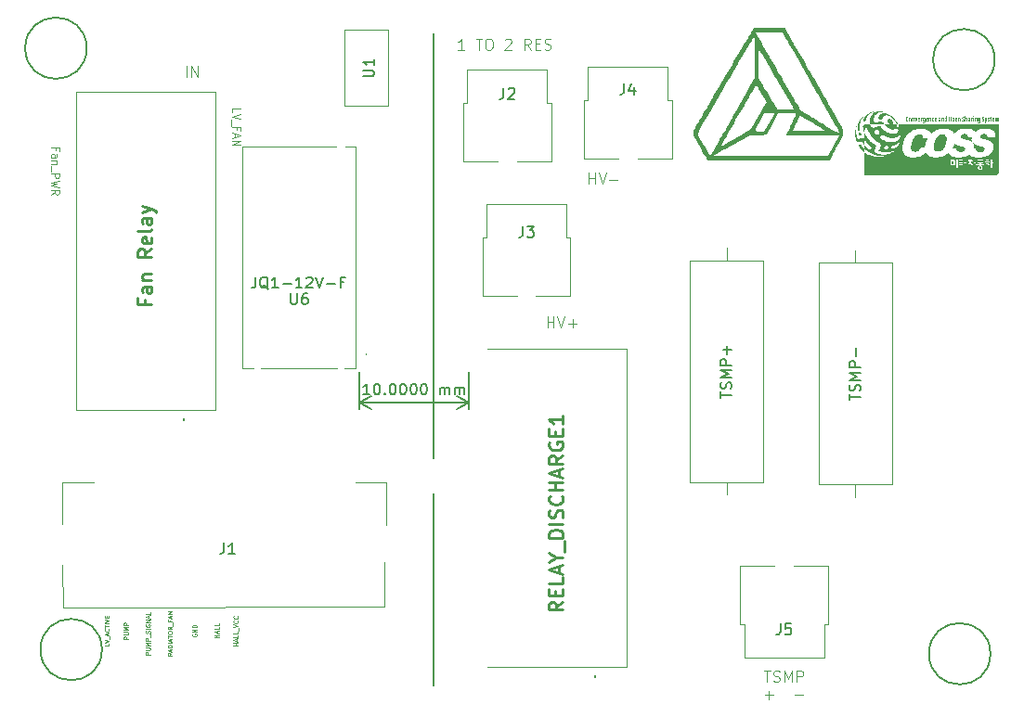
<source format=gbr>
%TF.GenerationSoftware,KiCad,Pcbnew,(6.0.2)*%
%TF.CreationDate,2022-07-14T16:33:34+09:00*%
%TF.ProjectId,Junction,4a756e63-7469-46f6-9e2e-6b696361645f,rev?*%
%TF.SameCoordinates,Original*%
%TF.FileFunction,Legend,Top*%
%TF.FilePolarity,Positive*%
%FSLAX46Y46*%
G04 Gerber Fmt 4.6, Leading zero omitted, Abs format (unit mm)*
G04 Created by KiCad (PCBNEW (6.0.2)) date 2022-07-14 16:33:34*
%MOMM*%
%LPD*%
G01*
G04 APERTURE LIST*
%ADD10C,0.150000*%
%ADD11C,0.100000*%
%ADD12C,0.080000*%
%ADD13C,0.254000*%
%ADD14C,0.120000*%
%ADD15C,0.200000*%
G04 APERTURE END LIST*
D10*
X167000000Y-60250000D02*
X167000000Y-99000000D01*
X136785000Y-116459000D02*
G75*
G03*
X136785000Y-116459000I-2800000J0D01*
G01*
X217811000Y-116840000D02*
G75*
G03*
X217811000Y-116840000I-2800000J0D01*
G01*
X135388000Y-61567000D02*
G75*
G03*
X135388000Y-61567000I-2800000J0D01*
G01*
X167000000Y-102250000D02*
X167000000Y-119750000D01*
X218192000Y-62617000D02*
G75*
G03*
X218192000Y-62617000I-2800000J0D01*
G01*
D11*
X169833333Y-61702380D02*
X169261904Y-61702380D01*
X169547619Y-61702380D02*
X169547619Y-60702380D01*
X169452380Y-60845238D01*
X169357142Y-60940476D01*
X169261904Y-60988095D01*
X170880952Y-60702380D02*
X171452380Y-60702380D01*
X171166666Y-61702380D02*
X171166666Y-60702380D01*
X171976190Y-60702380D02*
X172166666Y-60702380D01*
X172261904Y-60750000D01*
X172357142Y-60845238D01*
X172404761Y-61035714D01*
X172404761Y-61369047D01*
X172357142Y-61559523D01*
X172261904Y-61654761D01*
X172166666Y-61702380D01*
X171976190Y-61702380D01*
X171880952Y-61654761D01*
X171785714Y-61559523D01*
X171738095Y-61369047D01*
X171738095Y-61035714D01*
X171785714Y-60845238D01*
X171880952Y-60750000D01*
X171976190Y-60702380D01*
X173547619Y-60797619D02*
X173595238Y-60750000D01*
X173690476Y-60702380D01*
X173928571Y-60702380D01*
X174023809Y-60750000D01*
X174071428Y-60797619D01*
X174119047Y-60892857D01*
X174119047Y-60988095D01*
X174071428Y-61130952D01*
X173500000Y-61702380D01*
X174119047Y-61702380D01*
X175880952Y-61702380D02*
X175547619Y-61226190D01*
X175309523Y-61702380D02*
X175309523Y-60702380D01*
X175690476Y-60702380D01*
X175785714Y-60750000D01*
X175833333Y-60797619D01*
X175880952Y-60892857D01*
X175880952Y-61035714D01*
X175833333Y-61130952D01*
X175785714Y-61178571D01*
X175690476Y-61226190D01*
X175309523Y-61226190D01*
X176309523Y-61178571D02*
X176642857Y-61178571D01*
X176785714Y-61702380D02*
X176309523Y-61702380D01*
X176309523Y-60702380D01*
X176785714Y-60702380D01*
X177166666Y-61654761D02*
X177309523Y-61702380D01*
X177547619Y-61702380D01*
X177642857Y-61654761D01*
X177690476Y-61607142D01*
X177738095Y-61511904D01*
X177738095Y-61416666D01*
X177690476Y-61321428D01*
X177642857Y-61273809D01*
X177547619Y-61226190D01*
X177357142Y-61178571D01*
X177261904Y-61130952D01*
X177214285Y-61083333D01*
X177166666Y-60988095D01*
X177166666Y-60892857D01*
X177214285Y-60797619D01*
X177261904Y-60750000D01*
X177357142Y-60702380D01*
X177595238Y-60702380D01*
X177738095Y-60750000D01*
D12*
X149180952Y-116083333D02*
X148780952Y-116083333D01*
X148971428Y-116083333D02*
X148971428Y-115854761D01*
X149180952Y-115854761D02*
X148780952Y-115854761D01*
X149066666Y-115683333D02*
X149066666Y-115492857D01*
X149180952Y-115721428D02*
X148780952Y-115588095D01*
X149180952Y-115454761D01*
X149180952Y-115130952D02*
X149180952Y-115321428D01*
X148780952Y-115321428D01*
X149180952Y-114807142D02*
X149180952Y-114997619D01*
X148780952Y-114997619D01*
X149219047Y-114769047D02*
X149219047Y-114464285D01*
X148780952Y-114426190D02*
X149180952Y-114292857D01*
X148780952Y-114159523D01*
X149142857Y-113797619D02*
X149161904Y-113816666D01*
X149180952Y-113873809D01*
X149180952Y-113911904D01*
X149161904Y-113969047D01*
X149123809Y-114007142D01*
X149085714Y-114026190D01*
X149009523Y-114045238D01*
X148952380Y-114045238D01*
X148876190Y-114026190D01*
X148838095Y-114007142D01*
X148800000Y-113969047D01*
X148780952Y-113911904D01*
X148780952Y-113873809D01*
X148800000Y-113816666D01*
X148819047Y-113797619D01*
X149142857Y-113397619D02*
X149161904Y-113416666D01*
X149180952Y-113473809D01*
X149180952Y-113511904D01*
X149161904Y-113569047D01*
X149123809Y-113607142D01*
X149085714Y-113626190D01*
X149009523Y-113645238D01*
X148952380Y-113645238D01*
X148876190Y-113626190D01*
X148838095Y-113607142D01*
X148800000Y-113569047D01*
X148780952Y-113511904D01*
X148780952Y-113473809D01*
X148800000Y-113416666D01*
X148819047Y-113397619D01*
X145050000Y-115054761D02*
X145030952Y-115092857D01*
X145030952Y-115150000D01*
X145050000Y-115207142D01*
X145088095Y-115245238D01*
X145126190Y-115264285D01*
X145202380Y-115283333D01*
X145259523Y-115283333D01*
X145335714Y-115264285D01*
X145373809Y-115245238D01*
X145411904Y-115207142D01*
X145430952Y-115150000D01*
X145430952Y-115111904D01*
X145411904Y-115054761D01*
X145392857Y-115035714D01*
X145259523Y-115035714D01*
X145259523Y-115111904D01*
X145430952Y-114864285D02*
X145030952Y-114864285D01*
X145430952Y-114635714D01*
X145030952Y-114635714D01*
X145430952Y-114445238D02*
X145030952Y-114445238D01*
X145030952Y-114350000D01*
X145050000Y-114292857D01*
X145088095Y-114254761D01*
X145126190Y-114235714D01*
X145202380Y-114216666D01*
X145259523Y-114216666D01*
X145335714Y-114235714D01*
X145373809Y-114254761D01*
X145411904Y-114292857D01*
X145430952Y-114350000D01*
X145430952Y-114445238D01*
X139180952Y-115492857D02*
X138780952Y-115492857D01*
X138780952Y-115340476D01*
X138800000Y-115302380D01*
X138819047Y-115283333D01*
X138857142Y-115264285D01*
X138914285Y-115264285D01*
X138952380Y-115283333D01*
X138971428Y-115302380D01*
X138990476Y-115340476D01*
X138990476Y-115492857D01*
X138780952Y-115092857D02*
X139104761Y-115092857D01*
X139142857Y-115073809D01*
X139161904Y-115054761D01*
X139180952Y-115016666D01*
X139180952Y-114940476D01*
X139161904Y-114902380D01*
X139142857Y-114883333D01*
X139104761Y-114864285D01*
X138780952Y-114864285D01*
X139180952Y-114673809D02*
X138780952Y-114673809D01*
X139066666Y-114540476D01*
X138780952Y-114407142D01*
X139180952Y-114407142D01*
X139180952Y-114216666D02*
X138780952Y-114216666D01*
X138780952Y-114064285D01*
X138800000Y-114026190D01*
X138819047Y-114007142D01*
X138857142Y-113988095D01*
X138914285Y-113988095D01*
X138952380Y-114007142D01*
X138971428Y-114026190D01*
X138990476Y-114064285D01*
X138990476Y-114216666D01*
X137430952Y-115921428D02*
X137430952Y-116111904D01*
X137030952Y-116111904D01*
X137030952Y-115845238D02*
X137430952Y-115711904D01*
X137030952Y-115578571D01*
X137469047Y-115540476D02*
X137469047Y-115235714D01*
X137316666Y-115159523D02*
X137316666Y-114969047D01*
X137430952Y-115197619D02*
X137030952Y-115064285D01*
X137430952Y-114930952D01*
X137392857Y-114569047D02*
X137411904Y-114588095D01*
X137430952Y-114645238D01*
X137430952Y-114683333D01*
X137411904Y-114740476D01*
X137373809Y-114778571D01*
X137335714Y-114797619D01*
X137259523Y-114816666D01*
X137202380Y-114816666D01*
X137126190Y-114797619D01*
X137088095Y-114778571D01*
X137050000Y-114740476D01*
X137030952Y-114683333D01*
X137030952Y-114645238D01*
X137050000Y-114588095D01*
X137069047Y-114569047D01*
X137030952Y-114454761D02*
X137030952Y-114226190D01*
X137430952Y-114340476D02*
X137030952Y-114340476D01*
X137430952Y-114092857D02*
X137030952Y-114092857D01*
X137030952Y-113959523D02*
X137430952Y-113826190D01*
X137030952Y-113692857D01*
X137221428Y-113559523D02*
X137221428Y-113426190D01*
X137430952Y-113369047D02*
X137430952Y-113559523D01*
X137030952Y-113559523D01*
X137030952Y-113369047D01*
D11*
X148679333Y-67442333D02*
X148679333Y-67109000D01*
X149379333Y-67109000D01*
X149379333Y-67575666D02*
X148679333Y-67809000D01*
X149379333Y-68042333D01*
X148612666Y-68109000D02*
X148612666Y-68642333D01*
X149046000Y-69042333D02*
X149046000Y-68809000D01*
X148679333Y-68809000D02*
X149379333Y-68809000D01*
X149379333Y-69142333D01*
X148879333Y-69375666D02*
X148879333Y-69709000D01*
X148679333Y-69309000D02*
X149379333Y-69542333D01*
X148679333Y-69775666D01*
X148679333Y-70009000D02*
X149379333Y-70009000D01*
X148679333Y-70409000D01*
X149379333Y-70409000D01*
X181166666Y-73952380D02*
X181166666Y-72952380D01*
X181166666Y-73428571D02*
X181738095Y-73428571D01*
X181738095Y-73952380D02*
X181738095Y-72952380D01*
X182071428Y-72952380D02*
X182404761Y-73952380D01*
X182738095Y-72952380D01*
X183071428Y-73571428D02*
X183833333Y-73571428D01*
X177416666Y-87077380D02*
X177416666Y-86077380D01*
X177416666Y-86553571D02*
X177988095Y-86553571D01*
X177988095Y-87077380D02*
X177988095Y-86077380D01*
X178321428Y-86077380D02*
X178654761Y-87077380D01*
X178988095Y-86077380D01*
X179321428Y-86696428D02*
X180083333Y-86696428D01*
X179702380Y-87077380D02*
X179702380Y-86315476D01*
D12*
X143180952Y-116780952D02*
X142990476Y-116914285D01*
X143180952Y-117009523D02*
X142780952Y-117009523D01*
X142780952Y-116857142D01*
X142800000Y-116819047D01*
X142819047Y-116800000D01*
X142857142Y-116780952D01*
X142914285Y-116780952D01*
X142952380Y-116800000D01*
X142971428Y-116819047D01*
X142990476Y-116857142D01*
X142990476Y-117009523D01*
X143066666Y-116628571D02*
X143066666Y-116438095D01*
X143180952Y-116666666D02*
X142780952Y-116533333D01*
X143180952Y-116400000D01*
X143180952Y-116266666D02*
X142780952Y-116266666D01*
X142780952Y-116171428D01*
X142800000Y-116114285D01*
X142838095Y-116076190D01*
X142876190Y-116057142D01*
X142952380Y-116038095D01*
X143009523Y-116038095D01*
X143085714Y-116057142D01*
X143123809Y-116076190D01*
X143161904Y-116114285D01*
X143180952Y-116171428D01*
X143180952Y-116266666D01*
X143180952Y-115866666D02*
X142780952Y-115866666D01*
X143066666Y-115695238D02*
X143066666Y-115504761D01*
X143180952Y-115733333D02*
X142780952Y-115600000D01*
X143180952Y-115466666D01*
X142780952Y-115390476D02*
X142780952Y-115161904D01*
X143180952Y-115276190D02*
X142780952Y-115276190D01*
X142780952Y-114952380D02*
X142780952Y-114876190D01*
X142800000Y-114838095D01*
X142838095Y-114800000D01*
X142914285Y-114780952D01*
X143047619Y-114780952D01*
X143123809Y-114800000D01*
X143161904Y-114838095D01*
X143180952Y-114876190D01*
X143180952Y-114952380D01*
X143161904Y-114990476D01*
X143123809Y-115028571D01*
X143047619Y-115047619D01*
X142914285Y-115047619D01*
X142838095Y-115028571D01*
X142800000Y-114990476D01*
X142780952Y-114952380D01*
X143180952Y-114380952D02*
X142990476Y-114514285D01*
X143180952Y-114609523D02*
X142780952Y-114609523D01*
X142780952Y-114457142D01*
X142800000Y-114419047D01*
X142819047Y-114400000D01*
X142857142Y-114380952D01*
X142914285Y-114380952D01*
X142952380Y-114400000D01*
X142971428Y-114419047D01*
X142990476Y-114457142D01*
X142990476Y-114609523D01*
X143219047Y-114304761D02*
X143219047Y-114000000D01*
X142971428Y-113771428D02*
X142971428Y-113904761D01*
X143180952Y-113904761D02*
X142780952Y-113904761D01*
X142780952Y-113714285D01*
X143066666Y-113580952D02*
X143066666Y-113390476D01*
X143180952Y-113619047D02*
X142780952Y-113485714D01*
X143180952Y-113352380D01*
X143180952Y-113219047D02*
X142780952Y-113219047D01*
X143180952Y-112990476D01*
X142780952Y-112990476D01*
D11*
X144472190Y-64211380D02*
X144472190Y-63211380D01*
X144948380Y-64211380D02*
X144948380Y-63211380D01*
X145519809Y-64211380D01*
X145519809Y-63211380D01*
D12*
X141180952Y-116923809D02*
X140780952Y-116923809D01*
X140780952Y-116771428D01*
X140800000Y-116733333D01*
X140819047Y-116714285D01*
X140857142Y-116695238D01*
X140914285Y-116695238D01*
X140952380Y-116714285D01*
X140971428Y-116733333D01*
X140990476Y-116771428D01*
X140990476Y-116923809D01*
X140780952Y-116523809D02*
X141104761Y-116523809D01*
X141142857Y-116504761D01*
X141161904Y-116485714D01*
X141180952Y-116447619D01*
X141180952Y-116371428D01*
X141161904Y-116333333D01*
X141142857Y-116314285D01*
X141104761Y-116295238D01*
X140780952Y-116295238D01*
X141180952Y-116104761D02*
X140780952Y-116104761D01*
X141066666Y-115971428D01*
X140780952Y-115838095D01*
X141180952Y-115838095D01*
X141180952Y-115647619D02*
X140780952Y-115647619D01*
X140780952Y-115495238D01*
X140800000Y-115457142D01*
X140819047Y-115438095D01*
X140857142Y-115419047D01*
X140914285Y-115419047D01*
X140952380Y-115438095D01*
X140971428Y-115457142D01*
X140990476Y-115495238D01*
X140990476Y-115647619D01*
X141219047Y-115342857D02*
X141219047Y-115038095D01*
X141161904Y-114961904D02*
X141180952Y-114904761D01*
X141180952Y-114809523D01*
X141161904Y-114771428D01*
X141142857Y-114752380D01*
X141104761Y-114733333D01*
X141066666Y-114733333D01*
X141028571Y-114752380D01*
X141009523Y-114771428D01*
X140990476Y-114809523D01*
X140971428Y-114885714D01*
X140952380Y-114923809D01*
X140933333Y-114942857D01*
X140895238Y-114961904D01*
X140857142Y-114961904D01*
X140819047Y-114942857D01*
X140800000Y-114923809D01*
X140780952Y-114885714D01*
X140780952Y-114790476D01*
X140800000Y-114733333D01*
X141180952Y-114561904D02*
X140780952Y-114561904D01*
X140800000Y-114161904D02*
X140780952Y-114200000D01*
X140780952Y-114257142D01*
X140800000Y-114314285D01*
X140838095Y-114352380D01*
X140876190Y-114371428D01*
X140952380Y-114390476D01*
X141009523Y-114390476D01*
X141085714Y-114371428D01*
X141123809Y-114352380D01*
X141161904Y-114314285D01*
X141180952Y-114257142D01*
X141180952Y-114219047D01*
X141161904Y-114161904D01*
X141142857Y-114142857D01*
X141009523Y-114142857D01*
X141009523Y-114219047D01*
X141180952Y-113971428D02*
X140780952Y-113971428D01*
X141180952Y-113742857D01*
X140780952Y-113742857D01*
X141066666Y-113571428D02*
X141066666Y-113380952D01*
X141180952Y-113609523D02*
X140780952Y-113476190D01*
X141180952Y-113342857D01*
X141180952Y-113019047D02*
X141180952Y-113209523D01*
X140780952Y-113209523D01*
D11*
X132546000Y-70859000D02*
X132546000Y-70625666D01*
X132179333Y-70625666D02*
X132879333Y-70625666D01*
X132879333Y-70959000D01*
X132179333Y-71525666D02*
X132546000Y-71525666D01*
X132612666Y-71492333D01*
X132646000Y-71425666D01*
X132646000Y-71292333D01*
X132612666Y-71225666D01*
X132212666Y-71525666D02*
X132179333Y-71459000D01*
X132179333Y-71292333D01*
X132212666Y-71225666D01*
X132279333Y-71192333D01*
X132346000Y-71192333D01*
X132412666Y-71225666D01*
X132446000Y-71292333D01*
X132446000Y-71459000D01*
X132479333Y-71525666D01*
X132646000Y-71859000D02*
X132179333Y-71859000D01*
X132579333Y-71859000D02*
X132612666Y-71892333D01*
X132646000Y-71959000D01*
X132646000Y-72059000D01*
X132612666Y-72125666D01*
X132546000Y-72159000D01*
X132179333Y-72159000D01*
X132112666Y-72325666D02*
X132112666Y-72859000D01*
X132179333Y-73025666D02*
X132879333Y-73025666D01*
X132879333Y-73292333D01*
X132846000Y-73359000D01*
X132812666Y-73392333D01*
X132746000Y-73425666D01*
X132646000Y-73425666D01*
X132579333Y-73392333D01*
X132546000Y-73359000D01*
X132512666Y-73292333D01*
X132512666Y-73025666D01*
X132879333Y-73659000D02*
X132179333Y-73825666D01*
X132679333Y-73959000D01*
X132179333Y-74092333D01*
X132879333Y-74259000D01*
X132179333Y-74925666D02*
X132512666Y-74692333D01*
X132179333Y-74525666D02*
X132879333Y-74525666D01*
X132879333Y-74792333D01*
X132846000Y-74859000D01*
X132812666Y-74892333D01*
X132746000Y-74925666D01*
X132646000Y-74925666D01*
X132579333Y-74892333D01*
X132546000Y-74859000D01*
X132512666Y-74792333D01*
X132512666Y-74525666D01*
X197166666Y-118397380D02*
X197738095Y-118397380D01*
X197452380Y-119397380D02*
X197452380Y-118397380D01*
X198023809Y-119349761D02*
X198166666Y-119397380D01*
X198404761Y-119397380D01*
X198500000Y-119349761D01*
X198547619Y-119302142D01*
X198595238Y-119206904D01*
X198595238Y-119111666D01*
X198547619Y-119016428D01*
X198500000Y-118968809D01*
X198404761Y-118921190D01*
X198214285Y-118873571D01*
X198119047Y-118825952D01*
X198071428Y-118778333D01*
X198023809Y-118683095D01*
X198023809Y-118587857D01*
X198071428Y-118492619D01*
X198119047Y-118445000D01*
X198214285Y-118397380D01*
X198452380Y-118397380D01*
X198595238Y-118445000D01*
X199023809Y-119397380D02*
X199023809Y-118397380D01*
X199357142Y-119111666D01*
X199690476Y-118397380D01*
X199690476Y-119397380D01*
X200166666Y-119397380D02*
X200166666Y-118397380D01*
X200547619Y-118397380D01*
X200642857Y-118445000D01*
X200690476Y-118492619D01*
X200738095Y-118587857D01*
X200738095Y-118730714D01*
X200690476Y-118825952D01*
X200642857Y-118873571D01*
X200547619Y-118921190D01*
X200166666Y-118921190D01*
X197238095Y-120626428D02*
X198000000Y-120626428D01*
X197619047Y-121007380D02*
X197619047Y-120245476D01*
X200000000Y-120626428D02*
X200761904Y-120626428D01*
D12*
X147430952Y-115359523D02*
X147030952Y-115359523D01*
X147221428Y-115359523D02*
X147221428Y-115130952D01*
X147430952Y-115130952D02*
X147030952Y-115130952D01*
X147316666Y-114959523D02*
X147316666Y-114769047D01*
X147430952Y-114997619D02*
X147030952Y-114864285D01*
X147430952Y-114730952D01*
X147430952Y-114407142D02*
X147430952Y-114597619D01*
X147030952Y-114597619D01*
X147430952Y-114083333D02*
X147430952Y-114273809D01*
X147030952Y-114273809D01*
D10*
X161198380Y-93186379D02*
X160626952Y-93186379D01*
X160912666Y-93186379D02*
X160912666Y-92186379D01*
X160817428Y-92329237D01*
X160722190Y-92424475D01*
X160626952Y-92472094D01*
X161817428Y-92186379D02*
X161912666Y-92186379D01*
X162007904Y-92233999D01*
X162055523Y-92281618D01*
X162103142Y-92376856D01*
X162150761Y-92567332D01*
X162150761Y-92805427D01*
X162103142Y-92995903D01*
X162055523Y-93091141D01*
X162007904Y-93138760D01*
X161912666Y-93186379D01*
X161817428Y-93186379D01*
X161722190Y-93138760D01*
X161674571Y-93091141D01*
X161626952Y-92995903D01*
X161579333Y-92805427D01*
X161579333Y-92567332D01*
X161626952Y-92376856D01*
X161674571Y-92281618D01*
X161722190Y-92233999D01*
X161817428Y-92186379D01*
X162579333Y-93091141D02*
X162626952Y-93138760D01*
X162579333Y-93186379D01*
X162531714Y-93138760D01*
X162579333Y-93091141D01*
X162579333Y-93186379D01*
X163246000Y-92186379D02*
X163341238Y-92186379D01*
X163436476Y-92233999D01*
X163484095Y-92281618D01*
X163531714Y-92376856D01*
X163579333Y-92567332D01*
X163579333Y-92805427D01*
X163531714Y-92995903D01*
X163484095Y-93091141D01*
X163436476Y-93138760D01*
X163341238Y-93186379D01*
X163246000Y-93186379D01*
X163150761Y-93138760D01*
X163103142Y-93091141D01*
X163055523Y-92995903D01*
X163007904Y-92805427D01*
X163007904Y-92567332D01*
X163055523Y-92376856D01*
X163103142Y-92281618D01*
X163150761Y-92233999D01*
X163246000Y-92186379D01*
X164198380Y-92186379D02*
X164293619Y-92186379D01*
X164388857Y-92233999D01*
X164436476Y-92281618D01*
X164484095Y-92376856D01*
X164531714Y-92567332D01*
X164531714Y-92805427D01*
X164484095Y-92995903D01*
X164436476Y-93091141D01*
X164388857Y-93138760D01*
X164293619Y-93186379D01*
X164198380Y-93186379D01*
X164103142Y-93138760D01*
X164055523Y-93091141D01*
X164007904Y-92995903D01*
X163960285Y-92805427D01*
X163960285Y-92567332D01*
X164007904Y-92376856D01*
X164055523Y-92281618D01*
X164103142Y-92233999D01*
X164198380Y-92186379D01*
X165150761Y-92186379D02*
X165246000Y-92186379D01*
X165341238Y-92233999D01*
X165388857Y-92281618D01*
X165436476Y-92376856D01*
X165484095Y-92567332D01*
X165484095Y-92805427D01*
X165436476Y-92995903D01*
X165388857Y-93091141D01*
X165341238Y-93138760D01*
X165246000Y-93186379D01*
X165150761Y-93186379D01*
X165055523Y-93138760D01*
X165007904Y-93091141D01*
X164960285Y-92995903D01*
X164912666Y-92805427D01*
X164912666Y-92567332D01*
X164960285Y-92376856D01*
X165007904Y-92281618D01*
X165055523Y-92233999D01*
X165150761Y-92186379D01*
X166103142Y-92186379D02*
X166198380Y-92186379D01*
X166293619Y-92233999D01*
X166341238Y-92281618D01*
X166388857Y-92376856D01*
X166436476Y-92567332D01*
X166436476Y-92805427D01*
X166388857Y-92995903D01*
X166341238Y-93091141D01*
X166293619Y-93138760D01*
X166198380Y-93186379D01*
X166103142Y-93186379D01*
X166007904Y-93138760D01*
X165960285Y-93091141D01*
X165912666Y-92995903D01*
X165865047Y-92805427D01*
X165865047Y-92567332D01*
X165912666Y-92376856D01*
X165960285Y-92281618D01*
X166007904Y-92233999D01*
X166103142Y-92186379D01*
X167626952Y-93186379D02*
X167626952Y-92519713D01*
X167626952Y-92614951D02*
X167674571Y-92567332D01*
X167769809Y-92519713D01*
X167912666Y-92519713D01*
X168007904Y-92567332D01*
X168055523Y-92662570D01*
X168055523Y-93186379D01*
X168055523Y-92662570D02*
X168103142Y-92567332D01*
X168198380Y-92519713D01*
X168341238Y-92519713D01*
X168436476Y-92567332D01*
X168484095Y-92662570D01*
X168484095Y-93186379D01*
X168960285Y-93186379D02*
X168960285Y-92519713D01*
X168960285Y-92614951D02*
X169007904Y-92567332D01*
X169103142Y-92519713D01*
X169246000Y-92519713D01*
X169341238Y-92567332D01*
X169388857Y-92662570D01*
X169388857Y-93186379D01*
X169388857Y-92662570D02*
X169436476Y-92567332D01*
X169531714Y-92519713D01*
X169674571Y-92519713D01*
X169769809Y-92567332D01*
X169817428Y-92662570D01*
X169817428Y-93186379D01*
X160246000Y-91134000D02*
X160246000Y-94470419D01*
X170246000Y-91134000D02*
X170246000Y-94470419D01*
X160246000Y-93883999D02*
X170246000Y-93883999D01*
X160246000Y-93883999D02*
X170246000Y-93883999D01*
X160246000Y-93883999D02*
X161372504Y-94470420D01*
X160246000Y-93883999D02*
X161372504Y-93297578D01*
X170246000Y-93883999D02*
X169119496Y-93297578D01*
X170246000Y-93883999D02*
X169119496Y-94470420D01*
%TO.C,TSMP-*%
X204952380Y-93702380D02*
X204952380Y-93130952D01*
X205952380Y-93416666D02*
X204952380Y-93416666D01*
X205904761Y-92845238D02*
X205952380Y-92702380D01*
X205952380Y-92464285D01*
X205904761Y-92369047D01*
X205857142Y-92321428D01*
X205761904Y-92273809D01*
X205666666Y-92273809D01*
X205571428Y-92321428D01*
X205523809Y-92369047D01*
X205476190Y-92464285D01*
X205428571Y-92654761D01*
X205380952Y-92750000D01*
X205333333Y-92797619D01*
X205238095Y-92845238D01*
X205142857Y-92845238D01*
X205047619Y-92797619D01*
X205000000Y-92750000D01*
X204952380Y-92654761D01*
X204952380Y-92416666D01*
X205000000Y-92273809D01*
X205952380Y-91845238D02*
X204952380Y-91845238D01*
X205666666Y-91511904D01*
X204952380Y-91178571D01*
X205952380Y-91178571D01*
X205952380Y-90702380D02*
X204952380Y-90702380D01*
X204952380Y-90321428D01*
X205000000Y-90226190D01*
X205047619Y-90178571D01*
X205142857Y-90130952D01*
X205285714Y-90130952D01*
X205380952Y-90178571D01*
X205428571Y-90226190D01*
X205476190Y-90321428D01*
X205476190Y-90702380D01*
X205571428Y-89702380D02*
X205571428Y-88940476D01*
%TO.C,J5*%
X198666666Y-114097382D02*
X198666666Y-114811668D01*
X198619047Y-114954525D01*
X198523809Y-115049763D01*
X198380952Y-115097382D01*
X198285714Y-115097382D01*
X199619047Y-114097382D02*
X199142857Y-114097382D01*
X199095238Y-114573573D01*
X199142857Y-114525954D01*
X199238095Y-114478335D01*
X199476190Y-114478335D01*
X199571428Y-114525954D01*
X199619047Y-114573573D01*
X199666666Y-114668811D01*
X199666666Y-114906906D01*
X199619047Y-115002144D01*
X199571428Y-115049763D01*
X199476190Y-115097382D01*
X199238095Y-115097382D01*
X199142857Y-115049763D01*
X199095238Y-115002144D01*
%TO.C,J4*%
X184400167Y-64807379D02*
X184400167Y-65521665D01*
X184352548Y-65664522D01*
X184257310Y-65759760D01*
X184114453Y-65807379D01*
X184019215Y-65807379D01*
X185304929Y-65140713D02*
X185304929Y-65807379D01*
X185066834Y-64759760D02*
X184828739Y-65474046D01*
X185447786Y-65474046D01*
%TO.C,TSMP+*%
X193202380Y-93502380D02*
X193202380Y-92930952D01*
X194202380Y-93216666D02*
X193202380Y-93216666D01*
X194154761Y-92645238D02*
X194202380Y-92502380D01*
X194202380Y-92264285D01*
X194154761Y-92169047D01*
X194107142Y-92121428D01*
X194011904Y-92073809D01*
X193916666Y-92073809D01*
X193821428Y-92121428D01*
X193773809Y-92169047D01*
X193726190Y-92264285D01*
X193678571Y-92454761D01*
X193630952Y-92550000D01*
X193583333Y-92597619D01*
X193488095Y-92645238D01*
X193392857Y-92645238D01*
X193297619Y-92597619D01*
X193250000Y-92550000D01*
X193202380Y-92454761D01*
X193202380Y-92216666D01*
X193250000Y-92073809D01*
X194202380Y-91645238D02*
X193202380Y-91645238D01*
X193916666Y-91311904D01*
X193202380Y-90978571D01*
X194202380Y-90978571D01*
X194202380Y-90502380D02*
X193202380Y-90502380D01*
X193202380Y-90121428D01*
X193250000Y-90026190D01*
X193297619Y-89978571D01*
X193392857Y-89930952D01*
X193535714Y-89930952D01*
X193630952Y-89978571D01*
X193678571Y-90026190D01*
X193726190Y-90121428D01*
X193726190Y-90502380D01*
X193821428Y-89502380D02*
X193821428Y-88740476D01*
X194202380Y-89121428D02*
X193440476Y-89121428D01*
%TO.C,U6*%
X154001145Y-83925580D02*
X154001145Y-84735104D01*
X154048764Y-84830342D01*
X154096383Y-84877961D01*
X154191621Y-84925580D01*
X154382097Y-84925580D01*
X154477335Y-84877961D01*
X154524954Y-84830342D01*
X154572573Y-84735104D01*
X154572573Y-83925580D01*
X155477335Y-83925580D02*
X155286859Y-83925580D01*
X155191621Y-83973200D01*
X155144002Y-84020819D01*
X155048764Y-84163676D01*
X155001145Y-84354152D01*
X155001145Y-84735104D01*
X155048764Y-84830342D01*
X155096383Y-84877961D01*
X155191621Y-84925580D01*
X155382097Y-84925580D01*
X155477335Y-84877961D01*
X155524954Y-84830342D01*
X155572573Y-84735104D01*
X155572573Y-84497009D01*
X155524954Y-84401771D01*
X155477335Y-84354152D01*
X155382097Y-84306533D01*
X155191621Y-84306533D01*
X155096383Y-84354152D01*
X155048764Y-84401771D01*
X155001145Y-84497009D01*
X150807488Y-82452380D02*
X150807488Y-83166666D01*
X150759869Y-83309523D01*
X150664630Y-83404761D01*
X150521773Y-83452380D01*
X150426535Y-83452380D01*
X151950345Y-83547619D02*
X151855107Y-83500000D01*
X151759869Y-83404761D01*
X151617011Y-83261904D01*
X151521773Y-83214285D01*
X151426535Y-83214285D01*
X151474154Y-83452380D02*
X151378916Y-83404761D01*
X151283678Y-83309523D01*
X151236059Y-83119047D01*
X151236059Y-82785714D01*
X151283678Y-82595238D01*
X151378916Y-82500000D01*
X151474154Y-82452380D01*
X151664630Y-82452380D01*
X151759869Y-82500000D01*
X151855107Y-82595238D01*
X151902726Y-82785714D01*
X151902726Y-83119047D01*
X151855107Y-83309523D01*
X151759869Y-83404761D01*
X151664630Y-83452380D01*
X151474154Y-83452380D01*
X152855107Y-83452380D02*
X152283678Y-83452380D01*
X152569392Y-83452380D02*
X152569392Y-82452380D01*
X152474154Y-82595238D01*
X152378916Y-82690476D01*
X152283678Y-82738095D01*
X153283678Y-83071428D02*
X154045583Y-83071428D01*
X155045583Y-83452380D02*
X154474154Y-83452380D01*
X154759869Y-83452380D02*
X154759869Y-82452380D01*
X154664630Y-82595238D01*
X154569392Y-82690476D01*
X154474154Y-82738095D01*
X155426535Y-82547619D02*
X155474154Y-82500000D01*
X155569392Y-82452380D01*
X155807488Y-82452380D01*
X155902726Y-82500000D01*
X155950345Y-82547619D01*
X155997964Y-82642857D01*
X155997964Y-82738095D01*
X155950345Y-82880952D01*
X155378916Y-83452380D01*
X155997964Y-83452380D01*
X156283678Y-82452380D02*
X156617011Y-83452380D01*
X156950345Y-82452380D01*
X157283678Y-83071428D02*
X158045583Y-83071428D01*
X158855107Y-82928571D02*
X158521773Y-82928571D01*
X158521773Y-83452380D02*
X158521773Y-82452380D01*
X158997964Y-82452380D01*
%TO.C,J2*%
X173416666Y-65202380D02*
X173416666Y-65916666D01*
X173369047Y-66059523D01*
X173273809Y-66154761D01*
X173130952Y-66202380D01*
X173035714Y-66202380D01*
X173845238Y-65297619D02*
X173892857Y-65250000D01*
X173988095Y-65202380D01*
X174226190Y-65202380D01*
X174321428Y-65250000D01*
X174369047Y-65297619D01*
X174416666Y-65392857D01*
X174416666Y-65488095D01*
X174369047Y-65630952D01*
X173797619Y-66202380D01*
X174416666Y-66202380D01*
D13*
%TO.C,RELAY_DISCHARGE1*%
X178824523Y-112103809D02*
X178219761Y-112527142D01*
X178824523Y-112829523D02*
X177554523Y-112829523D01*
X177554523Y-112345714D01*
X177615000Y-112224761D01*
X177675476Y-112164285D01*
X177796428Y-112103809D01*
X177977857Y-112103809D01*
X178098809Y-112164285D01*
X178159285Y-112224761D01*
X178219761Y-112345714D01*
X178219761Y-112829523D01*
X178159285Y-111559523D02*
X178159285Y-111136190D01*
X178824523Y-110954761D02*
X178824523Y-111559523D01*
X177554523Y-111559523D01*
X177554523Y-110954761D01*
X178824523Y-109805714D02*
X178824523Y-110410476D01*
X177554523Y-110410476D01*
X178461666Y-109442857D02*
X178461666Y-108838095D01*
X178824523Y-109563809D02*
X177554523Y-109140476D01*
X178824523Y-108717142D01*
X178219761Y-108051904D02*
X178824523Y-108051904D01*
X177554523Y-108475238D02*
X178219761Y-108051904D01*
X177554523Y-107628571D01*
X178945476Y-107507619D02*
X178945476Y-106540000D01*
X178824523Y-106237619D02*
X177554523Y-106237619D01*
X177554523Y-105935238D01*
X177615000Y-105753809D01*
X177735952Y-105632857D01*
X177856904Y-105572380D01*
X178098809Y-105511904D01*
X178280238Y-105511904D01*
X178522142Y-105572380D01*
X178643095Y-105632857D01*
X178764047Y-105753809D01*
X178824523Y-105935238D01*
X178824523Y-106237619D01*
X178824523Y-104967619D02*
X177554523Y-104967619D01*
X178764047Y-104423333D02*
X178824523Y-104241904D01*
X178824523Y-103939523D01*
X178764047Y-103818571D01*
X178703571Y-103758095D01*
X178582619Y-103697619D01*
X178461666Y-103697619D01*
X178340714Y-103758095D01*
X178280238Y-103818571D01*
X178219761Y-103939523D01*
X178159285Y-104181428D01*
X178098809Y-104302380D01*
X178038333Y-104362857D01*
X177917380Y-104423333D01*
X177796428Y-104423333D01*
X177675476Y-104362857D01*
X177615000Y-104302380D01*
X177554523Y-104181428D01*
X177554523Y-103879047D01*
X177615000Y-103697619D01*
X178703571Y-102427619D02*
X178764047Y-102488095D01*
X178824523Y-102669523D01*
X178824523Y-102790476D01*
X178764047Y-102971904D01*
X178643095Y-103092857D01*
X178522142Y-103153333D01*
X178280238Y-103213809D01*
X178098809Y-103213809D01*
X177856904Y-103153333D01*
X177735952Y-103092857D01*
X177615000Y-102971904D01*
X177554523Y-102790476D01*
X177554523Y-102669523D01*
X177615000Y-102488095D01*
X177675476Y-102427619D01*
X178824523Y-101883333D02*
X177554523Y-101883333D01*
X178159285Y-101883333D02*
X178159285Y-101157619D01*
X178824523Y-101157619D02*
X177554523Y-101157619D01*
X178461666Y-100613333D02*
X178461666Y-100008571D01*
X178824523Y-100734285D02*
X177554523Y-100310952D01*
X178824523Y-99887619D01*
X178824523Y-98738571D02*
X178219761Y-99161904D01*
X178824523Y-99464285D02*
X177554523Y-99464285D01*
X177554523Y-98980476D01*
X177615000Y-98859523D01*
X177675476Y-98799047D01*
X177796428Y-98738571D01*
X177977857Y-98738571D01*
X178098809Y-98799047D01*
X178159285Y-98859523D01*
X178219761Y-98980476D01*
X178219761Y-99464285D01*
X177615000Y-97529047D02*
X177554523Y-97650000D01*
X177554523Y-97831428D01*
X177615000Y-98012857D01*
X177735952Y-98133809D01*
X177856904Y-98194285D01*
X178098809Y-98254761D01*
X178280238Y-98254761D01*
X178522142Y-98194285D01*
X178643095Y-98133809D01*
X178764047Y-98012857D01*
X178824523Y-97831428D01*
X178824523Y-97710476D01*
X178764047Y-97529047D01*
X178703571Y-97468571D01*
X178280238Y-97468571D01*
X178280238Y-97710476D01*
X178159285Y-96924285D02*
X178159285Y-96500952D01*
X178824523Y-96319523D02*
X178824523Y-96924285D01*
X177554523Y-96924285D01*
X177554523Y-96319523D01*
X178824523Y-95110000D02*
X178824523Y-95835714D01*
X178824523Y-95472857D02*
X177554523Y-95472857D01*
X177735952Y-95593809D01*
X177856904Y-95714761D01*
X177917380Y-95835714D01*
D10*
%TO.C,U1*%
X160611380Y-64134904D02*
X161420904Y-64134904D01*
X161516142Y-64087285D01*
X161563761Y-64039666D01*
X161611380Y-63944428D01*
X161611380Y-63753952D01*
X161563761Y-63658714D01*
X161516142Y-63611095D01*
X161420904Y-63563476D01*
X160611380Y-63563476D01*
X161611380Y-62563476D02*
X161611380Y-63134904D01*
X161611380Y-62849190D02*
X160611380Y-62849190D01*
X160754238Y-62944428D01*
X160849476Y-63039666D01*
X160897095Y-63134904D01*
%TO.C,J1*%
X147912666Y-106711380D02*
X147912666Y-107425666D01*
X147865047Y-107568523D01*
X147769809Y-107663761D01*
X147626952Y-107711380D01*
X147531714Y-107711380D01*
X148912666Y-107711380D02*
X148341238Y-107711380D01*
X148626952Y-107711380D02*
X148626952Y-106711380D01*
X148531714Y-106854238D01*
X148436476Y-106949476D01*
X148341238Y-106997095D01*
%TO.C,J3*%
X175166666Y-77827380D02*
X175166666Y-78541666D01*
X175119047Y-78684523D01*
X175023809Y-78779761D01*
X174880952Y-78827380D01*
X174785714Y-78827380D01*
X175547619Y-77827380D02*
X176166666Y-77827380D01*
X175833333Y-78208333D01*
X175976190Y-78208333D01*
X176071428Y-78255952D01*
X176119047Y-78303571D01*
X176166666Y-78398809D01*
X176166666Y-78636904D01*
X176119047Y-78732142D01*
X176071428Y-78779761D01*
X175976190Y-78827380D01*
X175690476Y-78827380D01*
X175595238Y-78779761D01*
X175547619Y-78732142D01*
D13*
%TO.C,Fan Relay*%
X140655285Y-84530666D02*
X140655285Y-84954000D01*
X141320523Y-84954000D02*
X140050523Y-84954000D01*
X140050523Y-84349238D01*
X141320523Y-83321142D02*
X140655285Y-83321142D01*
X140534333Y-83381619D01*
X140473857Y-83502571D01*
X140473857Y-83744476D01*
X140534333Y-83865428D01*
X141260047Y-83321142D02*
X141320523Y-83442095D01*
X141320523Y-83744476D01*
X141260047Y-83865428D01*
X141139095Y-83925904D01*
X141018142Y-83925904D01*
X140897190Y-83865428D01*
X140836714Y-83744476D01*
X140836714Y-83442095D01*
X140776238Y-83321142D01*
X140473857Y-82716380D02*
X141320523Y-82716380D01*
X140594809Y-82716380D02*
X140534333Y-82655904D01*
X140473857Y-82534952D01*
X140473857Y-82353523D01*
X140534333Y-82232571D01*
X140655285Y-82172095D01*
X141320523Y-82172095D01*
X141320523Y-79874000D02*
X140715761Y-80297333D01*
X141320523Y-80599714D02*
X140050523Y-80599714D01*
X140050523Y-80115904D01*
X140111000Y-79994952D01*
X140171476Y-79934476D01*
X140292428Y-79874000D01*
X140473857Y-79874000D01*
X140594809Y-79934476D01*
X140655285Y-79994952D01*
X140715761Y-80115904D01*
X140715761Y-80599714D01*
X141260047Y-78845904D02*
X141320523Y-78966857D01*
X141320523Y-79208761D01*
X141260047Y-79329714D01*
X141139095Y-79390190D01*
X140655285Y-79390190D01*
X140534333Y-79329714D01*
X140473857Y-79208761D01*
X140473857Y-78966857D01*
X140534333Y-78845904D01*
X140655285Y-78785428D01*
X140776238Y-78785428D01*
X140897190Y-79390190D01*
X141320523Y-78059714D02*
X141260047Y-78180666D01*
X141139095Y-78241142D01*
X140050523Y-78241142D01*
X141320523Y-77031619D02*
X140655285Y-77031619D01*
X140534333Y-77092095D01*
X140473857Y-77213047D01*
X140473857Y-77454952D01*
X140534333Y-77575904D01*
X141260047Y-77031619D02*
X141320523Y-77152571D01*
X141320523Y-77454952D01*
X141260047Y-77575904D01*
X141139095Y-77636380D01*
X141018142Y-77636380D01*
X140897190Y-77575904D01*
X140836714Y-77454952D01*
X140836714Y-77152571D01*
X140776238Y-77031619D01*
X140473857Y-76547809D02*
X141320523Y-76245428D01*
X140473857Y-75943047D02*
X141320523Y-76245428D01*
X141622904Y-76366380D01*
X141683380Y-76426857D01*
X141743857Y-76547809D01*
D14*
%TO.C,TSMP-*%
X208820000Y-101370000D02*
X208820000Y-81130000D01*
X208820000Y-81130000D02*
X202180000Y-81130000D01*
X205500000Y-102510000D02*
X205500000Y-101370000D01*
X202180000Y-101370000D02*
X208820000Y-101370000D01*
X205500000Y-79990000D02*
X205500000Y-81130000D01*
X202180000Y-81130000D02*
X202180000Y-101370000D01*
%TO.C,J5*%
X202645027Y-114165011D02*
X202645027Y-117225000D01*
X195354973Y-114165011D02*
X195000008Y-114165011D01*
X195354973Y-117225000D02*
X195354973Y-114165011D01*
X202999992Y-108815002D02*
X202999992Y-114165011D01*
X195000008Y-114165011D02*
X195000008Y-108815002D01*
X199874355Y-108815002D02*
X202999992Y-108815002D01*
X202999992Y-114176441D02*
X202645027Y-114165011D01*
X195000008Y-108815002D02*
X198125652Y-108815002D01*
X202645027Y-117225000D02*
X195354973Y-117225000D01*
%TO.C,J4*%
X188749992Y-66334990D02*
X188749992Y-71684999D01*
X188395027Y-66334990D02*
X188749992Y-66334990D01*
X181104973Y-63275001D02*
X188395027Y-63275001D01*
X183875645Y-71684999D02*
X180750008Y-71684999D01*
X181104973Y-66334990D02*
X181104973Y-63275001D01*
X188395027Y-63275001D02*
X188395027Y-66334990D01*
X188749992Y-71684999D02*
X185624348Y-71684999D01*
X180750008Y-66323560D02*
X181104973Y-66334990D01*
X180750008Y-71684999D02*
X180750008Y-66334990D01*
%TO.C,TSMP+*%
X190430000Y-80930000D02*
X190430000Y-101170000D01*
X190430000Y-101170000D02*
X197070000Y-101170000D01*
X193750000Y-102310000D02*
X193750000Y-101170000D01*
X193750000Y-79790000D02*
X193750000Y-80930000D01*
X197070000Y-101170000D02*
X197070000Y-80930000D01*
X197070000Y-80930000D02*
X190430000Y-80930000D01*
%TO.C,G\u002A\u002A\u002A*%
G36*
X205615583Y-68626344D02*
G01*
X205616355Y-68634001D01*
X205615583Y-68634946D01*
X205611747Y-68634061D01*
X205611281Y-68630645D01*
X205613642Y-68625335D01*
X205615583Y-68626344D01*
G37*
G36*
X208341006Y-67472581D02*
G01*
X208337780Y-67475807D01*
X208334553Y-67472581D01*
X208337780Y-67469355D01*
X208341006Y-67472581D01*
G37*
G36*
X210377697Y-68035359D02*
G01*
X210378881Y-68012771D01*
X210380908Y-67996379D01*
X210383994Y-67983949D01*
X210388352Y-67973245D01*
X210390288Y-67969355D01*
X210409952Y-67943779D01*
X210436676Y-67926254D01*
X210467754Y-67916789D01*
X210500475Y-67915397D01*
X210532134Y-67922088D01*
X210560022Y-67936874D01*
X210581430Y-67959765D01*
X210586350Y-67968554D01*
X210591312Y-67980060D01*
X210594874Y-67992435D01*
X210597263Y-68008000D01*
X210598703Y-68029077D01*
X210599421Y-68057985D01*
X210599641Y-68097048D01*
X210599645Y-68105509D01*
X210599520Y-68146249D01*
X210598982Y-68176428D01*
X210597785Y-68198389D01*
X210595682Y-68214471D01*
X210592429Y-68227018D01*
X210587779Y-68238371D01*
X210585125Y-68243794D01*
X210567490Y-68269203D01*
X210543853Y-68285498D01*
X210512263Y-68293691D01*
X210486054Y-68295151D01*
X210458599Y-68293605D01*
X210438520Y-68288114D01*
X210425097Y-68280623D01*
X210409055Y-68268740D01*
X210397003Y-68256309D01*
X210388383Y-68241319D01*
X210382633Y-68221763D01*
X210379195Y-68195633D01*
X210377508Y-68160919D01*
X210377014Y-68115612D01*
X210377007Y-68108065D01*
X210377023Y-68103327D01*
X210454447Y-68103327D01*
X210454723Y-68147041D01*
X210455853Y-68179504D01*
X210458290Y-68202361D01*
X210462486Y-68217257D01*
X210468892Y-68225840D01*
X210477962Y-68229753D01*
X210489439Y-68230645D01*
X210505326Y-68227911D01*
X210514462Y-68222903D01*
X210517720Y-68214329D01*
X210520053Y-68195546D01*
X210521516Y-68165754D01*
X210522163Y-68124151D01*
X210522206Y-68107235D01*
X210522018Y-68066096D01*
X210521346Y-68035969D01*
X210520029Y-68014968D01*
X210517903Y-68001206D01*
X210514808Y-67992796D01*
X210512065Y-67989171D01*
X210494979Y-67979857D01*
X210475685Y-67982966D01*
X210466973Y-67988190D01*
X210462310Y-67992528D01*
X210458967Y-67998983D01*
X210456728Y-68009551D01*
X210455375Y-68026228D01*
X210454692Y-68051008D01*
X210454461Y-68085887D01*
X210454447Y-68103327D01*
X210377023Y-68103327D01*
X210377144Y-68066379D01*
X210377697Y-68035359D01*
G37*
G36*
X218411200Y-67920879D02*
G01*
X218427254Y-67931479D01*
X218447418Y-67948442D01*
X218463762Y-67933092D01*
X218482626Y-67922540D01*
X218507906Y-67917303D01*
X218534667Y-67917526D01*
X218557974Y-67923354D01*
X218568697Y-67930000D01*
X218576603Y-67938822D01*
X218582804Y-67950350D01*
X218587498Y-67966120D01*
X218590878Y-67987671D01*
X218593140Y-68016538D01*
X218594478Y-68054260D01*
X218595089Y-68102373D01*
X218595188Y-68138710D01*
X218595224Y-68288710D01*
X218517785Y-68288710D01*
X218517785Y-68144009D01*
X218517669Y-68096015D01*
X218517249Y-68059305D01*
X218516420Y-68032265D01*
X218515077Y-68013278D01*
X218513112Y-68000729D01*
X218510421Y-67992999D01*
X218507644Y-67989171D01*
X218493356Y-67980019D01*
X218478210Y-67982456D01*
X218469006Y-67988182D01*
X218464938Y-67991939D01*
X218461813Y-67997610D01*
X218459471Y-68006859D01*
X218457757Y-68021349D01*
X218456511Y-68042743D01*
X218455576Y-68072703D01*
X218454795Y-68112892D01*
X218454329Y-68143021D01*
X218452179Y-68288710D01*
X218383154Y-68288710D01*
X218381097Y-68144525D01*
X218380207Y-68093846D01*
X218378980Y-68054626D01*
X218377147Y-68025421D01*
X218374438Y-68004784D01*
X218370583Y-67991272D01*
X218365313Y-67983439D01*
X218358359Y-67979843D01*
X218350210Y-67979032D01*
X218337411Y-67983537D01*
X218328414Y-67990831D01*
X218324879Y-67996178D01*
X218322205Y-68004488D01*
X218320279Y-68017433D01*
X218318985Y-68036689D01*
X218318206Y-68063929D01*
X218317828Y-68100828D01*
X218317734Y-68145669D01*
X218317734Y-68288710D01*
X218240295Y-68288710D01*
X218240295Y-67920968D01*
X218274802Y-67920968D01*
X218295785Y-67921786D01*
X218307788Y-67925142D01*
X218314681Y-67932390D01*
X218316311Y-67935484D01*
X218321545Y-67943552D01*
X218323751Y-67942101D01*
X218329971Y-67932799D01*
X218344928Y-67923868D01*
X218364536Y-67917157D01*
X218384678Y-67914516D01*
X218411200Y-67920879D01*
G37*
G36*
X212360788Y-67916914D02*
G01*
X212386113Y-67928205D01*
X212404428Y-67950300D01*
X212407231Y-67955960D01*
X212411078Y-67965704D01*
X212414015Y-67977021D01*
X212416163Y-67991716D01*
X212417644Y-68011592D01*
X212418580Y-68038452D01*
X212419091Y-68074101D01*
X212419299Y-68120341D01*
X212419320Y-68135484D01*
X212419462Y-68288710D01*
X212342023Y-68288710D01*
X212342023Y-68144009D01*
X212341906Y-68096015D01*
X212341487Y-68059305D01*
X212340658Y-68032265D01*
X212339315Y-68013278D01*
X212337350Y-68000729D01*
X212334659Y-67992999D01*
X212331882Y-67989171D01*
X212314937Y-67979926D01*
X212296449Y-67982819D01*
X212283943Y-67991936D01*
X212279719Y-67996872D01*
X212276530Y-68003261D01*
X212274232Y-68012840D01*
X212272681Y-68027344D01*
X212271731Y-68048512D01*
X212271237Y-68078081D01*
X212271056Y-68117787D01*
X212271037Y-68146774D01*
X212271037Y-68288710D01*
X212193598Y-68288710D01*
X212193598Y-67920968D01*
X212229695Y-67920968D01*
X212250844Y-67921632D01*
X212262476Y-67924371D01*
X212267943Y-67930308D01*
X212269255Y-67934206D01*
X212272718Y-67947445D01*
X212287376Y-67933678D01*
X212303484Y-67923777D01*
X212324380Y-67917039D01*
X212328360Y-67916380D01*
X212360788Y-67916914D01*
G37*
G36*
X217381118Y-68045290D02*
G01*
X217387460Y-68084827D01*
X217393056Y-68120866D01*
X217397567Y-68151134D01*
X217400655Y-68173359D01*
X217401981Y-68185268D01*
X217401998Y-68185613D01*
X217403236Y-68184318D01*
X217406361Y-68171862D01*
X217411050Y-68149795D01*
X217416981Y-68119671D01*
X217423832Y-68083040D01*
X217427478Y-68062903D01*
X217434746Y-68022350D01*
X217441206Y-67986325D01*
X217446527Y-67956677D01*
X217450376Y-67935254D01*
X217452423Y-67923902D01*
X217452665Y-67922581D01*
X217458712Y-67921720D01*
X217474051Y-67921135D01*
X217490768Y-67920968D01*
X217528538Y-67920968D01*
X217481813Y-68129690D01*
X217466925Y-68195443D01*
X217454200Y-68249715D01*
X217443264Y-68293677D01*
X217433746Y-68328502D01*
X217425276Y-68355361D01*
X217417481Y-68375424D01*
X217409991Y-68389864D01*
X217402433Y-68399853D01*
X217394437Y-68406561D01*
X217393909Y-68406901D01*
X217373996Y-68415009D01*
X217347929Y-68420051D01*
X217322301Y-68420981D01*
X217312640Y-68419775D01*
X217303856Y-68416360D01*
X217299534Y-68408368D01*
X217298175Y-68392209D01*
X217298120Y-68385035D01*
X217298505Y-68366115D01*
X217301177Y-68356743D01*
X217308412Y-68353564D01*
X217319706Y-68353226D01*
X217342594Y-68347941D01*
X217357387Y-68333048D01*
X217362653Y-68309993D01*
X217362653Y-68309935D01*
X217361298Y-68299992D01*
X217357522Y-68279469D01*
X217351756Y-68250367D01*
X217344431Y-68214691D01*
X217335979Y-68174443D01*
X217326832Y-68131627D01*
X217317420Y-68088245D01*
X217308176Y-68046302D01*
X217299531Y-68007799D01*
X217291917Y-67974741D01*
X217285764Y-67949129D01*
X217281505Y-67932968D01*
X217281294Y-67932258D01*
X217280917Y-67926132D01*
X217286148Y-67922714D01*
X217299539Y-67921247D01*
X217319377Y-67920968D01*
X217360864Y-67920968D01*
X217381118Y-68045290D01*
G37*
G36*
X205624187Y-68614516D02*
G01*
X205620961Y-68617742D01*
X205617734Y-68614516D01*
X205620961Y-68611291D01*
X205624187Y-68614516D01*
G37*
G36*
X216905704Y-72358099D02*
G01*
X216934682Y-72368456D01*
X216959392Y-72387229D01*
X216977674Y-72413486D01*
X216987371Y-72446295D01*
X216988364Y-72461742D01*
X216982498Y-72492455D01*
X216966518Y-72518700D01*
X216942847Y-72539061D01*
X216913910Y-72552125D01*
X216882133Y-72556476D01*
X216849940Y-72550700D01*
X216841686Y-72547311D01*
X216813263Y-72527764D01*
X216794211Y-72501511D01*
X216784967Y-72471162D01*
X216785969Y-72439327D01*
X216797656Y-72408612D01*
X216814752Y-72386835D01*
X216843580Y-72366357D01*
X216874617Y-72357088D01*
X216905704Y-72358099D01*
G37*
G36*
X208316119Y-67459862D02*
G01*
X208321647Y-67462903D01*
X208326812Y-67468015D01*
X208324873Y-67469157D01*
X208314268Y-67465945D01*
X208308740Y-67462903D01*
X208303575Y-67457791D01*
X208305514Y-67456649D01*
X208316119Y-67459862D01*
G37*
G36*
X217974330Y-68009947D02*
G01*
X217978678Y-67984470D01*
X217985399Y-67965361D01*
X217995120Y-67950448D01*
X218008473Y-67937554D01*
X218015564Y-67932032D01*
X218039739Y-67920738D01*
X218070579Y-67915784D01*
X218103316Y-67917522D01*
X218127223Y-67923797D01*
X218149253Y-67934580D01*
X218165273Y-67948947D01*
X218176238Y-67968964D01*
X218183101Y-67996700D01*
X218186818Y-68034220D01*
X218187717Y-68054839D01*
X218190062Y-68127420D01*
X218046698Y-68127420D01*
X218046698Y-68171581D01*
X218047539Y-68197560D01*
X218050540Y-68214041D01*
X218056417Y-68224346D01*
X218058499Y-68226420D01*
X218075926Y-68235632D01*
X218092403Y-68233626D01*
X218105073Y-68221947D01*
X218111077Y-68202138D01*
X218111230Y-68197926D01*
X218111752Y-68187550D01*
X218115324Y-68181902D01*
X218124957Y-68179544D01*
X218143661Y-68179038D01*
X218150774Y-68179032D01*
X218190319Y-68179032D01*
X218185938Y-68206419D01*
X218175247Y-68243134D01*
X218156379Y-68269908D01*
X218129116Y-68286924D01*
X218093234Y-68294363D01*
X218078964Y-68294742D01*
X218055683Y-68293344D01*
X218035352Y-68290214D01*
X218027341Y-68287913D01*
X218008377Y-68278038D01*
X217993738Y-68264366D01*
X217982992Y-68245389D01*
X217975706Y-68219599D01*
X217971449Y-68185489D01*
X217969788Y-68141551D01*
X217970235Y-68088710D01*
X217970880Y-68069355D01*
X218046698Y-68069355D01*
X218117683Y-68069355D01*
X218117683Y-68040626D01*
X218115126Y-68009996D01*
X218107061Y-67990299D01*
X218092902Y-67980536D01*
X218081382Y-67979032D01*
X218064198Y-67982081D01*
X218053426Y-67992439D01*
X218047971Y-68011924D01*
X218046698Y-68036673D01*
X218046698Y-68069355D01*
X217970880Y-68069355D01*
X217971726Y-68043969D01*
X217974330Y-68009947D01*
G37*
G36*
X208360366Y-67479032D02*
G01*
X208357140Y-67482258D01*
X208353913Y-67479032D01*
X208357140Y-67475807D01*
X208360366Y-67479032D01*
G37*
G36*
X217680234Y-67917729D02*
G01*
X217708303Y-67928523D01*
X217730419Y-67947081D01*
X217738545Y-67959678D01*
X217746016Y-67981537D01*
X217749743Y-68005969D01*
X217749838Y-68009678D01*
X217749848Y-68037097D01*
X217678862Y-68037097D01*
X217678862Y-68015306D01*
X217674639Y-67993813D01*
X217662531Y-67981904D01*
X217645338Y-67980150D01*
X217635562Y-67983510D01*
X217631304Y-67992422D01*
X217630463Y-68007736D01*
X217631670Y-68023535D01*
X217637080Y-68035159D01*
X217649378Y-68046946D01*
X217659502Y-68054665D01*
X217694444Y-68081223D01*
X217719923Y-68102960D01*
X217737388Y-68121950D01*
X217748285Y-68140267D01*
X217754062Y-68159986D01*
X217756164Y-68183181D01*
X217756301Y-68193442D01*
X217751563Y-68231513D01*
X217737416Y-68260763D01*
X217713965Y-68281093D01*
X217681313Y-68292406D01*
X217649923Y-68294909D01*
X217625067Y-68293321D01*
X217602418Y-68289505D01*
X217591436Y-68286092D01*
X217568276Y-68269562D01*
X217552916Y-68243301D01*
X217545142Y-68207490D01*
X217541538Y-68172581D01*
X217620783Y-68172581D01*
X217620783Y-68194701D01*
X217624417Y-68214336D01*
X217633601Y-68229792D01*
X217645762Y-68236982D01*
X217647481Y-68237097D01*
X217665472Y-68231547D01*
X217676410Y-68216343D01*
X217678862Y-68200962D01*
X217677130Y-68180720D01*
X217670472Y-68164789D01*
X217656700Y-68149961D01*
X217633623Y-68133031D01*
X217631508Y-68131621D01*
X217600613Y-68108307D01*
X217575488Y-68083812D01*
X217558358Y-68060533D01*
X217552321Y-68046272D01*
X217550031Y-68021701D01*
X217552950Y-67993539D01*
X217560106Y-67967765D01*
X217567293Y-67954102D01*
X217589741Y-67932884D01*
X217618009Y-67919813D01*
X217649155Y-67914793D01*
X217680234Y-67917729D01*
G37*
G36*
X213528827Y-67916914D02*
G01*
X213554151Y-67928205D01*
X213572467Y-67950300D01*
X213575270Y-67955960D01*
X213579117Y-67965704D01*
X213582053Y-67977021D01*
X213584202Y-67991716D01*
X213585683Y-68011592D01*
X213586618Y-68038452D01*
X213587129Y-68074101D01*
X213587338Y-68120341D01*
X213587359Y-68135484D01*
X213587500Y-68288710D01*
X213510061Y-68288710D01*
X213510061Y-68144009D01*
X213509945Y-68096015D01*
X213509525Y-68059305D01*
X213508697Y-68032265D01*
X213507353Y-68013278D01*
X213505389Y-68000729D01*
X213502698Y-67992999D01*
X213499921Y-67989171D01*
X213482833Y-67979857D01*
X213463533Y-67982965D01*
X213454829Y-67988180D01*
X213450763Y-67991928D01*
X213447643Y-67997576D01*
X213445312Y-68006787D01*
X213443616Y-68021225D01*
X213442398Y-68042552D01*
X213441504Y-68072432D01*
X213440777Y-68112528D01*
X213440346Y-68143019D01*
X213438389Y-68288710D01*
X213361637Y-68288710D01*
X213361637Y-67920968D01*
X213397734Y-67920968D01*
X213418883Y-67921632D01*
X213430514Y-67924371D01*
X213435981Y-67930308D01*
X213437293Y-67934206D01*
X213440756Y-67947445D01*
X213455415Y-67933678D01*
X213471523Y-67923777D01*
X213492419Y-67917039D01*
X213496399Y-67916380D01*
X213528827Y-67916914D01*
G37*
G36*
X205950292Y-69270019D02*
G01*
X205975397Y-69281954D01*
X205996685Y-69301587D01*
X206014901Y-69330425D01*
X206028769Y-69364896D01*
X206037013Y-69401427D01*
X206038359Y-69436445D01*
X206036112Y-69451971D01*
X206022123Y-69488804D01*
X205999227Y-69519048D01*
X205969609Y-69541430D01*
X205935453Y-69554677D01*
X205898943Y-69557517D01*
X205866989Y-69550540D01*
X205835764Y-69532620D01*
X205808726Y-69505082D01*
X205787916Y-69471030D01*
X205775377Y-69433569D01*
X205772612Y-69406958D01*
X205778105Y-69367056D01*
X205793339Y-69332017D01*
X205816447Y-69302989D01*
X205845563Y-69281125D01*
X205878820Y-69267575D01*
X205914352Y-69263490D01*
X205950292Y-69270019D01*
G37*
G36*
X211646201Y-68082258D02*
G01*
X211647520Y-68037948D01*
X211649767Y-68004427D01*
X211653547Y-67979585D01*
X211659465Y-67961313D01*
X211668126Y-67947501D01*
X211680135Y-67936038D01*
X211690244Y-67928698D01*
X211708693Y-67918680D01*
X211727620Y-67915463D01*
X211743549Y-67916226D01*
X211764812Y-67920336D01*
X211782328Y-67927332D01*
X211786974Y-67930583D01*
X211796565Y-67938107D01*
X211801385Y-67936617D01*
X211803732Y-67931524D01*
X211810473Y-67924628D01*
X211825576Y-67921435D01*
X211839759Y-67920968D01*
X211871735Y-67920968D01*
X211869722Y-68132258D01*
X211869121Y-68190519D01*
X211868485Y-68237344D01*
X211867723Y-68274200D01*
X211866740Y-68302556D01*
X211865446Y-68323878D01*
X211863747Y-68339633D01*
X211861552Y-68351290D01*
X211858767Y-68360316D01*
X211855301Y-68368177D01*
X211854802Y-68369175D01*
X211842025Y-68388143D01*
X211826324Y-68403409D01*
X211822317Y-68406052D01*
X211798670Y-68414930D01*
X211768261Y-68420108D01*
X211736847Y-68421029D01*
X211710182Y-68417135D01*
X211709604Y-68416965D01*
X211690659Y-68409319D01*
X211675479Y-68400003D01*
X211674834Y-68399451D01*
X211661546Y-68382383D01*
X211650637Y-68359436D01*
X211645222Y-68337456D01*
X211645072Y-68334078D01*
X211646431Y-68326763D01*
X211652483Y-68322810D01*
X211666189Y-68321217D01*
X211683791Y-68320968D01*
X211705601Y-68321517D01*
X211717385Y-68323736D01*
X211721997Y-68328480D01*
X211722511Y-68332581D01*
X211728007Y-68348953D01*
X211743288Y-68358181D01*
X211755702Y-68359678D01*
X211774293Y-68354524D01*
X211786540Y-68338809D01*
X211792661Y-68312150D01*
X211793496Y-68293258D01*
X211793496Y-68255515D01*
X211776493Y-68268887D01*
X211756664Y-68278919D01*
X211729460Y-68282248D01*
X211727448Y-68282258D01*
X211705938Y-68280917D01*
X211690811Y-68275191D01*
X211675678Y-68262522D01*
X211674045Y-68260902D01*
X211663912Y-68249385D01*
X211656322Y-68236567D01*
X211650978Y-68220540D01*
X211647583Y-68199397D01*
X211645840Y-68171230D01*
X211645451Y-68134134D01*
X211645943Y-68098811D01*
X211722511Y-68098811D01*
X211722959Y-68133949D01*
X211724195Y-68164765D01*
X211726056Y-68188673D01*
X211728381Y-68203089D01*
X211729191Y-68205263D01*
X211741001Y-68215508D01*
X211757762Y-68217661D01*
X211774511Y-68211891D01*
X211783450Y-68203403D01*
X211787683Y-68194582D01*
X211790602Y-68180867D01*
X211792408Y-68160154D01*
X211793302Y-68130341D01*
X211793496Y-68098387D01*
X211793188Y-68059744D01*
X211792130Y-68031889D01*
X211790121Y-68012720D01*
X211786960Y-68000134D01*
X211783450Y-67993371D01*
X211768774Y-67981156D01*
X211751655Y-67981148D01*
X211735417Y-67991936D01*
X211730339Y-67998073D01*
X211726791Y-68006112D01*
X211724504Y-68018284D01*
X211723208Y-68036820D01*
X211722634Y-68063953D01*
X211722511Y-68098811D01*
X211645943Y-68098811D01*
X211646119Y-68086201D01*
X211646201Y-68082258D01*
G37*
G36*
X208219283Y-67514307D02*
G01*
X208324518Y-67532681D01*
X208430546Y-67562655D01*
X208536522Y-67603699D01*
X208641598Y-67655283D01*
X208744928Y-67716876D01*
X208845668Y-67787947D01*
X208942969Y-67867966D01*
X209035987Y-67956402D01*
X209123875Y-68052725D01*
X209205786Y-68156404D01*
X209249956Y-68219301D01*
X209274026Y-68257308D01*
X209299489Y-68301266D01*
X209324897Y-68348319D01*
X209348796Y-68395608D01*
X209369736Y-68440278D01*
X209386267Y-68479470D01*
X209395799Y-68506452D01*
X209397343Y-68513012D01*
X209395713Y-68517221D01*
X209388726Y-68519600D01*
X209374196Y-68520672D01*
X209349941Y-68520957D01*
X209335040Y-68520968D01*
X209302214Y-68520409D01*
X209280947Y-68518627D01*
X209269933Y-68515467D01*
X209267719Y-68512903D01*
X209247924Y-68443561D01*
X209227726Y-68383623D01*
X209205727Y-68329628D01*
X209180531Y-68278117D01*
X209153978Y-68231040D01*
X209093061Y-68139781D01*
X209021599Y-68052027D01*
X208941904Y-67970183D01*
X208856292Y-67896657D01*
X208779828Y-67841995D01*
X208695564Y-67792074D01*
X208612186Y-67752044D01*
X208530463Y-67721978D01*
X208451168Y-67701950D01*
X208375072Y-67692033D01*
X208302946Y-67692301D01*
X208235562Y-67702827D01*
X208173691Y-67723685D01*
X208118105Y-67754949D01*
X208090834Y-67776306D01*
X208060878Y-67806659D01*
X208034835Y-67842677D01*
X208010930Y-67887074D01*
X207995530Y-67922123D01*
X207969356Y-67971798D01*
X207935817Y-68010982D01*
X207894603Y-68039894D01*
X207845404Y-68058752D01*
X207788741Y-68067717D01*
X207737507Y-68066611D01*
X207693029Y-68056075D01*
X207656243Y-68036669D01*
X207628083Y-68008951D01*
X207609484Y-67973483D01*
X207605038Y-67957732D01*
X207600993Y-67936171D01*
X207600118Y-67917806D01*
X207602606Y-67897356D01*
X207608209Y-67871410D01*
X207616614Y-67842929D01*
X207629121Y-67809011D01*
X207643516Y-67775471D01*
X207649112Y-67763856D01*
X207665677Y-67733026D01*
X207682750Y-67707029D01*
X207703425Y-67681701D01*
X207730796Y-67652879D01*
X207733870Y-67649795D01*
X207788035Y-67602427D01*
X207846196Y-67565245D01*
X207909686Y-67537755D01*
X207979837Y-67519461D01*
X208057983Y-67509869D01*
X208115687Y-67508065D01*
X208219283Y-67514307D01*
G37*
G36*
X216323679Y-67869355D02*
G01*
X216246240Y-67869355D01*
X216246240Y-67791936D01*
X216323679Y-67791936D01*
X216323679Y-67869355D01*
G37*
G36*
X206396964Y-71110494D02*
G01*
X206532299Y-71196402D01*
X206669508Y-71270327D01*
X206810540Y-71333187D01*
X206957341Y-71385902D01*
X207021011Y-71405188D01*
X207128310Y-71432250D01*
X207244682Y-71454718D01*
X207366992Y-71472180D01*
X207492102Y-71484224D01*
X207616877Y-71490439D01*
X207676322Y-71491231D01*
X207793987Y-71487905D01*
X207906069Y-71477372D01*
X208015448Y-71459063D01*
X208125006Y-71432407D01*
X208237622Y-71396836D01*
X208331327Y-71361786D01*
X208359200Y-71350515D01*
X208386176Y-71339255D01*
X208410692Y-71328715D01*
X208431184Y-71319607D01*
X208446090Y-71312639D01*
X208453848Y-71308524D01*
X208452895Y-71307971D01*
X208441669Y-71311689D01*
X208441032Y-71311920D01*
X208340543Y-71346186D01*
X208247512Y-71373103D01*
X208159136Y-71393146D01*
X208072614Y-71406791D01*
X207985142Y-71414516D01*
X207893916Y-71416797D01*
X207831200Y-71415582D01*
X207680121Y-71404035D01*
X207528090Y-71379965D01*
X207375765Y-71343652D01*
X207253591Y-71304839D01*
X208457165Y-71304839D01*
X208460392Y-71308065D01*
X208463618Y-71304839D01*
X208460392Y-71301613D01*
X208457165Y-71304839D01*
X207253591Y-71304839D01*
X207223807Y-71295377D01*
X207072873Y-71235419D01*
X206923623Y-71164058D01*
X206776716Y-71081575D01*
X206632810Y-70988248D01*
X206492564Y-70884358D01*
X206398900Y-70807200D01*
X206327592Y-70745932D01*
X206327592Y-70413673D01*
X206445364Y-70530458D01*
X206494508Y-70578184D01*
X206543450Y-70623828D01*
X206590834Y-70666242D01*
X206635304Y-70704276D01*
X206675505Y-70736782D01*
X206710080Y-70762611D01*
X206737675Y-70780614D01*
X206745881Y-70785081D01*
X206785502Y-70799044D01*
X206827560Y-70803611D01*
X206866017Y-70798505D01*
X206896432Y-70785058D01*
X206925297Y-70763787D01*
X206948115Y-70738366D01*
X206955947Y-70725045D01*
X206963952Y-70697172D01*
X206965989Y-70663755D01*
X206962035Y-70630703D01*
X206956442Y-70612696D01*
X206950732Y-70600485D01*
X206943490Y-70588730D01*
X206933405Y-70576116D01*
X206919163Y-70561322D01*
X206899453Y-70543033D01*
X206872963Y-70519929D01*
X206838380Y-70490693D01*
X206818039Y-70473694D01*
X206693198Y-70362125D01*
X206573866Y-70240611D01*
X206462289Y-70111621D01*
X206360710Y-69977626D01*
X206339224Y-69946690D01*
X206336385Y-69943098D01*
X206334080Y-69942234D01*
X206332251Y-69945229D01*
X206330840Y-69953216D01*
X206329790Y-69967328D01*
X206329043Y-69988698D01*
X206328541Y-70018459D01*
X206328227Y-70057744D01*
X206328042Y-70107685D01*
X206327930Y-70168269D01*
X206327592Y-70405892D01*
X206298189Y-70371495D01*
X206268077Y-70335258D01*
X206234195Y-70292830D01*
X206199379Y-70247891D01*
X206166466Y-70204119D01*
X206138292Y-70165191D01*
X206130654Y-70154232D01*
X206112650Y-70129729D01*
X206094775Y-70108187D01*
X206079690Y-70092699D01*
X206073460Y-70087826D01*
X206063855Y-70082481D01*
X206053871Y-70079138D01*
X206041498Y-70077931D01*
X206024724Y-70079000D01*
X206001541Y-70082479D01*
X205969937Y-70088506D01*
X205927903Y-70097219D01*
X205924264Y-70097987D01*
X205850431Y-70110241D01*
X205785764Y-70113755D01*
X205729818Y-70108404D01*
X205682151Y-70094061D01*
X205642319Y-70070603D01*
X205609879Y-70037905D01*
X205587935Y-70003042D01*
X205575509Y-69973688D01*
X205562423Y-69933692D01*
X205549198Y-69885262D01*
X205536351Y-69830605D01*
X205524404Y-69771928D01*
X205513875Y-69711439D01*
X205505430Y-69652501D01*
X205492398Y-69539304D01*
X205483462Y-69436464D01*
X205478655Y-69342090D01*
X205478011Y-69254291D01*
X205481565Y-69171176D01*
X205489352Y-69090855D01*
X205501404Y-69011435D01*
X205517758Y-68931027D01*
X205518581Y-68927420D01*
X205526263Y-68896176D01*
X205535878Y-68860568D01*
X205546818Y-68822489D01*
X205558472Y-68783837D01*
X205570233Y-68746507D01*
X205581492Y-68712396D01*
X205591639Y-68683398D01*
X205600066Y-68661411D01*
X205606164Y-68648330D01*
X205609078Y-68645647D01*
X205608566Y-68652501D01*
X205605230Y-68668983D01*
X205599677Y-68692285D01*
X205595445Y-68708707D01*
X205570430Y-68826169D01*
X205555506Y-68950118D01*
X205550579Y-69079119D01*
X205555554Y-69211738D01*
X205570336Y-69346538D01*
X205594830Y-69482083D01*
X205628942Y-69616939D01*
X205662299Y-69721107D01*
X205678563Y-69763297D01*
X205694481Y-69794647D01*
X205711564Y-69817086D01*
X205731323Y-69832543D01*
X205755268Y-69842947D01*
X205758503Y-69843951D01*
X205769273Y-69846577D01*
X205780639Y-69847508D01*
X205794879Y-69846413D01*
X205814269Y-69842964D01*
X205841085Y-69836830D01*
X205877604Y-69827680D01*
X205886516Y-69825397D01*
X205954350Y-69809043D01*
X206012002Y-69797680D01*
X206061166Y-69791254D01*
X206103538Y-69789709D01*
X206140813Y-69792988D01*
X206174687Y-69801035D01*
X206206854Y-69813796D01*
X206208913Y-69814781D01*
X206233464Y-69830193D01*
X206261180Y-69853147D01*
X206288400Y-69880235D01*
X206311463Y-69908048D01*
X206316017Y-69914516D01*
X206318435Y-69917526D01*
X206320469Y-69918144D01*
X206322154Y-69915396D01*
X206323524Y-69908309D01*
X206324614Y-69895906D01*
X206325457Y-69877213D01*
X206326088Y-69851256D01*
X206326542Y-69817059D01*
X206326853Y-69773648D01*
X206327055Y-69720048D01*
X206327183Y-69655285D01*
X206327253Y-69596010D01*
X206327592Y-69261374D01*
X206372728Y-69352699D01*
X206399331Y-69405767D01*
X206423480Y-69451991D01*
X206446996Y-69494514D01*
X206471703Y-69536479D01*
X206499422Y-69581031D01*
X206531977Y-69631312D01*
X206550700Y-69659678D01*
X206642177Y-69790305D01*
X206737500Y-69911552D01*
X206838205Y-70024962D01*
X206945833Y-70132075D01*
X207061922Y-70234435D01*
X207188011Y-70333583D01*
X207309385Y-70420032D01*
X207338006Y-70440018D01*
X207362750Y-70458163D01*
X207381650Y-70472959D01*
X207392742Y-70482894D01*
X207394745Y-70485570D01*
X207394449Y-70498611D01*
X207388019Y-70521184D01*
X207376123Y-70551851D01*
X207359424Y-70589178D01*
X207338591Y-70631729D01*
X207314289Y-70678066D01*
X207287184Y-70726754D01*
X207266325Y-70762428D01*
X207234311Y-70823078D01*
X207213929Y-70878550D01*
X207205183Y-70929261D01*
X207208074Y-70975626D01*
X207222604Y-71018060D01*
X207248776Y-71056980D01*
X207267961Y-71076877D01*
X207291450Y-71096761D01*
X207317056Y-71113955D01*
X207347580Y-71129976D01*
X207385825Y-71146345D01*
X207420073Y-71159328D01*
X207560220Y-71204583D01*
X207706808Y-71240469D01*
X207856648Y-71266209D01*
X207860239Y-71266693D01*
X207904927Y-71271369D01*
X207958225Y-71274847D01*
X208016936Y-71277097D01*
X208077864Y-71278090D01*
X208137811Y-71277800D01*
X208193582Y-71276196D01*
X208241980Y-71273252D01*
X208270021Y-71270343D01*
X208395395Y-71249616D01*
X208512091Y-71220861D01*
X208621243Y-71183444D01*
X208723984Y-71136728D01*
X208821448Y-71080079D01*
X208914768Y-71012863D01*
X209005077Y-70934445D01*
X209093510Y-70844190D01*
X209153096Y-70775797D01*
X209177209Y-70746562D01*
X209196736Y-70722230D01*
X209211125Y-70703596D01*
X209217504Y-70694690D01*
X209781506Y-70694690D01*
X209788425Y-70805433D01*
X209805871Y-70909755D01*
X209833741Y-71007332D01*
X209871929Y-71097840D01*
X209920333Y-71180954D01*
X209978849Y-71256350D01*
X210014057Y-71293197D01*
X210086830Y-71355526D01*
X210168058Y-71408796D01*
X210257986Y-71453112D01*
X210356859Y-71488576D01*
X210464920Y-71515294D01*
X210580285Y-71533126D01*
X210610307Y-71535569D01*
X210650339Y-71537404D01*
X210697501Y-71538629D01*
X210748910Y-71539238D01*
X210801685Y-71539228D01*
X210852945Y-71538595D01*
X210899808Y-71537334D01*
X210939392Y-71535441D01*
X210961956Y-71533666D01*
X211109090Y-71513222D01*
X211249535Y-71481885D01*
X211383187Y-71439695D01*
X211509943Y-71386694D01*
X211629701Y-71322920D01*
X211742358Y-71248416D01*
X211796723Y-71206560D01*
X211825459Y-71182684D01*
X211854360Y-71157596D01*
X211879832Y-71134474D01*
X211896528Y-71118306D01*
X211913747Y-71101279D01*
X211927646Y-71088589D01*
X211935723Y-71082491D01*
X211936482Y-71082258D01*
X211941682Y-71087508D01*
X211950708Y-71101234D01*
X211960996Y-71119355D01*
X212003086Y-71185995D01*
X212056225Y-71250300D01*
X212118574Y-71310602D01*
X212188292Y-71365235D01*
X212263539Y-71412532D01*
X212312201Y-71437459D01*
X212393892Y-71471343D01*
X212479780Y-71498122D01*
X212571427Y-71518088D01*
X212670397Y-71531535D01*
X212778255Y-71538755D01*
X212861510Y-71540262D01*
X213015646Y-71534358D01*
X213164909Y-71516545D01*
X213309232Y-71486848D01*
X213448548Y-71445288D01*
X213582790Y-71391890D01*
X213711891Y-71326675D01*
X213835785Y-71249668D01*
X213949469Y-71164905D01*
X214017815Y-71109519D01*
X214038869Y-71152340D01*
X214081411Y-71224380D01*
X214134644Y-71289432D01*
X214198323Y-71347361D01*
X214272206Y-71398033D01*
X214356047Y-71441314D01*
X214449604Y-71477071D01*
X214552632Y-71505168D01*
X214664886Y-71525473D01*
X214732460Y-71533465D01*
X214772374Y-71536359D01*
X214821995Y-71538424D01*
X214878151Y-71539659D01*
X214937668Y-71540062D01*
X214997375Y-71539633D01*
X215054098Y-71538370D01*
X215104664Y-71536272D01*
X215142734Y-71533629D01*
X215267276Y-71518494D01*
X215388441Y-71495938D01*
X215504711Y-71466442D01*
X215614564Y-71430484D01*
X215716483Y-71388543D01*
X215808947Y-71341099D01*
X215866434Y-71305409D01*
X215899876Y-71282893D01*
X215935045Y-71315027D01*
X216002259Y-71368796D01*
X216078389Y-71415255D01*
X216163943Y-71454618D01*
X216259429Y-71487100D01*
X216365354Y-71512914D01*
X216433385Y-71525172D01*
X216469438Y-71529499D01*
X216515989Y-71532930D01*
X216570661Y-71535464D01*
X216631076Y-71537099D01*
X216694855Y-71537834D01*
X216759623Y-71537667D01*
X216823001Y-71536598D01*
X216882612Y-71534625D01*
X216936078Y-71531746D01*
X216981022Y-71527961D01*
X217001271Y-71525488D01*
X217117127Y-71506466D01*
X217222995Y-71483369D01*
X217321329Y-71455550D01*
X217414585Y-71422365D01*
X217452342Y-71406879D01*
X217562959Y-71353561D01*
X217664170Y-71292011D01*
X217755703Y-71222535D01*
X217837283Y-71145436D01*
X217908636Y-71061018D01*
X217969490Y-70969584D01*
X218019569Y-70871438D01*
X218058601Y-70766884D01*
X218072114Y-70719281D01*
X218090469Y-70633702D01*
X218099752Y-70553578D01*
X218099689Y-70478606D01*
X218090005Y-70408487D01*
X218070425Y-70342920D01*
X218040675Y-70281603D01*
X218000482Y-70224236D01*
X217949570Y-70170519D01*
X217887665Y-70120150D01*
X217814493Y-70072829D01*
X217729780Y-70028254D01*
X217633250Y-69986126D01*
X217524631Y-69946142D01*
X217403647Y-69908003D01*
X217307800Y-69881270D01*
X217220065Y-69857183D01*
X217144443Y-69834556D01*
X217080286Y-69812904D01*
X217026948Y-69791744D01*
X216983782Y-69770591D01*
X216950141Y-69748959D01*
X216925379Y-69726365D01*
X216908849Y-69702323D01*
X216899903Y-69676349D01*
X216897896Y-69647958D01*
X216902181Y-69616666D01*
X216911357Y-69584203D01*
X216933350Y-69533716D01*
X216962736Y-69492907D01*
X217001181Y-69459901D01*
X217042938Y-69436244D01*
X217083040Y-69419694D01*
X217123861Y-69408355D01*
X217168496Y-69401731D01*
X217220040Y-69399323D01*
X217268121Y-69400092D01*
X217321748Y-69403233D01*
X217364983Y-69408829D01*
X217400220Y-69417586D01*
X217429856Y-69430212D01*
X217456285Y-69447411D01*
X217471419Y-69460059D01*
X217499618Y-69490466D01*
X217518551Y-69523856D01*
X217529351Y-69563037D01*
X217533156Y-69610820D01*
X217533178Y-69612864D01*
X217533664Y-69669276D01*
X217902990Y-69669315D01*
X218272315Y-69669355D01*
X218277278Y-69651613D01*
X218278927Y-69639279D01*
X218280275Y-69616669D01*
X218281230Y-69586406D01*
X218281696Y-69551117D01*
X218281698Y-69527420D01*
X218281183Y-69483788D01*
X218279956Y-69450015D01*
X218277736Y-69423063D01*
X218274240Y-69399894D01*
X218269186Y-69377470D01*
X218267030Y-69369355D01*
X218238656Y-69288557D01*
X218199792Y-69215225D01*
X218150429Y-69149351D01*
X218090557Y-69090927D01*
X218020166Y-69039948D01*
X217939246Y-68996406D01*
X217847789Y-68960293D01*
X217745783Y-68931603D01*
X217640143Y-68911376D01*
X217596318Y-68906061D01*
X217542777Y-68901817D01*
X217482671Y-68898719D01*
X217419152Y-68896842D01*
X217355372Y-68896262D01*
X217294481Y-68897054D01*
X217239631Y-68899295D01*
X217213575Y-68901139D01*
X217119887Y-68911576D01*
X217026140Y-68926808D01*
X216935434Y-68946162D01*
X216850870Y-68968966D01*
X216775548Y-68994547D01*
X216766539Y-68998065D01*
X216705491Y-69024556D01*
X216642292Y-69056018D01*
X216580124Y-69090624D01*
X216522169Y-69126546D01*
X216471609Y-69161957D01*
X216446621Y-69181798D01*
X216417912Y-69205963D01*
X216404885Y-69187659D01*
X216371933Y-69147772D01*
X216330040Y-69106866D01*
X216282588Y-69067762D01*
X216232959Y-69033280D01*
X216191376Y-69009603D01*
X216104326Y-68971898D01*
X216006660Y-68941098D01*
X215898730Y-68917307D01*
X215855134Y-68910132D01*
X215814348Y-68905459D01*
X215763437Y-68901910D01*
X215705132Y-68899483D01*
X215642165Y-68898178D01*
X215577267Y-68897994D01*
X215513171Y-68898930D01*
X215452608Y-68900986D01*
X215398309Y-68904160D01*
X215353008Y-68908454D01*
X215339558Y-68910254D01*
X215203592Y-68935280D01*
X215077120Y-68968852D01*
X214959837Y-69011120D01*
X214851436Y-69062235D01*
X214751610Y-69122348D01*
X214660054Y-69191609D01*
X214576459Y-69270169D01*
X214550435Y-69298309D01*
X214508040Y-69345764D01*
X214477517Y-69296269D01*
X214421126Y-69216989D01*
X214354912Y-69145932D01*
X214279158Y-69083294D01*
X214194144Y-69029268D01*
X214100153Y-68984050D01*
X213997464Y-68947835D01*
X213958116Y-68936960D01*
X213855066Y-68915541D01*
X213744094Y-68901859D01*
X213627590Y-68895893D01*
X213507946Y-68897624D01*
X213387555Y-68907031D01*
X213268808Y-68924096D01*
X213175856Y-68943426D01*
X213035554Y-68983402D01*
X212900464Y-69035036D01*
X212770346Y-69098453D01*
X212644961Y-69173777D01*
X212524069Y-69261133D01*
X212453480Y-69319470D01*
X212406833Y-69359908D01*
X212383232Y-69313018D01*
X212349216Y-69252044D01*
X212311682Y-69198773D01*
X212266896Y-69148010D01*
X212258621Y-69139585D01*
X212189910Y-69079631D01*
X212111465Y-69027978D01*
X212023485Y-68984693D01*
X211926172Y-68949840D01*
X211819725Y-68923484D01*
X211704345Y-68905690D01*
X211580232Y-68896524D01*
X211507256Y-68895184D01*
X211355573Y-68901159D01*
X211208733Y-68918962D01*
X211066934Y-68948512D01*
X210930375Y-68989731D01*
X210799254Y-69042537D01*
X210673770Y-69106850D01*
X210554120Y-69182592D01*
X210440503Y-69269681D01*
X210333117Y-69368038D01*
X210331819Y-69369335D01*
X210233749Y-69476290D01*
X210143797Y-69592509D01*
X210062496Y-69716817D01*
X209990375Y-69848038D01*
X209927968Y-69984997D01*
X209875805Y-70126521D01*
X209834417Y-70271434D01*
X209804336Y-70418560D01*
X209786093Y-70566726D01*
X209785217Y-70577852D01*
X209781506Y-70694690D01*
X209217504Y-70694690D01*
X209219820Y-70691456D01*
X209222270Y-70686606D01*
X209217919Y-70689840D01*
X209206215Y-70701955D01*
X209198915Y-70709947D01*
X209179480Y-70730019D01*
X209153786Y-70754576D01*
X209125649Y-70780040D01*
X209106396Y-70796615D01*
X209010375Y-70868879D01*
X208907833Y-70930152D01*
X208799070Y-70980396D01*
X208684385Y-71019575D01*
X208564075Y-71047653D01*
X208438438Y-71064593D01*
X208307774Y-71070360D01*
X208172381Y-71064917D01*
X208032557Y-71048227D01*
X207888600Y-71020255D01*
X207740809Y-70980963D01*
X207698908Y-70967969D01*
X207669708Y-70958459D01*
X207644417Y-70949899D01*
X207625954Y-70943296D01*
X207617668Y-70939903D01*
X207614717Y-70936491D01*
X207614713Y-70929659D01*
X207618245Y-70917863D01*
X207625902Y-70899561D01*
X207638274Y-70873210D01*
X207655949Y-70837268D01*
X207659889Y-70829361D01*
X207688030Y-70771159D01*
X207714789Y-70712388D01*
X207732979Y-70669914D01*
X208097070Y-70669914D01*
X208101430Y-70698620D01*
X208114762Y-70726362D01*
X208137916Y-70752601D01*
X208167883Y-70774469D01*
X208193696Y-70786521D01*
X208231959Y-70794786D01*
X208276197Y-70795524D01*
X208322055Y-70788939D01*
X208355914Y-70778937D01*
X208401805Y-70756024D01*
X208440779Y-70725008D01*
X208471100Y-70687744D01*
X208491037Y-70646087D01*
X208491878Y-70642982D01*
X208768997Y-70642982D01*
X208770808Y-70679869D01*
X208783024Y-70709220D01*
X208805770Y-70731297D01*
X208812592Y-70735423D01*
X208842129Y-70745015D01*
X208879563Y-70746246D01*
X208923128Y-70739305D01*
X208971057Y-70724383D01*
X208991166Y-70716174D01*
X209091378Y-70666160D01*
X209182811Y-70607158D01*
X209265663Y-70538943D01*
X209340131Y-70461285D01*
X209406410Y-70373957D01*
X209464698Y-70276731D01*
X209515192Y-70169381D01*
X209553841Y-70064814D01*
X209570916Y-70009759D01*
X209586835Y-69952780D01*
X209600811Y-69897075D01*
X209612059Y-69845844D01*
X209619794Y-69802286D01*
X209621614Y-69788710D01*
X209622210Y-69778629D01*
X209620209Y-69779821D01*
X209615455Y-69792651D01*
X209607794Y-69817489D01*
X209603945Y-69830645D01*
X209580333Y-69904486D01*
X209554273Y-69970055D01*
X209523860Y-70031974D01*
X209512140Y-70053101D01*
X209455951Y-70138835D01*
X209389931Y-70216434D01*
X209314525Y-70285574D01*
X209230175Y-70345931D01*
X209137324Y-70397183D01*
X209036415Y-70439005D01*
X208946408Y-70466441D01*
X208894877Y-70483778D01*
X208853186Y-70506968D01*
X208820449Y-70535782D01*
X208795491Y-70566103D01*
X208779768Y-70594244D01*
X208771280Y-70624372D01*
X208768997Y-70642982D01*
X208491878Y-70642982D01*
X208495517Y-70629548D01*
X208498901Y-70591369D01*
X208490891Y-70558103D01*
X208470843Y-70527665D01*
X208460837Y-70517269D01*
X208435518Y-70497384D01*
X208406354Y-70483864D01*
X208370756Y-70475935D01*
X208326134Y-70472820D01*
X208311967Y-70472705D01*
X208282010Y-70473278D01*
X208260520Y-70475420D01*
X208243075Y-70479993D01*
X208225254Y-70487858D01*
X208219776Y-70490673D01*
X208176820Y-70518523D01*
X208142126Y-70552032D01*
X208116641Y-70589539D01*
X208101307Y-70629387D01*
X208097070Y-70669914D01*
X207732979Y-70669914D01*
X207739207Y-70655372D01*
X207760327Y-70602429D01*
X207777191Y-70555882D01*
X207788841Y-70518052D01*
X207789714Y-70514717D01*
X207798257Y-70459830D01*
X207796691Y-70404517D01*
X207785299Y-70352435D01*
X207775248Y-70327127D01*
X207759405Y-70297424D01*
X207740743Y-70270750D01*
X207717451Y-70245319D01*
X207687716Y-70219344D01*
X207649728Y-70191040D01*
X207609467Y-70163734D01*
X207501520Y-70089992D01*
X207403363Y-70017112D01*
X207312256Y-69942852D01*
X207225462Y-69864974D01*
X207140241Y-69781238D01*
X207134248Y-69775083D01*
X207051328Y-69683757D01*
X207741429Y-69683757D01*
X207741957Y-69695292D01*
X207745681Y-69723969D01*
X207754131Y-69750254D01*
X207768347Y-69775205D01*
X207789372Y-69799882D01*
X207818245Y-69825342D01*
X207856008Y-69852646D01*
X207903703Y-69882850D01*
X207957038Y-69913991D01*
X208090833Y-69984388D01*
X208224180Y-70043381D01*
X208356393Y-70090735D01*
X208486788Y-70126217D01*
X208614679Y-70149592D01*
X208663669Y-70155371D01*
X208695274Y-70157409D01*
X208735669Y-70158423D01*
X208780780Y-70158455D01*
X208826536Y-70157550D01*
X208868863Y-70155752D01*
X208903690Y-70153105D01*
X208907200Y-70152729D01*
X209012511Y-70135068D01*
X209111769Y-70106516D01*
X209204412Y-70067546D01*
X209289880Y-70018636D01*
X209367613Y-69960259D01*
X209437051Y-69892892D01*
X209497632Y-69817009D01*
X209546352Y-69737097D01*
X209626462Y-69737097D01*
X209627159Y-69748115D01*
X209629179Y-69749085D01*
X209629437Y-69748510D01*
X209630713Y-69735702D01*
X209629676Y-69729155D01*
X209627621Y-69726524D01*
X209626504Y-69735093D01*
X209626462Y-69737097D01*
X209546352Y-69737097D01*
X209548797Y-69733086D01*
X209561514Y-69704839D01*
X209631657Y-69704839D01*
X209634883Y-69708065D01*
X209638110Y-69704839D01*
X209634883Y-69701613D01*
X209631657Y-69704839D01*
X209561514Y-69704839D01*
X209589985Y-69641598D01*
X209619118Y-69549065D01*
X209640037Y-69441791D01*
X209649774Y-69328977D01*
X209648395Y-69211405D01*
X209635970Y-69089860D01*
X209612566Y-68965123D01*
X209578250Y-68837978D01*
X209550202Y-68754622D01*
X209537826Y-68721475D01*
X209524085Y-68686299D01*
X209509817Y-68651055D01*
X209495858Y-68617704D01*
X209483047Y-68588205D01*
X209472221Y-68564518D01*
X209464218Y-68548604D01*
X209459876Y-68542424D01*
X209459553Y-68542490D01*
X209460741Y-68549113D01*
X209466050Y-68564456D01*
X209474394Y-68585433D01*
X209476049Y-68589367D01*
X209519346Y-68704822D01*
X209550560Y-68819034D01*
X209570121Y-68933915D01*
X209578211Y-69042325D01*
X209577779Y-69136192D01*
X209570025Y-69221043D01*
X209554476Y-69298795D01*
X209530659Y-69371370D01*
X209498103Y-69440685D01*
X209467504Y-69491936D01*
X209415710Y-69559923D01*
X209354782Y-69619358D01*
X209285555Y-69669885D01*
X209208864Y-69711148D01*
X209125542Y-69742791D01*
X209036425Y-69764459D01*
X208942347Y-69775796D01*
X208844141Y-69776446D01*
X208806261Y-69773847D01*
X208678583Y-69756343D01*
X208551392Y-69726519D01*
X208424336Y-69684250D01*
X208297065Y-69629414D01*
X208169225Y-69561887D01*
X208121596Y-69533591D01*
X208081351Y-69510540D01*
X208047188Y-69495092D01*
X208015601Y-69486212D01*
X207983082Y-69482869D01*
X207951937Y-69483617D01*
X207900468Y-69492954D01*
X207852571Y-69513178D01*
X207810390Y-69542850D01*
X207776072Y-69580531D01*
X207755842Y-69615204D01*
X207746476Y-69638448D01*
X207742042Y-69659162D01*
X207741429Y-69683757D01*
X207051328Y-69683757D01*
X207017717Y-69646738D01*
X206910048Y-69511127D01*
X206812186Y-69369633D01*
X206725074Y-69223640D01*
X206709275Y-69192405D01*
X207246982Y-69192405D01*
X207247956Y-69238859D01*
X207258666Y-69285217D01*
X207278730Y-69329883D01*
X207307764Y-69371261D01*
X207345384Y-69407754D01*
X207391208Y-69437767D01*
X207395568Y-69440018D01*
X207443790Y-69458926D01*
X207491579Y-69465937D01*
X207541375Y-69461223D01*
X207574170Y-69452538D01*
X207607931Y-69436044D01*
X207640180Y-69410181D01*
X207667197Y-69378289D01*
X207679007Y-69358339D01*
X207688847Y-69335208D01*
X207693978Y-69312401D01*
X207695651Y-69283897D01*
X207695681Y-69278008D01*
X207692568Y-69235458D01*
X207682333Y-69197206D01*
X207663633Y-69159844D01*
X207635123Y-69119959D01*
X207631773Y-69115814D01*
X207607905Y-69087377D01*
X207588457Y-69066857D01*
X207570335Y-69051680D01*
X207550445Y-69039272D01*
X207525692Y-69027059D01*
X207524318Y-69026429D01*
X207502975Y-69017569D01*
X207484549Y-69012941D01*
X207463603Y-69011672D01*
X207438474Y-69012658D01*
X207391613Y-69019414D01*
X207352042Y-69034533D01*
X207316092Y-69059564D01*
X207306315Y-69068426D01*
X207275779Y-69105592D01*
X207256129Y-69147451D01*
X207246982Y-69192405D01*
X206709275Y-69192405D01*
X206649656Y-69074533D01*
X206636257Y-69044907D01*
X206622953Y-69013622D01*
X206608242Y-68976874D01*
X206592864Y-68936749D01*
X206577558Y-68895335D01*
X206563065Y-68854721D01*
X206550125Y-68816994D01*
X206539479Y-68784241D01*
X206531865Y-68758551D01*
X206528025Y-68742011D01*
X206527709Y-68738710D01*
X206525385Y-68729201D01*
X206518059Y-68729691D01*
X206504949Y-68740490D01*
X206493818Y-68752229D01*
X206455002Y-68801489D01*
X206418485Y-68859706D01*
X206386327Y-68922936D01*
X206360588Y-68987236D01*
X206346715Y-69033871D01*
X206339412Y-69070127D01*
X206333264Y-69113327D01*
X206329080Y-69157519D01*
X206328364Y-69169355D01*
X206324365Y-69246774D01*
X206294331Y-69169355D01*
X206263633Y-69086141D01*
X206237288Y-69006305D01*
X206215678Y-68931328D01*
X206199184Y-68862690D01*
X206188190Y-68801872D01*
X206183076Y-68750353D01*
X206182747Y-68737097D01*
X206183123Y-68707240D01*
X206185082Y-68685926D01*
X206189438Y-68668818D01*
X206197007Y-68651578D01*
X206199843Y-68646080D01*
X206214410Y-68623644D01*
X206234296Y-68599462D01*
X206250423Y-68583241D01*
X206287963Y-68556329D01*
X206327654Y-68540098D01*
X206367618Y-68534667D01*
X206405975Y-68540154D01*
X206440847Y-68556678D01*
X206457508Y-68570175D01*
X206474493Y-68586439D01*
X206513930Y-68566536D01*
X206542145Y-68553247D01*
X206568715Y-68543270D01*
X206596238Y-68536159D01*
X206627314Y-68531469D01*
X206664545Y-68528757D01*
X206710528Y-68527577D01*
X206742646Y-68527420D01*
X206784031Y-68527311D01*
X206814150Y-68526887D01*
X206834638Y-68525999D01*
X206847136Y-68524498D01*
X206853282Y-68522235D01*
X206854712Y-68519062D01*
X206854254Y-68517296D01*
X206851358Y-68506852D01*
X206846752Y-68487058D01*
X206841188Y-68461227D01*
X206837803Y-68444715D01*
X206819466Y-68327677D01*
X206812004Y-68214174D01*
X206815156Y-68104796D01*
X206828660Y-68000130D01*
X206852255Y-67900766D01*
X206885679Y-67807291D01*
X206928669Y-67720295D01*
X206980966Y-67640367D01*
X207042307Y-67568094D01*
X207112430Y-67504066D01*
X207191074Y-67448872D01*
X207277978Y-67403099D01*
X207305988Y-67391143D01*
X207408425Y-67356615D01*
X207516197Y-67333770D01*
X207629168Y-67322601D01*
X207747202Y-67323105D01*
X207870164Y-67335277D01*
X207997918Y-67359111D01*
X208130328Y-67394603D01*
X208220306Y-67424447D01*
X208248917Y-67434848D01*
X208272275Y-67443748D01*
X208288156Y-67450269D01*
X208294336Y-67453533D01*
X208294321Y-67453663D01*
X208287626Y-67452905D01*
X208271511Y-67449091D01*
X208248895Y-67442940D01*
X208237556Y-67439655D01*
X208121239Y-67410438D01*
X208009088Y-67392536D01*
X207901476Y-67385936D01*
X207798776Y-67390622D01*
X207701359Y-67406581D01*
X207609599Y-67433798D01*
X207534350Y-67466782D01*
X207458556Y-67512564D01*
X207391406Y-67567737D01*
X207333248Y-67631809D01*
X207284431Y-67704285D01*
X207245305Y-67784672D01*
X207216217Y-67872476D01*
X207202248Y-67936753D01*
X207196905Y-67979325D01*
X207193735Y-68030756D01*
X207192740Y-68087183D01*
X207193923Y-68144747D01*
X207197285Y-68199586D01*
X207202065Y-68242635D01*
X207208544Y-68285221D01*
X207214566Y-68317223D01*
X207220753Y-68340915D01*
X207227729Y-68358571D01*
X207236115Y-68372465D01*
X207238454Y-68375553D01*
X207245407Y-68383109D01*
X207253463Y-68387996D01*
X207264203Y-68389957D01*
X207279207Y-68388739D01*
X207300055Y-68384084D01*
X207328329Y-68375739D01*
X207365607Y-68363447D01*
X207411738Y-68347557D01*
X207495319Y-68320450D01*
X207578350Y-68297252D01*
X207657666Y-68278752D01*
X207730104Y-68265736D01*
X207752745Y-68262682D01*
X207820114Y-68260136D01*
X207883712Y-68268984D01*
X207942398Y-68288838D01*
X207995030Y-68319311D01*
X208040466Y-68360015D01*
X208040871Y-68360461D01*
X208051053Y-68373030D01*
X208065334Y-68392340D01*
X208082109Y-68416017D01*
X208099770Y-68441689D01*
X208116713Y-68466982D01*
X208131332Y-68489525D01*
X208142021Y-68506943D01*
X208147174Y-68516863D01*
X208147409Y-68517899D01*
X208141109Y-68518356D01*
X208122826Y-68518794D01*
X208093480Y-68519208D01*
X208053995Y-68519591D01*
X208005292Y-68519941D01*
X207948295Y-68520250D01*
X207883925Y-68520515D01*
X207813104Y-68520730D01*
X207736756Y-68520889D01*
X207655801Y-68520989D01*
X207581136Y-68521023D01*
X207463513Y-68521119D01*
X207358252Y-68521393D01*
X207264811Y-68521857D01*
X207182646Y-68522527D01*
X207111215Y-68523416D01*
X207049973Y-68524537D01*
X206998379Y-68525905D01*
X206955889Y-68527534D01*
X206921960Y-68529438D01*
X206896049Y-68531630D01*
X206877613Y-68534125D01*
X206866110Y-68536935D01*
X206861513Y-68539441D01*
X206860952Y-68548003D01*
X206864997Y-68565517D01*
X206872651Y-68589312D01*
X206882916Y-68616716D01*
X206894793Y-68645057D01*
X206907285Y-68671666D01*
X206918869Y-68692997D01*
X206955339Y-68743800D01*
X206996846Y-68782791D01*
X207043566Y-68810038D01*
X207095673Y-68825613D01*
X207153345Y-68829585D01*
X207216756Y-68822023D01*
X207233548Y-68818334D01*
X207259475Y-68810967D01*
X207293642Y-68799550D01*
X207332529Y-68785347D01*
X207372615Y-68769624D01*
X207395269Y-68760204D01*
X207463130Y-68732473D01*
X207528377Y-68708075D01*
X207588882Y-68687722D01*
X207642514Y-68672127D01*
X207687146Y-68662004D01*
X207690221Y-68661459D01*
X207721387Y-68657255D01*
X207746076Y-68657696D01*
X207766876Y-68664075D01*
X207786372Y-68677687D01*
X207807152Y-68699825D01*
X207831802Y-68731782D01*
X207832382Y-68732571D01*
X207918854Y-68841659D01*
X208011767Y-68942755D01*
X208110217Y-69035226D01*
X208213303Y-69118438D01*
X208320122Y-69191758D01*
X208429771Y-69254552D01*
X208541349Y-69306188D01*
X208653952Y-69346031D01*
X208736928Y-69367446D01*
X208764271Y-69372884D01*
X208790288Y-69376769D01*
X208818055Y-69379334D01*
X208850648Y-69380814D01*
X208891143Y-69381441D01*
X208921799Y-69381505D01*
X208978765Y-69380734D01*
X209025878Y-69378153D01*
X209066138Y-69373144D01*
X209102544Y-69365087D01*
X209138095Y-69353364D01*
X209175790Y-69337357D01*
X209205742Y-69322931D01*
X209237320Y-69306185D01*
X209263345Y-69289498D01*
X209288092Y-69269730D01*
X209315835Y-69243744D01*
X209322317Y-69237327D01*
X209358516Y-69198589D01*
X209384789Y-69163649D01*
X209402488Y-69130026D01*
X209412965Y-69095244D01*
X209417166Y-69063398D01*
X209418166Y-69036313D01*
X209415865Y-69015759D01*
X209409269Y-68995572D01*
X209404458Y-68984576D01*
X209379655Y-68943750D01*
X209347446Y-68911615D01*
X209309587Y-68889303D01*
X209267837Y-68877942D01*
X209237351Y-68877103D01*
X209205181Y-68882255D01*
X209182885Y-68892671D01*
X209181456Y-68893756D01*
X209121628Y-68935046D01*
X209061706Y-68964385D01*
X208999693Y-68982585D01*
X208945416Y-68989799D01*
X208880065Y-68988919D01*
X208808835Y-68978216D01*
X208733446Y-68958297D01*
X208655617Y-68929769D01*
X208577068Y-68893241D01*
X208499517Y-68849319D01*
X208444258Y-68812749D01*
X208418212Y-68792781D01*
X208386546Y-68766019D01*
X208351281Y-68734421D01*
X208314441Y-68699941D01*
X208278050Y-68664537D01*
X208244130Y-68630165D01*
X208214704Y-68598781D01*
X208191795Y-68572341D01*
X208180887Y-68558065D01*
X208159513Y-68527420D01*
X208439018Y-68527489D01*
X208509429Y-68527578D01*
X208568122Y-68527830D01*
X208616283Y-68528283D01*
X208655100Y-68528974D01*
X208685759Y-68529938D01*
X208709449Y-68531214D01*
X208727355Y-68532839D01*
X208740666Y-68534848D01*
X208750200Y-68537167D01*
X208788860Y-68544772D01*
X208830244Y-68546127D01*
X208868610Y-68541236D01*
X208883080Y-68537097D01*
X208894173Y-68534080D01*
X208909341Y-68531725D01*
X208930088Y-68529962D01*
X208957922Y-68528720D01*
X208994346Y-68527930D01*
X209040866Y-68527521D01*
X209090395Y-68527420D01*
X209143370Y-68527468D01*
X209184838Y-68527673D01*
X209216199Y-68528122D01*
X209238852Y-68528901D01*
X209254197Y-68530100D01*
X209263634Y-68531806D01*
X209268562Y-68534107D01*
X209270380Y-68537089D01*
X209270558Y-68538710D01*
X209273121Y-68572848D01*
X209278617Y-68608998D01*
X209286133Y-68642413D01*
X209294758Y-68668348D01*
X209296025Y-68671162D01*
X209314410Y-68703299D01*
X209336338Y-68731060D01*
X209360235Y-68753605D01*
X209384525Y-68770096D01*
X209407634Y-68779691D01*
X209427985Y-68781551D01*
X209444004Y-68774837D01*
X209454115Y-68758709D01*
X209454918Y-68755857D01*
X209455570Y-68740317D01*
X209452917Y-68714918D01*
X209447415Y-68682146D01*
X209439518Y-68644486D01*
X209429681Y-68604424D01*
X209422305Y-68577727D01*
X209407730Y-68527420D01*
X218575994Y-68527420D01*
X218574316Y-70712903D01*
X218572638Y-72898387D01*
X218554630Y-72949299D01*
X218526157Y-73012088D01*
X218488479Y-73066356D01*
X218442298Y-73111446D01*
X218388313Y-73146700D01*
X218327227Y-73171462D01*
X218313576Y-73175263D01*
X218310590Y-73175837D01*
X218306011Y-73176390D01*
X218299595Y-73176921D01*
X218291101Y-73177431D01*
X218280285Y-73177921D01*
X218266905Y-73178391D01*
X218250718Y-73178841D01*
X218231483Y-73179272D01*
X218208956Y-73179684D01*
X218182895Y-73180077D01*
X218153057Y-73180453D01*
X218119200Y-73180811D01*
X218081081Y-73181152D01*
X218038458Y-73181476D01*
X217991088Y-73181784D01*
X217938729Y-73182076D01*
X217881137Y-73182353D01*
X217818072Y-73182614D01*
X217749289Y-73182861D01*
X217674546Y-73183093D01*
X217593602Y-73183312D01*
X217506212Y-73183517D01*
X217412136Y-73183709D01*
X217311130Y-73183889D01*
X217202951Y-73184056D01*
X217087358Y-73184212D01*
X216964107Y-73184356D01*
X216832956Y-73184489D01*
X216693663Y-73184612D01*
X216545985Y-73184724D01*
X216389679Y-73184827D01*
X216224503Y-73184920D01*
X216050214Y-73185005D01*
X215866570Y-73185081D01*
X215673329Y-73185149D01*
X215470247Y-73185209D01*
X215257082Y-73185262D01*
X215033592Y-73185308D01*
X214799534Y-73185348D01*
X214554665Y-73185382D01*
X214298743Y-73185410D01*
X214031526Y-73185433D01*
X213752771Y-73185451D01*
X213462235Y-73185464D01*
X213159675Y-73185474D01*
X212844850Y-73185480D01*
X212517517Y-73185484D01*
X206327592Y-73185484D01*
X206327592Y-72011620D01*
X214194106Y-72011620D01*
X214194166Y-72072308D01*
X214194384Y-72121375D01*
X214194816Y-72160100D01*
X214195515Y-72189763D01*
X214196538Y-72211646D01*
X214197940Y-72227028D01*
X214199776Y-72237191D01*
X214202102Y-72243415D01*
X214204247Y-72246314D01*
X214208841Y-72249400D01*
X214216693Y-72251803D01*
X214229272Y-72253605D01*
X214248047Y-72254888D01*
X214274487Y-72255731D01*
X214310060Y-72256216D01*
X214356238Y-72256425D01*
X214387704Y-72256452D01*
X214440548Y-72256364D01*
X214481957Y-72256045D01*
X214513397Y-72255415D01*
X214536340Y-72254391D01*
X214552253Y-72252894D01*
X214562606Y-72250842D01*
X214568868Y-72248153D01*
X214571160Y-72246314D01*
X214573919Y-72242209D01*
X214576138Y-72235128D01*
X214577872Y-72223778D01*
X214579180Y-72206870D01*
X214580117Y-72183110D01*
X214580741Y-72151206D01*
X214581107Y-72109869D01*
X214581153Y-72095549D01*
X214722634Y-72095549D01*
X214722715Y-72155922D01*
X214722999Y-72215020D01*
X214723484Y-72271424D01*
X214724173Y-72323716D01*
X214725064Y-72370480D01*
X214726157Y-72410297D01*
X214727453Y-72441749D01*
X214728951Y-72463420D01*
X214730652Y-72473890D01*
X214731017Y-72474516D01*
X214743335Y-72479841D01*
X214763537Y-72482267D01*
X214786965Y-72481935D01*
X214808958Y-72478987D01*
X214824858Y-72473565D01*
X214827630Y-72471581D01*
X214830173Y-72468722D01*
X214832323Y-72464437D01*
X214834112Y-72457700D01*
X214835574Y-72447484D01*
X214836742Y-72432760D01*
X214837648Y-72412504D01*
X214838326Y-72385687D01*
X214838807Y-72351282D01*
X214839125Y-72308263D01*
X214839314Y-72255603D01*
X214839404Y-72192275D01*
X214839431Y-72117252D01*
X214839431Y-72102734D01*
X214839453Y-72065782D01*
X214955441Y-72065782D01*
X214955578Y-72112443D01*
X214955590Y-72123269D01*
X214955849Y-72174195D01*
X214956659Y-72213156D01*
X214958070Y-72241081D01*
X214960132Y-72258900D01*
X214962895Y-72267541D01*
X214963334Y-72268065D01*
X214973380Y-72271527D01*
X214994077Y-72273941D01*
X215023212Y-72275294D01*
X215058570Y-72275573D01*
X215097937Y-72274765D01*
X215139100Y-72272855D01*
X215179845Y-72269832D01*
X215184680Y-72269386D01*
X215231484Y-72264808D01*
X215266982Y-72260652D01*
X215292735Y-72256295D01*
X215310301Y-72251112D01*
X215321239Y-72244480D01*
X215327108Y-72235776D01*
X215329467Y-72224375D01*
X215329878Y-72211291D01*
X215327452Y-72188939D01*
X215318959Y-72175049D01*
X215302581Y-72168414D01*
X215276497Y-72167827D01*
X215265684Y-72168732D01*
X215241731Y-72170793D01*
X215209459Y-72173112D01*
X215173440Y-72175378D01*
X215144347Y-72176978D01*
X215065295Y-72180993D01*
X215065295Y-72063833D01*
X215161125Y-72061755D01*
X215203253Y-72060434D01*
X215233830Y-72058475D01*
X215254200Y-72055740D01*
X215265709Y-72052091D01*
X215267603Y-72050823D01*
X215271270Y-72046344D01*
X215274001Y-72038703D01*
X215275928Y-72026176D01*
X215277183Y-72007034D01*
X215277899Y-71979552D01*
X215278051Y-71961007D01*
X215349203Y-71961007D01*
X215349210Y-72028077D01*
X215349238Y-72101613D01*
X215349211Y-72179845D01*
X215349216Y-72246156D01*
X215349385Y-72301528D01*
X215349851Y-72346941D01*
X215350744Y-72383379D01*
X215352195Y-72411821D01*
X215354338Y-72433251D01*
X215357302Y-72448650D01*
X215361220Y-72458999D01*
X215366223Y-72465280D01*
X215372443Y-72468475D01*
X215380012Y-72469566D01*
X215389060Y-72469533D01*
X215398523Y-72469355D01*
X215413334Y-72469490D01*
X215425162Y-72469028D01*
X215434342Y-72466670D01*
X215441207Y-72461115D01*
X215446091Y-72451064D01*
X215449329Y-72435216D01*
X215451256Y-72412273D01*
X215452204Y-72380935D01*
X215452509Y-72339900D01*
X215452504Y-72287871D01*
X215452490Y-72259451D01*
X215452490Y-72062903D01*
X215529929Y-72062903D01*
X215529929Y-72265668D01*
X215529907Y-72325204D01*
X215530061Y-72373101D01*
X215530719Y-72410620D01*
X215532212Y-72439026D01*
X215534868Y-72459580D01*
X215539017Y-72473546D01*
X215544989Y-72482186D01*
X215553112Y-72486763D01*
X215563716Y-72488541D01*
X215577131Y-72488781D01*
X215588104Y-72488710D01*
X215610761Y-72487905D01*
X215624518Y-72484703D01*
X215633320Y-72477923D01*
X215636042Y-72474371D01*
X215638240Y-72469997D01*
X215640098Y-72462981D01*
X215641644Y-72452310D01*
X215642905Y-72436966D01*
X215643910Y-72415934D01*
X215644685Y-72388198D01*
X215645258Y-72352742D01*
X215645658Y-72308551D01*
X215645911Y-72254609D01*
X215645957Y-72232397D01*
X215723527Y-72232397D01*
X215728665Y-72247464D01*
X215741467Y-72264317D01*
X215758008Y-72279056D01*
X215774368Y-72287778D01*
X215780136Y-72288710D01*
X215792731Y-72284895D01*
X215811261Y-72274870D01*
X215831812Y-72260767D01*
X215832702Y-72260086D01*
X215867154Y-72230694D01*
X215901967Y-72196027D01*
X215932873Y-72160541D01*
X215949391Y-72138343D01*
X215959771Y-72124079D01*
X215967172Y-72115735D01*
X215968750Y-72114820D01*
X215973870Y-72119721D01*
X215984461Y-72132483D01*
X215998404Y-72150532D01*
X216001017Y-72154023D01*
X216025059Y-72182114D01*
X216056697Y-72213087D01*
X216092233Y-72243574D01*
X216127971Y-72270204D01*
X216129904Y-72271514D01*
X216151663Y-72281080D01*
X216171861Y-72278474D01*
X216192211Y-72263423D01*
X216194257Y-72261291D01*
X216209418Y-72241481D01*
X216213963Y-72224051D01*
X216207486Y-72206931D01*
X216189584Y-72188048D01*
X216178130Y-72178762D01*
X216127222Y-72133360D01*
X216100460Y-72100550D01*
X216272053Y-72100550D01*
X216272122Y-72183727D01*
X216272340Y-72254745D01*
X216272722Y-72314346D01*
X216273283Y-72363274D01*
X216274038Y-72402272D01*
X216275004Y-72432082D01*
X216276196Y-72453449D01*
X216277628Y-72467115D01*
X216279316Y-72473822D01*
X216279797Y-72474516D01*
X216290219Y-72478734D01*
X216309223Y-72481526D01*
X216326906Y-72482258D01*
X216349572Y-72481038D01*
X216366955Y-72477850D01*
X216374015Y-72474516D01*
X216376384Y-72468267D01*
X216377514Y-72459825D01*
X216675381Y-72459825D01*
X216675700Y-72488322D01*
X216677292Y-72508015D01*
X216681113Y-72523000D01*
X216688118Y-72537373D01*
X216696709Y-72551266D01*
X216723664Y-72585607D01*
X216756713Y-72612502D01*
X216799123Y-72634589D01*
X216800707Y-72635261D01*
X216820934Y-72642881D01*
X216839672Y-72647179D01*
X216861539Y-72648789D01*
X216891152Y-72648349D01*
X216894792Y-72648214D01*
X216934314Y-72645182D01*
X216964611Y-72639154D01*
X216983045Y-72632437D01*
X217026251Y-72606829D01*
X217061145Y-72573341D01*
X217086511Y-72533740D01*
X217101130Y-72489791D01*
X217104318Y-72456452D01*
X217098072Y-72409348D01*
X217079998Y-72366344D01*
X217050818Y-72328521D01*
X217011252Y-72296965D01*
X216990239Y-72285091D01*
X216971469Y-72276231D01*
X216955058Y-72270661D01*
X216936956Y-72267630D01*
X216913116Y-72266387D01*
X216888339Y-72266174D01*
X216857044Y-72266541D01*
X216834589Y-72268171D01*
X216816920Y-72271782D01*
X216799982Y-72278092D01*
X216787257Y-72284073D01*
X216750002Y-72307070D01*
X216717226Y-72336205D01*
X216692559Y-72368086D01*
X216687388Y-72377465D01*
X216680779Y-72395106D01*
X216676975Y-72417455D01*
X216675464Y-72448009D01*
X216675381Y-72459825D01*
X216377514Y-72459825D01*
X216378274Y-72454150D01*
X216379718Y-72431252D01*
X216380751Y-72398661D01*
X216381407Y-72355463D01*
X216381720Y-72300744D01*
X216381758Y-72268065D01*
X216381758Y-72249479D01*
X217299767Y-72249479D01*
X217301944Y-72264873D01*
X217314895Y-72282709D01*
X217318746Y-72286790D01*
X217335222Y-72301116D01*
X217351115Y-72307792D01*
X217368539Y-72306432D01*
X217389611Y-72296650D01*
X217416446Y-72278060D01*
X217431603Y-72266209D01*
X217456614Y-72244858D01*
X217482591Y-72220443D01*
X217506867Y-72195694D01*
X217526776Y-72173345D01*
X217539650Y-72156125D01*
X217540523Y-72154659D01*
X217545127Y-72158242D01*
X217556819Y-72169327D01*
X217573743Y-72186114D01*
X217590763Y-72203423D01*
X217616365Y-72227801D01*
X217644278Y-72251213D01*
X217672119Y-72271973D01*
X217697500Y-72288391D01*
X217718037Y-72298779D01*
X217729487Y-72301613D01*
X217740346Y-72296932D01*
X217754750Y-72285181D01*
X217769511Y-72269801D01*
X217781438Y-72254230D01*
X217783624Y-72249666D01*
X217846565Y-72249666D01*
X217846683Y-72306477D01*
X217847104Y-72353273D01*
X217847974Y-72391019D01*
X217849441Y-72420676D01*
X217851652Y-72443208D01*
X217854754Y-72459578D01*
X217858893Y-72470748D01*
X217864218Y-72477682D01*
X217870875Y-72481341D01*
X217879011Y-72482690D01*
X217888774Y-72482690D01*
X217900311Y-72482306D01*
X217904726Y-72482258D01*
X217932956Y-72480320D01*
X217949960Y-72474349D01*
X217952664Y-72472120D01*
X217955671Y-72467649D01*
X217958032Y-72459992D01*
X217959820Y-72447726D01*
X217961112Y-72429424D01*
X217961982Y-72403661D01*
X217962504Y-72369014D01*
X217962752Y-72324055D01*
X217962805Y-72278572D01*
X217962805Y-72095161D01*
X218014065Y-72095161D01*
X218040325Y-72094777D01*
X218056892Y-72093124D01*
X218066971Y-72089454D01*
X218073766Y-72083016D01*
X218075371Y-72080823D01*
X218083994Y-72059478D01*
X218084185Y-72035934D01*
X218076167Y-72015627D01*
X218072511Y-72011291D01*
X218063196Y-72004350D01*
X218050283Y-72000381D01*
X218030303Y-71998654D01*
X218011205Y-71998387D01*
X217962805Y-71998387D01*
X217962805Y-71871476D01*
X217962698Y-71823697D01*
X217961986Y-71787280D01*
X217960087Y-71760680D01*
X217956416Y-71742357D01*
X217950390Y-71730768D01*
X217941425Y-71724370D01*
X217928937Y-71721622D01*
X217912344Y-71720980D01*
X217905847Y-71720968D01*
X217893446Y-71720674D01*
X217882900Y-71720435D01*
X217874059Y-71721211D01*
X217866774Y-71723964D01*
X217860895Y-71729656D01*
X217856273Y-71739248D01*
X217852759Y-71753702D01*
X217850204Y-71773979D01*
X217848458Y-71801041D01*
X217847372Y-71835849D01*
X217846796Y-71879365D01*
X217846582Y-71932551D01*
X217846579Y-71996367D01*
X217846639Y-72071776D01*
X217846647Y-72102152D01*
X217846602Y-72181879D01*
X217846565Y-72249666D01*
X217783624Y-72249666D01*
X217787340Y-72241909D01*
X217787423Y-72239149D01*
X217781550Y-72230554D01*
X217767564Y-72216772D01*
X217747890Y-72200074D01*
X217735187Y-72190217D01*
X217686851Y-72149074D01*
X217650312Y-72106569D01*
X217624463Y-72061033D01*
X217608199Y-72010796D01*
X217604853Y-71993549D01*
X217600289Y-71966129D01*
X217677004Y-71966129D01*
X217717273Y-71965411D01*
X217744818Y-71963258D01*
X217759592Y-71959675D01*
X217761464Y-71958387D01*
X217765881Y-71947862D01*
X217768685Y-71929438D01*
X217769208Y-71916679D01*
X217768141Y-71895089D01*
X217764202Y-71882667D01*
X217756725Y-71876034D01*
X217746340Y-71874018D01*
X217723810Y-71872333D01*
X217689895Y-71871002D01*
X217645352Y-71870047D01*
X217590941Y-71869494D01*
X217541002Y-71869355D01*
X217483460Y-71869425D01*
X217437474Y-71869677D01*
X217401693Y-71870175D01*
X217374767Y-71870983D01*
X217355346Y-71872167D01*
X217342080Y-71873789D01*
X217333619Y-71875914D01*
X217328611Y-71878606D01*
X217327621Y-71879493D01*
X217321213Y-71892598D01*
X217317924Y-71912547D01*
X217317916Y-71934022D01*
X217321350Y-71951709D01*
X217325224Y-71958387D01*
X217336336Y-71962384D01*
X217360194Y-71964948D01*
X217396719Y-71966073D01*
X217409116Y-71966129D01*
X217438742Y-71966533D01*
X217462985Y-71967632D01*
X217479330Y-71969258D01*
X217485265Y-71971225D01*
X217482961Y-71986151D01*
X217476934Y-72008833D01*
X217468511Y-72035153D01*
X217459016Y-72060992D01*
X217449776Y-72082231D01*
X217449076Y-72083632D01*
X217431204Y-72112014D01*
X217405344Y-72144088D01*
X217374408Y-72176637D01*
X217341308Y-72206443D01*
X217329212Y-72216044D01*
X217308734Y-72234034D01*
X217299767Y-72249479D01*
X216381758Y-72249479D01*
X216381758Y-72206604D01*
X216491241Y-72206604D01*
X216492396Y-72213950D01*
X216495668Y-72220017D01*
X216502013Y-72224926D01*
X216512385Y-72228799D01*
X216527741Y-72231759D01*
X216549034Y-72233926D01*
X216577221Y-72235422D01*
X216613256Y-72236369D01*
X216658095Y-72236889D01*
X216712692Y-72237103D01*
X216778003Y-72237133D01*
X216854983Y-72237101D01*
X216880083Y-72237097D01*
X216969967Y-72236976D01*
X217048086Y-72236617D01*
X217114264Y-72236021D01*
X217168329Y-72235193D01*
X217210107Y-72234134D01*
X217239423Y-72232849D01*
X217256104Y-72231340D01*
X217259825Y-72230418D01*
X217267549Y-72223383D01*
X217271340Y-72210635D01*
X217272307Y-72189773D01*
X217270914Y-72169005D01*
X217267353Y-72153146D01*
X217264563Y-72148065D01*
X217257608Y-72145395D01*
X217242096Y-72143338D01*
X217217087Y-72141850D01*
X217181639Y-72140886D01*
X217134810Y-72140401D01*
X217100005Y-72140323D01*
X216943191Y-72140323D01*
X216943191Y-72062903D01*
X217033537Y-72062903D01*
X217069876Y-72062745D01*
X217095600Y-72062081D01*
X217112998Y-72060624D01*
X217124358Y-72058088D01*
X217131969Y-72054187D01*
X217136789Y-72050000D01*
X217146639Y-72032315D01*
X217149526Y-72009730D01*
X217145267Y-71988150D01*
X217139015Y-71977928D01*
X217135201Y-71974575D01*
X217129562Y-71971922D01*
X217120678Y-71969888D01*
X217107127Y-71968391D01*
X217087488Y-71967351D01*
X217060338Y-71966686D01*
X217024256Y-71966315D01*
X216977822Y-71966157D01*
X216932511Y-71966129D01*
X216736687Y-71966129D01*
X216736687Y-71843549D01*
X216928994Y-71843549D01*
X216988972Y-71843390D01*
X217036966Y-71842892D01*
X217073897Y-71842018D01*
X217100685Y-71840732D01*
X217118249Y-71839000D01*
X217127509Y-71836785D01*
X217129045Y-71835807D01*
X217134668Y-71823067D01*
X217136750Y-71803282D01*
X217135613Y-71784429D01*
X217400608Y-71784429D01*
X217403915Y-71803673D01*
X217411197Y-71816203D01*
X217412666Y-71817225D01*
X217422933Y-71819510D01*
X217444022Y-71821441D01*
X217473851Y-71822904D01*
X217510336Y-71823788D01*
X217537068Y-71823998D01*
X217579897Y-71823871D01*
X217611713Y-71823226D01*
X217634403Y-71821916D01*
X217649854Y-71819795D01*
X217659953Y-71816717D01*
X217664520Y-71814150D01*
X217674309Y-71803721D01*
X217678405Y-71787839D01*
X217678862Y-71775807D01*
X217678165Y-71759948D01*
X217675016Y-71747984D01*
X217667831Y-71739369D01*
X217655023Y-71733558D01*
X217635007Y-71730005D01*
X217606199Y-71728165D01*
X217567012Y-71727491D01*
X217538257Y-71727420D01*
X217497938Y-71727803D01*
X217463215Y-71728881D01*
X217436130Y-71730543D01*
X217418721Y-71732680D01*
X217413855Y-71734098D01*
X217405646Y-71744872D01*
X217401207Y-71763239D01*
X217400608Y-71784429D01*
X217135613Y-71784429D01*
X217135452Y-71781767D01*
X217130936Y-71763838D01*
X217126648Y-71756913D01*
X217122655Y-71754233D01*
X217115747Y-71752061D01*
X217104673Y-71750348D01*
X217088183Y-71749040D01*
X217065026Y-71748086D01*
X217033953Y-71747434D01*
X216993712Y-71747032D01*
X216943054Y-71746830D01*
X216881425Y-71746774D01*
X216820076Y-71746800D01*
X216770331Y-71746921D01*
X216730885Y-71747206D01*
X216700434Y-71747722D01*
X216677675Y-71748538D01*
X216661305Y-71749721D01*
X216650019Y-71751339D01*
X216642514Y-71753460D01*
X216637486Y-71756151D01*
X216633632Y-71759481D01*
X216633435Y-71759678D01*
X216629075Y-71764797D01*
X216625823Y-71771432D01*
X216623516Y-71781393D01*
X216621995Y-71796491D01*
X216621098Y-71818537D01*
X216620665Y-71849343D01*
X216620533Y-71890719D01*
X216620529Y-71904839D01*
X216620421Y-71954044D01*
X216620829Y-71991854D01*
X216622852Y-72019761D01*
X216627586Y-72039259D01*
X216636130Y-72051843D01*
X216649582Y-72059007D01*
X216669039Y-72062244D01*
X216695600Y-72063047D01*
X216730361Y-72062912D01*
X216736687Y-72062903D01*
X216827033Y-72062903D01*
X216827033Y-72140323D01*
X216671050Y-72140323D01*
X216618299Y-72140406D01*
X216577043Y-72140904D01*
X216545869Y-72142187D01*
X216523365Y-72144628D01*
X216508118Y-72148599D01*
X216498717Y-72154471D01*
X216493749Y-72162615D01*
X216491802Y-72173404D01*
X216491464Y-72187209D01*
X216491464Y-72187589D01*
X216491249Y-72197858D01*
X216491241Y-72206604D01*
X216381758Y-72206604D01*
X216381758Y-72069355D01*
X216435320Y-72069355D01*
X216465235Y-72068381D01*
X216486446Y-72065638D01*
X216496626Y-72061613D01*
X216501044Y-72051088D01*
X216503848Y-72032664D01*
X216504370Y-72019905D01*
X216503188Y-71999443D01*
X216498213Y-71985857D01*
X216487303Y-71977773D01*
X216468315Y-71973816D01*
X216439107Y-71972613D01*
X216430582Y-71972581D01*
X216381758Y-71972581D01*
X216381758Y-71854516D01*
X216381430Y-71806923D01*
X216380409Y-71771346D01*
X216378643Y-71746914D01*
X216376076Y-71732756D01*
X216374015Y-71728710D01*
X216362752Y-71724084D01*
X216343470Y-71721601D01*
X216320884Y-71721318D01*
X216299713Y-71723290D01*
X216284672Y-71727574D01*
X216284535Y-71727647D01*
X216281878Y-71729434D01*
X216279627Y-71732396D01*
X216277749Y-71737537D01*
X216276210Y-71745864D01*
X216274976Y-71758383D01*
X216274014Y-71776100D01*
X216273289Y-71800022D01*
X216272769Y-71831155D01*
X216272420Y-71870505D01*
X216272207Y-71919078D01*
X216272098Y-71977881D01*
X216272058Y-72047919D01*
X216272053Y-72100550D01*
X216100460Y-72100550D01*
X216087345Y-72084471D01*
X216065199Y-72046041D01*
X216050178Y-72008650D01*
X216037911Y-71966852D01*
X216029725Y-71925942D01*
X216026942Y-71893549D01*
X216026830Y-71869355D01*
X216095694Y-71869355D01*
X216132095Y-71868722D01*
X216157541Y-71866101D01*
X216173950Y-71860406D01*
X216183241Y-71850554D01*
X216187335Y-71835460D01*
X216188161Y-71817108D01*
X216188012Y-71803454D01*
X216186715Y-71792486D01*
X216182998Y-71783909D01*
X216175586Y-71777429D01*
X216163206Y-71772752D01*
X216144584Y-71769585D01*
X216118447Y-71767633D01*
X216083521Y-71766602D01*
X216038533Y-71766199D01*
X215982209Y-71766129D01*
X215967314Y-71766129D01*
X215912363Y-71766166D01*
X215868859Y-71766337D01*
X215835342Y-71766735D01*
X215810354Y-71767451D01*
X215792434Y-71768577D01*
X215780125Y-71770205D01*
X215771966Y-71772426D01*
X215766497Y-71775333D01*
X215762261Y-71779018D01*
X215762246Y-71779032D01*
X215751461Y-71798939D01*
X215749340Y-71817742D01*
X215750941Y-71838061D01*
X215756964Y-71852351D01*
X215769234Y-71861613D01*
X215789581Y-71866850D01*
X215819831Y-71869063D01*
X215843518Y-71869355D01*
X215911882Y-71869355D01*
X215907692Y-71903226D01*
X215899542Y-71957961D01*
X215889102Y-72002944D01*
X215874878Y-72041303D01*
X215855373Y-72076164D01*
X215829094Y-72110654D01*
X215794545Y-72147901D01*
X215787187Y-72155285D01*
X215758126Y-72185262D01*
X215737533Y-72208845D01*
X215725963Y-72225365D01*
X215723527Y-72232397D01*
X215645957Y-72232397D01*
X215646045Y-72189899D01*
X215646087Y-72113406D01*
X215646088Y-72104839D01*
X215646120Y-72024766D01*
X215646123Y-71956636D01*
X215645956Y-71899487D01*
X215645477Y-71852360D01*
X215644546Y-71814294D01*
X215643022Y-71784327D01*
X215640764Y-71761501D01*
X215637631Y-71744854D01*
X215633482Y-71733426D01*
X215628177Y-71726256D01*
X215621573Y-71722384D01*
X215613531Y-71720849D01*
X215603910Y-71720692D01*
X215592568Y-71720950D01*
X215589764Y-71720968D01*
X215569541Y-71721334D01*
X215554479Y-71723536D01*
X215543820Y-71729232D01*
X215536801Y-71740078D01*
X215532663Y-71757731D01*
X215530646Y-71783848D01*
X215529988Y-71820085D01*
X215529929Y-71851322D01*
X215529929Y-71960322D01*
X215455717Y-71956452D01*
X215454007Y-71853226D01*
X215453150Y-71811323D01*
X215451652Y-71780590D01*
X215448730Y-71759298D01*
X215443602Y-71745713D01*
X215435486Y-71738105D01*
X215423600Y-71734743D01*
X215407162Y-71733895D01*
X215400092Y-71733871D01*
X215389271Y-71733650D01*
X215380099Y-71733639D01*
X215372440Y-71734821D01*
X215366159Y-71738176D01*
X215361119Y-71744686D01*
X215357184Y-71755332D01*
X215354220Y-71771095D01*
X215352090Y-71792956D01*
X215350659Y-71821897D01*
X215349792Y-71858898D01*
X215349351Y-71904941D01*
X215349203Y-71961007D01*
X215278051Y-71961007D01*
X215278207Y-71942003D01*
X215278252Y-71911791D01*
X215277972Y-71862061D01*
X215277095Y-71824307D01*
X215275572Y-71797614D01*
X215273350Y-71781066D01*
X215270508Y-71773871D01*
X215261523Y-71771212D01*
X215241925Y-71769070D01*
X215213998Y-71767444D01*
X215180025Y-71766335D01*
X215142290Y-71765742D01*
X215103076Y-71765666D01*
X215064667Y-71766107D01*
X215029346Y-71767063D01*
X214999397Y-71768537D01*
X214977103Y-71770526D01*
X214964747Y-71773033D01*
X214963334Y-71773871D01*
X214958223Y-71785780D01*
X214955938Y-71804824D01*
X214956480Y-71825550D01*
X214959847Y-71842505D01*
X214963334Y-71848710D01*
X214972670Y-71852204D01*
X214993006Y-71854628D01*
X215024979Y-71856027D01*
X215066586Y-71856452D01*
X215162094Y-71856452D01*
X215162094Y-71966129D01*
X215073184Y-71966129D01*
X215036466Y-71965941D01*
X215008272Y-71966375D01*
X214987483Y-71968925D01*
X214972980Y-71975089D01*
X214963644Y-71986360D01*
X214958355Y-72004236D01*
X214955994Y-72030211D01*
X214955441Y-72065782D01*
X214839453Y-72065782D01*
X214839478Y-72022823D01*
X214839516Y-71954853D01*
X214839391Y-71897865D01*
X214838950Y-71850896D01*
X214838040Y-71812986D01*
X214836506Y-71783174D01*
X214834195Y-71760500D01*
X214830954Y-71744002D01*
X214826630Y-71732720D01*
X214821067Y-71725692D01*
X214814114Y-71721959D01*
X214805616Y-71720559D01*
X214795420Y-71720531D01*
X214783372Y-71720914D01*
X214778416Y-71720968D01*
X214755592Y-71722182D01*
X214738131Y-71725361D01*
X214731017Y-71728710D01*
X214729275Y-71736766D01*
X214727737Y-71756307D01*
X214726400Y-71785913D01*
X214725266Y-71824168D01*
X214724335Y-71869654D01*
X214723606Y-71920953D01*
X214723080Y-71976647D01*
X214722756Y-72035318D01*
X214722634Y-72095549D01*
X214581153Y-72095549D01*
X214581274Y-72057804D01*
X214581301Y-72015289D01*
X214581215Y-71953907D01*
X214580924Y-71904194D01*
X214580380Y-71864917D01*
X214579535Y-71834844D01*
X214578340Y-71812741D01*
X214576747Y-71797374D01*
X214574707Y-71787512D01*
X214572172Y-71781920D01*
X214572142Y-71781878D01*
X214568780Y-71778135D01*
X214563824Y-71775220D01*
X214555760Y-71773032D01*
X214543079Y-71771467D01*
X214524268Y-71770421D01*
X214497818Y-71769790D01*
X214462216Y-71769472D01*
X214415952Y-71769363D01*
X214389216Y-71769355D01*
X214334705Y-71769484D01*
X214291768Y-71769915D01*
X214259074Y-71770711D01*
X214235293Y-71771936D01*
X214219095Y-71773654D01*
X214209149Y-71775928D01*
X214204778Y-71778209D01*
X214201913Y-71781654D01*
X214199606Y-71787598D01*
X214197797Y-71797333D01*
X214196428Y-71812150D01*
X214195439Y-71833338D01*
X214194771Y-71862189D01*
X214194366Y-71899993D01*
X214194164Y-71948041D01*
X214194106Y-72007623D01*
X214194106Y-72011620D01*
X206327592Y-72011620D01*
X206327592Y-71063128D01*
X206396964Y-71110494D01*
G37*
G36*
X213522665Y-69441243D02*
G01*
X213584387Y-69454488D01*
X213639141Y-69474955D01*
X213674767Y-69495310D01*
X213721115Y-69534808D01*
X213758539Y-69583590D01*
X213787042Y-69641663D01*
X213806622Y-69709030D01*
X213817281Y-69785698D01*
X213819021Y-69871673D01*
X213811840Y-69966960D01*
X213795742Y-70071564D01*
X213771751Y-70181349D01*
X213737294Y-70305758D01*
X213697551Y-70421399D01*
X213652838Y-70527655D01*
X213603468Y-70623912D01*
X213549758Y-70709552D01*
X213492022Y-70783960D01*
X213432445Y-70844843D01*
X213363726Y-70898516D01*
X213289163Y-70941619D01*
X213210149Y-70973716D01*
X213128075Y-70994369D01*
X213044333Y-71003142D01*
X212960315Y-70999599D01*
X212945402Y-70997639D01*
X212877950Y-70982303D01*
X212818843Y-70957182D01*
X212768155Y-70922399D01*
X212725958Y-70878075D01*
X212692328Y-70824333D01*
X212667337Y-70761295D01*
X212651061Y-70689081D01*
X212643573Y-70607814D01*
X212644947Y-70517616D01*
X212645862Y-70504139D01*
X212656954Y-70405989D01*
X212675607Y-70303476D01*
X212701005Y-70199085D01*
X212732331Y-70095301D01*
X212768772Y-69994611D01*
X212809511Y-69899500D01*
X212853733Y-69812454D01*
X212895231Y-69743974D01*
X212943482Y-69679010D01*
X212998022Y-69619038D01*
X213056753Y-69565932D01*
X213117579Y-69521569D01*
X213178404Y-69487826D01*
X213184735Y-69484961D01*
X213249070Y-69461408D01*
X213317178Y-69445305D01*
X213386912Y-69436607D01*
X213456124Y-69435268D01*
X213522665Y-69441243D01*
G37*
G36*
X215777712Y-68137063D02*
G01*
X215784980Y-68120968D01*
X215804198Y-68099019D01*
X215831781Y-68081717D01*
X215863410Y-68071329D01*
X215883294Y-68069355D01*
X215911261Y-68069355D01*
X215909353Y-68026480D01*
X215907256Y-68000794D01*
X215903297Y-67985191D01*
X215896743Y-67976902D01*
X215896151Y-67976513D01*
X215881380Y-67973364D01*
X215868536Y-67980895D01*
X215860832Y-67996948D01*
X215860230Y-68000651D01*
X215858306Y-68010092D01*
X215853288Y-68015206D01*
X215841993Y-68017315D01*
X215821235Y-68017741D01*
X215819053Y-68017742D01*
X215779917Y-68017742D01*
X215783820Y-67993700D01*
X215794723Y-67961034D01*
X215815063Y-67936867D01*
X215844190Y-67921648D01*
X215881453Y-67915828D01*
X215896082Y-67916082D01*
X215931668Y-67921608D01*
X215957293Y-67934131D01*
X215974335Y-67954486D01*
X215979679Y-67966733D01*
X215982689Y-67982684D01*
X215985014Y-68011242D01*
X215986639Y-68052129D01*
X215987553Y-68105066D01*
X215987746Y-68138710D01*
X215988110Y-68288710D01*
X215952617Y-68288710D01*
X215931458Y-68287911D01*
X215920509Y-68285012D01*
X215917145Y-68279265D01*
X215917124Y-68278564D01*
X215915469Y-68272970D01*
X215908770Y-68275397D01*
X215900121Y-68281790D01*
X215879445Y-68291462D01*
X215853242Y-68295176D01*
X215827253Y-68292724D01*
X215808818Y-68285092D01*
X215789433Y-68264788D01*
X215777466Y-68235691D01*
X215772512Y-68196729D01*
X215772335Y-68188710D01*
X215772600Y-68181120D01*
X215844551Y-68181120D01*
X215846006Y-68201280D01*
X215850195Y-68217002D01*
X215852364Y-68220694D01*
X215866094Y-68229024D01*
X215883441Y-68230129D01*
X215898626Y-68224289D01*
X215903991Y-68218166D01*
X215907449Y-68205431D01*
X215909863Y-68184551D01*
X215910671Y-68162521D01*
X215910671Y-68119355D01*
X215889720Y-68123544D01*
X215865284Y-68132817D01*
X215850649Y-68149661D01*
X215844763Y-68175416D01*
X215844551Y-68181120D01*
X215772600Y-68181120D01*
X215773378Y-68158812D01*
X215777712Y-68137063D01*
G37*
G36*
X205630641Y-68595161D02*
G01*
X205627414Y-68598387D01*
X205624187Y-68595161D01*
X205627414Y-68591936D01*
X205630641Y-68595161D01*
G37*
G36*
X216666678Y-68082258D02*
G01*
X216667767Y-68042776D01*
X216669183Y-68013840D01*
X216671221Y-67993092D01*
X216674177Y-67978174D01*
X216678346Y-67966729D01*
X216682054Y-67959678D01*
X216701963Y-67936248D01*
X216727786Y-67921123D01*
X216756348Y-67915025D01*
X216784475Y-67918677D01*
X216807178Y-67931219D01*
X216819817Y-67941402D01*
X216825492Y-67943572D01*
X216826985Y-67938180D01*
X216827033Y-67934445D01*
X216828559Y-67926417D01*
X216835268Y-67922393D01*
X216850360Y-67921051D01*
X216859622Y-67920968D01*
X216892211Y-67920968D01*
X216890275Y-68135484D01*
X216889708Y-68194045D01*
X216889116Y-68241135D01*
X216888407Y-68278187D01*
X216887490Y-68306632D01*
X216886275Y-68327905D01*
X216884669Y-68343436D01*
X216882583Y-68354659D01*
X216879924Y-68363005D01*
X216876602Y-68369907D01*
X216875204Y-68372353D01*
X216861408Y-68390249D01*
X216844972Y-68404565D01*
X216842938Y-68405825D01*
X216819819Y-68414696D01*
X216790208Y-68420075D01*
X216760225Y-68421208D01*
X216739914Y-68418508D01*
X216707896Y-68406488D01*
X216686228Y-68388546D01*
X216672961Y-68362677D01*
X216668687Y-68345161D01*
X216664265Y-68320968D01*
X216702288Y-68320968D01*
X216723739Y-68321394D01*
X216735985Y-68323725D01*
X216742724Y-68329538D01*
X216747619Y-68340323D01*
X216755614Y-68354426D01*
X216768018Y-68359400D01*
X216774385Y-68359678D01*
X216793404Y-68356753D01*
X216805605Y-68346787D01*
X216812132Y-68327992D01*
X216814125Y-68298582D01*
X216814126Y-68297458D01*
X216814126Y-68255515D01*
X216797123Y-68268887D01*
X216773284Y-68280178D01*
X216745014Y-68282716D01*
X216717225Y-68276651D01*
X216698875Y-68265902D01*
X216686860Y-68252883D01*
X216677882Y-68235647D01*
X216671649Y-68212526D01*
X216667868Y-68181853D01*
X216666246Y-68141960D01*
X216666464Y-68096952D01*
X216743141Y-68096952D01*
X216743439Y-68135869D01*
X216744466Y-68163981D01*
X216746419Y-68183374D01*
X216749493Y-68196138D01*
X216753186Y-68203403D01*
X216768255Y-68215472D01*
X216786435Y-68216118D01*
X216802325Y-68207065D01*
X216806930Y-68201592D01*
X216810169Y-68193468D01*
X216812275Y-68180574D01*
X216813481Y-68160788D01*
X216814020Y-68131992D01*
X216814126Y-68099508D01*
X216813915Y-68060808D01*
X216813145Y-68032924D01*
X216811612Y-68013774D01*
X216809111Y-68001278D01*
X216805438Y-67993352D01*
X216803446Y-67990831D01*
X216787057Y-67980301D01*
X216769285Y-67982337D01*
X216756047Y-67991936D01*
X216750924Y-67998141D01*
X216747360Y-68006276D01*
X216745077Y-68018600D01*
X216743799Y-68037373D01*
X216743247Y-68064857D01*
X216743141Y-68096952D01*
X216666464Y-68096952D01*
X216666492Y-68091180D01*
X216666678Y-68082258D01*
G37*
G36*
X216211387Y-67922583D02*
G01*
X216213701Y-67940130D01*
X216213974Y-67958853D01*
X216213974Y-68003190D01*
X216189400Y-68007118D01*
X216166111Y-68015280D01*
X216149068Y-68027801D01*
X216143572Y-68034079D01*
X216139492Y-68040848D01*
X216136578Y-68050065D01*
X216134579Y-68063684D01*
X216133245Y-68083662D01*
X216132326Y-68111953D01*
X216131572Y-68150512D01*
X216131304Y-68166632D01*
X216129299Y-68288710D01*
X216052643Y-68288710D01*
X216052643Y-67920968D01*
X216122886Y-67920968D01*
X216124871Y-67948387D01*
X216126855Y-67975807D01*
X216138577Y-67954331D01*
X216153848Y-67935792D01*
X216172249Y-67923685D01*
X216192641Y-67916029D01*
X216205027Y-67915105D01*
X216211387Y-67922583D01*
G37*
G36*
X215009040Y-67916224D02*
G01*
X215039394Y-67923708D01*
X215060976Y-67940253D01*
X215074939Y-67966861D01*
X215077569Y-67975968D01*
X215079828Y-67991588D01*
X215081753Y-68018018D01*
X215083256Y-68053169D01*
X215084251Y-68094950D01*
X215084651Y-68141270D01*
X215084655Y-68146405D01*
X215084655Y-68288710D01*
X215007216Y-68288710D01*
X215007216Y-68148210D01*
X215007077Y-68100412D01*
X215006586Y-68063841D01*
X215005637Y-68036823D01*
X215004119Y-68017682D01*
X215001924Y-68004744D01*
X214998943Y-67996336D01*
X214997170Y-67993371D01*
X214982145Y-67981491D01*
X214964092Y-67980395D01*
X214947396Y-67990304D01*
X214946910Y-67990831D01*
X214943375Y-67996178D01*
X214940701Y-68004488D01*
X214938775Y-68017433D01*
X214937480Y-68036689D01*
X214936702Y-68063929D01*
X214936324Y-68100828D01*
X214936230Y-68145669D01*
X214936230Y-68288710D01*
X214858791Y-68288710D01*
X214858791Y-67920968D01*
X214894284Y-67920968D01*
X214914817Y-67921539D01*
X214925514Y-67923981D01*
X214929419Y-67929384D01*
X214929777Y-67933677D01*
X214930591Y-67940878D01*
X214934899Y-67941657D01*
X214945501Y-67935573D01*
X214953976Y-67929860D01*
X214972822Y-67919182D01*
X214991004Y-67915482D01*
X215009040Y-67916224D01*
G37*
G36*
X214465143Y-72159678D02*
G01*
X214310265Y-72159678D01*
X214310265Y-71862903D01*
X214465143Y-71862903D01*
X214465143Y-72159678D01*
G37*
G36*
X207192328Y-67350000D02*
G01*
X207189101Y-67353226D01*
X207185874Y-67350000D01*
X207189101Y-67346774D01*
X207192328Y-67350000D01*
G37*
G36*
X210818910Y-67916522D02*
G01*
X210833572Y-67920245D01*
X210848917Y-67930417D01*
X210862899Y-67946192D01*
X210864201Y-67948226D01*
X210868220Y-67955614D01*
X210871307Y-67964076D01*
X210873586Y-67975320D01*
X210875178Y-67991052D01*
X210876204Y-68012979D01*
X210876787Y-68042808D01*
X210877049Y-68082247D01*
X210877110Y-68129032D01*
X210877135Y-68288710D01*
X210806149Y-68288710D01*
X210806149Y-68160484D01*
X210805947Y-68119716D01*
X210805384Y-68082163D01*
X210804527Y-68050196D01*
X210803439Y-68026183D01*
X210802185Y-68012496D01*
X210802070Y-68011868D01*
X210792851Y-67991874D01*
X210776445Y-67981536D01*
X210757438Y-67981760D01*
X210748594Y-67986025D01*
X210741698Y-67994773D01*
X210736530Y-68009374D01*
X210732871Y-68031200D01*
X210730501Y-68061625D01*
X210729201Y-68102018D01*
X210728753Y-68153753D01*
X210728746Y-68161291D01*
X210728710Y-68288710D01*
X210657724Y-68288710D01*
X210657724Y-68115044D01*
X210657583Y-68068565D01*
X210657185Y-68026020D01*
X210656569Y-67989208D01*
X210655773Y-67959925D01*
X210654836Y-67939971D01*
X210653807Y-67931173D01*
X210653502Y-67925497D01*
X210659735Y-67922381D01*
X210674953Y-67921123D01*
X210689300Y-67920968D01*
X210711071Y-67921371D01*
X210722915Y-67923284D01*
X210727803Y-67927766D01*
X210728710Y-67934996D01*
X210728710Y-67949024D01*
X210744441Y-67934249D01*
X210764758Y-67922435D01*
X210791457Y-67916232D01*
X210818910Y-67916522D01*
G37*
G36*
X215374927Y-67811035D02*
G01*
X215402077Y-67820304D01*
X215421374Y-67837446D01*
X215434300Y-67863909D01*
X215442339Y-67901138D01*
X215443586Y-67910815D01*
X215447814Y-67946774D01*
X215368598Y-67946774D01*
X215368598Y-67920544D01*
X215365964Y-67893354D01*
X215357549Y-67876844D01*
X215342580Y-67869806D01*
X215335945Y-67869355D01*
X215320058Y-67872485D01*
X215311136Y-67883963D01*
X215310359Y-67885904D01*
X215303670Y-67918365D01*
X215309376Y-67948538D01*
X215327639Y-67976842D01*
X215354525Y-68000757D01*
X215387806Y-68028122D01*
X215415545Y-68056719D01*
X215435662Y-68084147D01*
X215445511Y-68105776D01*
X215451688Y-68142572D01*
X215451329Y-68181122D01*
X215444983Y-68217659D01*
X215433199Y-68248416D01*
X215422466Y-68263991D01*
X215395954Y-68284072D01*
X215362227Y-68295302D01*
X215323988Y-68297090D01*
X215294606Y-68292046D01*
X215262559Y-68277683D01*
X215239417Y-68254035D01*
X215225273Y-68221248D01*
X215220221Y-68179465D01*
X215220209Y-68177420D01*
X215220173Y-68153226D01*
X215297612Y-68153226D01*
X215297612Y-68182258D01*
X215301648Y-68208209D01*
X215312374Y-68226507D01*
X215327714Y-68235841D01*
X215345595Y-68234899D01*
X215362851Y-68223487D01*
X215370314Y-68214116D01*
X215373978Y-68202584D01*
X215374629Y-68184893D01*
X215373792Y-68167907D01*
X215372976Y-68153335D01*
X215371832Y-68142039D01*
X215369114Y-68132344D01*
X215363573Y-68122580D01*
X215353962Y-68111074D01*
X215339035Y-68096153D01*
X215317543Y-68076146D01*
X215288240Y-68049380D01*
X215279264Y-68041177D01*
X215254725Y-68015741D01*
X215239760Y-67991266D01*
X215232348Y-67963172D01*
X215230462Y-67930645D01*
X215234686Y-67886112D01*
X215247706Y-67850877D01*
X215269612Y-67824715D01*
X215273909Y-67821384D01*
X215287402Y-67813813D01*
X215304341Y-67809708D01*
X215328785Y-67808241D01*
X215338441Y-67808191D01*
X215374927Y-67811035D01*
G37*
G36*
X215540431Y-69402093D02*
G01*
X215601608Y-69412739D01*
X215652385Y-69430706D01*
X215692993Y-69456171D01*
X215723661Y-69489309D01*
X215744621Y-69530296D01*
X215756101Y-69579305D01*
X215758625Y-69619355D01*
X215758850Y-69669355D01*
X215938013Y-69669355D01*
X215984591Y-69669522D01*
X216026660Y-69669993D01*
X216062581Y-69670724D01*
X216090714Y-69671671D01*
X216109420Y-69672789D01*
X216117060Y-69674035D01*
X216117156Y-69674194D01*
X216115985Y-69682183D01*
X216112838Y-69699954D01*
X216108236Y-69724629D01*
X216104249Y-69745390D01*
X216096669Y-69796138D01*
X216092480Y-69850412D01*
X216091726Y-69904297D01*
X216094456Y-69953879D01*
X216100714Y-69995244D01*
X216101267Y-69997652D01*
X216121008Y-70056151D01*
X216151889Y-70114094D01*
X216192328Y-70168744D01*
X216213563Y-70191880D01*
X216262903Y-70236958D01*
X216319809Y-70279127D01*
X216385064Y-70318753D01*
X216459452Y-70356203D01*
X216543758Y-70391846D01*
X216638765Y-70426048D01*
X216745258Y-70459177D01*
X216839702Y-70485275D01*
X216926075Y-70508642D01*
X217000584Y-70530312D01*
X217064094Y-70550734D01*
X217117468Y-70570358D01*
X217161570Y-70589634D01*
X217197262Y-70609013D01*
X217225409Y-70628945D01*
X217246873Y-70649879D01*
X217262519Y-70672267D01*
X217273210Y-70696558D01*
X217277948Y-70713752D01*
X217280852Y-70751363D01*
X217275253Y-70794090D01*
X217262251Y-70838424D01*
X217242943Y-70880858D01*
X217218430Y-70917886D01*
X217211382Y-70926149D01*
X217171340Y-70961480D01*
X217121119Y-70990809D01*
X217062326Y-71013398D01*
X216996563Y-71028510D01*
X216984467Y-71030330D01*
X216951056Y-71033612D01*
X216910438Y-71035547D01*
X216866687Y-71036137D01*
X216823882Y-71035386D01*
X216786098Y-71033294D01*
X216759350Y-71030202D01*
X216711992Y-71019460D01*
X216665820Y-71003872D01*
X216625351Y-70985116D01*
X216605905Y-70973193D01*
X216568809Y-70940808D01*
X216540603Y-70901056D01*
X216520808Y-70852963D01*
X216508946Y-70795554D01*
X216506408Y-70770968D01*
X216502457Y-70720968D01*
X216296467Y-70720968D01*
X216300095Y-70706452D01*
X216312814Y-70643527D01*
X216320552Y-70578393D01*
X216323192Y-70514391D01*
X216320617Y-70454863D01*
X216312710Y-70403150D01*
X216310953Y-70395868D01*
X216290542Y-70334777D01*
X216261277Y-70277342D01*
X216222760Y-70223299D01*
X216174594Y-70172387D01*
X216116380Y-70124345D01*
X216047719Y-70078912D01*
X215968214Y-70035826D01*
X215877465Y-69994825D01*
X215775076Y-69955648D01*
X215660647Y-69918033D01*
X215533780Y-69881720D01*
X215523730Y-69879035D01*
X215442473Y-69856799D01*
X215372985Y-69836311D01*
X215314313Y-69817148D01*
X215265505Y-69798885D01*
X215225606Y-69781100D01*
X215193664Y-69763368D01*
X215168725Y-69745266D01*
X215149836Y-69726372D01*
X215136427Y-69706945D01*
X215125340Y-69674804D01*
X215123780Y-69637128D01*
X215131125Y-69596360D01*
X215146759Y-69554942D01*
X215170061Y-69515316D01*
X215191720Y-69488750D01*
X215230224Y-69455512D01*
X215276549Y-69430134D01*
X215331481Y-69412358D01*
X215395802Y-69401931D01*
X215468623Y-69398595D01*
X215540431Y-69402093D01*
G37*
G36*
X208624187Y-68004961D02*
G01*
X208671464Y-68018811D01*
X208720653Y-68041584D01*
X208770807Y-68073562D01*
X208820980Y-68115027D01*
X208826276Y-68120005D01*
X208872233Y-68168890D01*
X208909748Y-68219476D01*
X208938498Y-68270574D01*
X208958162Y-68320993D01*
X208968417Y-68369544D01*
X208968943Y-68415036D01*
X208959416Y-68456279D01*
X208939516Y-68492083D01*
X208929929Y-68503226D01*
X208912931Y-68520968D01*
X208809273Y-68520851D01*
X208770448Y-68520740D01*
X208742035Y-68520274D01*
X208721538Y-68519107D01*
X208706463Y-68516890D01*
X208694315Y-68513275D01*
X208682599Y-68507913D01*
X208670752Y-68501522D01*
X208609240Y-68461522D01*
X208554015Y-68413438D01*
X208506701Y-68359154D01*
X208468923Y-68300551D01*
X208442305Y-68239513D01*
X208440887Y-68235151D01*
X208428369Y-68181426D01*
X208426280Y-68134078D01*
X208433674Y-68093390D01*
X208449605Y-68059646D01*
X208473126Y-68033126D01*
X208503292Y-68014115D01*
X208539155Y-68002896D01*
X208579769Y-67999750D01*
X208624187Y-68004961D01*
G37*
G36*
X213097331Y-68115644D02*
G01*
X213101203Y-68109137D01*
X213117270Y-68093694D01*
X213141723Y-68080655D01*
X213170049Y-68071980D01*
X213192534Y-68069497D01*
X213220255Y-68069355D01*
X213218347Y-68026480D01*
X213216250Y-68000794D01*
X213212291Y-67985191D01*
X213205737Y-67976902D01*
X213205145Y-67976513D01*
X213190374Y-67973364D01*
X213177530Y-67980895D01*
X213169826Y-67996948D01*
X213169224Y-68000651D01*
X213167294Y-68010104D01*
X213162262Y-68015218D01*
X213150936Y-68017321D01*
X213130128Y-68017741D01*
X213128173Y-68017742D01*
X213089164Y-68017742D01*
X213093444Y-67993549D01*
X213105037Y-67960870D01*
X213126234Y-67936299D01*
X213156018Y-67920610D01*
X213193372Y-67914579D01*
X213197079Y-67914536D01*
X213233418Y-67919283D01*
X213262636Y-67932951D01*
X213283046Y-67954684D01*
X213285801Y-67959678D01*
X213289444Y-67968414D01*
X213292223Y-67979328D01*
X213294251Y-67994165D01*
X213295640Y-68014671D01*
X213296501Y-68042594D01*
X213296948Y-68079677D01*
X213297092Y-68127668D01*
X213297094Y-68135484D01*
X213297104Y-68288710D01*
X213261611Y-68288710D01*
X213240452Y-68287911D01*
X213229503Y-68285012D01*
X213226139Y-68279265D01*
X213226118Y-68278564D01*
X213224463Y-68272970D01*
X213217764Y-68275397D01*
X213209115Y-68281790D01*
X213189121Y-68291869D01*
X213161681Y-68295156D01*
X213160219Y-68295161D01*
X213138208Y-68293670D01*
X213122932Y-68287750D01*
X213110171Y-68277010D01*
X213093420Y-68251985D01*
X213083562Y-68219633D01*
X213080797Y-68183656D01*
X213081010Y-68181968D01*
X213155132Y-68181968D01*
X213156558Y-68202523D01*
X213160193Y-68218153D01*
X213162876Y-68222903D01*
X213178062Y-68230294D01*
X213195997Y-68229313D01*
X213210767Y-68220741D01*
X213214067Y-68216145D01*
X213218404Y-68201841D01*
X213221449Y-68180156D01*
X213222360Y-68162919D01*
X213222892Y-68124194D01*
X213201494Y-68125191D01*
X213177832Y-68130275D01*
X213162973Y-68143651D01*
X213155977Y-68166469D01*
X213155132Y-68181968D01*
X213081010Y-68181968D01*
X213085320Y-68147759D01*
X213097331Y-68115644D01*
G37*
G36*
X214021784Y-67988178D02*
G01*
X214022575Y-67949416D01*
X214023591Y-67920132D01*
X214024975Y-67898614D01*
X214026868Y-67883151D01*
X214029411Y-67872030D01*
X214032747Y-67863539D01*
X214036001Y-67857619D01*
X214056466Y-67832498D01*
X214082931Y-67816615D01*
X214117346Y-67809035D01*
X214139253Y-67808065D01*
X214177686Y-67811210D01*
X214206780Y-67821357D01*
X214228660Y-67839574D01*
X214241876Y-67859678D01*
X214246203Y-67868790D01*
X214249541Y-67878753D01*
X214252048Y-67891373D01*
X214253880Y-67908461D01*
X214255193Y-67931825D01*
X214256145Y-67963273D01*
X214256891Y-68004614D01*
X214257349Y-68038430D01*
X214257836Y-68094062D01*
X214257592Y-68138467D01*
X214256407Y-68173310D01*
X214254072Y-68200257D01*
X214250377Y-68220973D01*
X214245113Y-68237123D01*
X214238071Y-68250374D01*
X214229218Y-68262179D01*
X214204938Y-68281668D01*
X214172824Y-68293847D01*
X214136145Y-68297987D01*
X214098171Y-68293355D01*
X214094301Y-68292347D01*
X214062591Y-68278487D01*
X214040385Y-68256326D01*
X214026436Y-68224603D01*
X214026138Y-68223513D01*
X214023683Y-68206798D01*
X214021941Y-68178028D01*
X214020935Y-68138032D01*
X214020686Y-68087639D01*
X214020991Y-68049033D01*
X214097307Y-68049033D01*
X214097441Y-68102178D01*
X214098058Y-68143819D01*
X214099481Y-68175354D01*
X214102033Y-68198180D01*
X214106037Y-68213697D01*
X214111816Y-68223302D01*
X214119692Y-68228393D01*
X214129989Y-68230368D01*
X214139253Y-68230645D01*
X214159816Y-68226499D01*
X214171154Y-68216307D01*
X214174458Y-68209721D01*
X214176973Y-68199536D01*
X214178799Y-68184133D01*
X214180034Y-68161892D01*
X214180779Y-68131196D01*
X214181132Y-68090425D01*
X214181200Y-68052505D01*
X214181111Y-68004147D01*
X214180768Y-67967023D01*
X214180054Y-67939466D01*
X214178854Y-67919809D01*
X214177052Y-67906384D01*
X214174532Y-67897522D01*
X214171178Y-67891558D01*
X214169906Y-67889985D01*
X214151308Y-67875330D01*
X214131997Y-67873557D01*
X214114454Y-67882613D01*
X214097307Y-67896098D01*
X214097307Y-68049033D01*
X214020991Y-68049033D01*
X214021077Y-68038132D01*
X214021784Y-67988178D01*
G37*
G36*
X214352211Y-67920968D02*
G01*
X214372513Y-67921341D01*
X214383082Y-67923508D01*
X214387088Y-67929037D01*
X214387704Y-67938532D01*
X214388164Y-67950560D01*
X214391123Y-67950719D01*
X214397126Y-67942647D01*
X214415843Y-67926320D01*
X214442124Y-67917076D01*
X214471945Y-67916326D01*
X214472219Y-67916362D01*
X214492511Y-67920688D01*
X214508367Y-67928533D01*
X214520303Y-67941321D01*
X214528836Y-67960477D01*
X214534482Y-67987426D01*
X214537757Y-68023592D01*
X214539177Y-68070401D01*
X214539355Y-68101613D01*
X214538699Y-68154624D01*
X214536496Y-68196324D01*
X214532394Y-68228248D01*
X214526039Y-68251932D01*
X214517081Y-68268913D01*
X214505166Y-68280727D01*
X214497143Y-68285621D01*
X214471410Y-68293691D01*
X214442962Y-68294667D01*
X214417090Y-68288770D01*
X214404707Y-68281790D01*
X214387704Y-68268418D01*
X214387704Y-68417742D01*
X214316718Y-68417742D01*
X214316718Y-68103413D01*
X214390930Y-68103413D01*
X214391311Y-68147680D01*
X214392758Y-68180601D01*
X214395729Y-68203718D01*
X214400682Y-68218573D01*
X214408074Y-68226708D01*
X214418364Y-68229666D01*
X214428318Y-68229409D01*
X214447468Y-68222847D01*
X214456834Y-68211291D01*
X214460041Y-68198262D01*
X214462494Y-68175426D01*
X214464164Y-68145856D01*
X214465019Y-68112627D01*
X214465030Y-68078815D01*
X214464164Y-68047493D01*
X214462392Y-68021736D01*
X214459682Y-68004620D01*
X214458918Y-68002213D01*
X214447240Y-67986531D01*
X214430353Y-67980667D01*
X214412296Y-67985439D01*
X214404863Y-67991276D01*
X214399511Y-67997420D01*
X214395735Y-68004854D01*
X214393263Y-68015773D01*
X214391821Y-68032377D01*
X214391137Y-68056861D01*
X214390937Y-68091426D01*
X214390930Y-68103413D01*
X214316718Y-68103413D01*
X214316718Y-67920968D01*
X214352211Y-67920968D01*
G37*
G36*
X212611483Y-67918626D02*
G01*
X212642563Y-67931061D01*
X212665282Y-67953018D01*
X212679043Y-67984020D01*
X212682541Y-68004358D01*
X212685687Y-68037097D01*
X212646147Y-68037097D01*
X212624430Y-68036846D01*
X212612610Y-68035137D01*
X212607676Y-68030538D01*
X212606618Y-68021614D01*
X212606606Y-68018270D01*
X212605294Y-68000822D01*
X212602689Y-67989238D01*
X212593645Y-67981016D01*
X212578951Y-67979084D01*
X212564077Y-67983178D01*
X212555207Y-67991512D01*
X212552805Y-68002370D01*
X212550817Y-68023838D01*
X212549376Y-68053624D01*
X212548613Y-68089438D01*
X212548527Y-68106926D01*
X212548679Y-68146332D01*
X212549281Y-68174979D01*
X212550555Y-68195006D01*
X212552721Y-68208554D01*
X212556000Y-68217766D01*
X212560611Y-68224781D01*
X212560675Y-68224860D01*
X212570982Y-68234941D01*
X212581247Y-68235522D01*
X212589328Y-68232341D01*
X212600473Y-68224636D01*
X212605996Y-68211935D01*
X212607833Y-68197089D01*
X212609833Y-68169355D01*
X212684045Y-68165485D01*
X212684009Y-68186775D01*
X212678832Y-68225561D01*
X212664003Y-68258001D01*
X212651511Y-68272838D01*
X212639452Y-68283001D01*
X212626963Y-68288999D01*
X212609816Y-68292167D01*
X212585324Y-68293775D01*
X212558255Y-68294195D01*
X212539551Y-68292065D01*
X212524798Y-68286648D01*
X212517486Y-68282453D01*
X212503428Y-68272234D01*
X212492741Y-68260268D01*
X212484980Y-68244727D01*
X212479701Y-68223787D01*
X212476460Y-68195620D01*
X212474813Y-68158401D01*
X212474318Y-68110305D01*
X212474314Y-68104839D01*
X212474439Y-68062663D01*
X212474945Y-68031274D01*
X212476030Y-68008554D01*
X212477892Y-67992389D01*
X212480728Y-67980662D01*
X212484737Y-67971258D01*
X212487221Y-67966804D01*
X212507500Y-67940427D01*
X212532469Y-67924348D01*
X212565081Y-67916818D01*
X212572640Y-67916193D01*
X212611483Y-67918626D01*
G37*
G36*
X212726767Y-68038407D02*
G01*
X212727961Y-68016883D01*
X212730129Y-68001003D01*
X212733530Y-67988349D01*
X212738423Y-67976500D01*
X212740899Y-67971356D01*
X212761614Y-67942438D01*
X212789962Y-67923804D01*
X212825471Y-67915694D01*
X212849265Y-67915916D01*
X212882759Y-67922314D01*
X212908301Y-67935948D01*
X212926583Y-67957856D01*
X212938296Y-67989074D01*
X212944132Y-68030641D01*
X212945095Y-68059678D01*
X212945402Y-68124194D01*
X212800204Y-68127842D01*
X212800204Y-68169566D01*
X212803272Y-68201979D01*
X212812228Y-68224254D01*
X212826697Y-68235677D01*
X212835697Y-68237097D01*
X212849789Y-68231577D01*
X212862688Y-68218144D01*
X212870427Y-68201483D01*
X212871189Y-68195161D01*
X212872111Y-68185924D01*
X212876980Y-68181114D01*
X212888956Y-68179297D01*
X212906682Y-68179032D01*
X212942175Y-68179032D01*
X212942175Y-68203327D01*
X212936574Y-68234679D01*
X212921264Y-68262324D01*
X212898489Y-68282324D01*
X212896604Y-68283373D01*
X212871324Y-68291703D01*
X212839687Y-68294944D01*
X212807212Y-68293063D01*
X212779417Y-68286026D01*
X212775088Y-68284088D01*
X212754299Y-68267632D01*
X212739870Y-68243912D01*
X212734800Y-68231330D01*
X212731174Y-68217873D01*
X212728749Y-68201124D01*
X212727283Y-68178667D01*
X212726535Y-68148085D01*
X212726266Y-68108065D01*
X212726287Y-68069355D01*
X212800204Y-68069355D01*
X212871189Y-68069355D01*
X212871189Y-68031936D01*
X212869511Y-68005071D01*
X212863608Y-67988698D01*
X212852177Y-67980738D01*
X212837998Y-67979032D01*
X212819183Y-67984693D01*
X212806553Y-68001148D01*
X212800611Y-68027603D01*
X212800204Y-68038532D01*
X212800204Y-68069355D01*
X212726287Y-68069355D01*
X212726288Y-68067995D01*
X212726767Y-68038407D01*
G37*
G36*
X205637094Y-68582258D02*
G01*
X205633867Y-68585484D01*
X205630641Y-68582258D01*
X205633867Y-68579032D01*
X205637094Y-68582258D01*
G37*
G36*
X215575102Y-67949024D02*
G01*
X215591025Y-67934069D01*
X215610811Y-67922680D01*
X215637014Y-67916587D01*
X215663988Y-67916493D01*
X215684807Y-67922398D01*
X215696037Y-67929292D01*
X215704880Y-67937909D01*
X215711616Y-67949767D01*
X215716525Y-67966384D01*
X215719887Y-67989278D01*
X215721982Y-68019966D01*
X215723091Y-68059966D01*
X215723492Y-68110796D01*
X215723517Y-68132258D01*
X215723527Y-68288710D01*
X215646088Y-68288710D01*
X215646088Y-68144009D01*
X215645971Y-68096015D01*
X215645552Y-68059305D01*
X215644723Y-68032265D01*
X215643380Y-68013278D01*
X215641415Y-68000729D01*
X215638724Y-67992999D01*
X215635947Y-67989171D01*
X215618860Y-67979857D01*
X215599560Y-67982965D01*
X215590855Y-67988180D01*
X215586789Y-67991928D01*
X215583669Y-67997576D01*
X215581339Y-68006787D01*
X215579642Y-68021225D01*
X215578425Y-68042552D01*
X215577531Y-68072432D01*
X215576804Y-68112528D01*
X215576372Y-68143019D01*
X215574416Y-68288710D01*
X215497663Y-68288710D01*
X215497663Y-67791936D01*
X215575102Y-67791936D01*
X215575102Y-67949024D01*
G37*
G36*
X211423377Y-69426704D02*
G01*
X211489000Y-69439534D01*
X211545099Y-69461069D01*
X211591681Y-69491317D01*
X211628755Y-69530284D01*
X211656329Y-69577978D01*
X211674410Y-69634406D01*
X211683006Y-69699575D01*
X211683791Y-69728604D01*
X211683791Y-69772581D01*
X211883842Y-69772581D01*
X211933173Y-69772658D01*
X211978085Y-69772877D01*
X212017025Y-69773219D01*
X212048442Y-69773663D01*
X212070784Y-69774191D01*
X212082499Y-69774784D01*
X212083893Y-69775078D01*
X212081060Y-69781481D01*
X212073453Y-69796626D01*
X212062405Y-69817889D01*
X212055191Y-69831530D01*
X211998185Y-69950497D01*
X211949005Y-70077471D01*
X211908430Y-70209650D01*
X211877243Y-70344228D01*
X211856222Y-70478403D01*
X211847579Y-70577420D01*
X211843186Y-70656452D01*
X211452658Y-70656452D01*
X211428797Y-70700000D01*
X211384993Y-70770052D01*
X211334522Y-70833351D01*
X211278891Y-70888447D01*
X211219606Y-70933893D01*
X211158175Y-70968238D01*
X211143155Y-70974719D01*
X211088983Y-70992706D01*
X211029010Y-71005809D01*
X210967661Y-71013426D01*
X210909358Y-71014953D01*
X210870681Y-71011797D01*
X210803806Y-70997003D01*
X210745570Y-70972757D01*
X210696109Y-70939159D01*
X210655557Y-70896306D01*
X210624051Y-70844296D01*
X210616214Y-70826508D01*
X210596215Y-70762378D01*
X210584320Y-70688726D01*
X210580495Y-70606045D01*
X210584706Y-70514826D01*
X210596921Y-70415563D01*
X210617104Y-70308748D01*
X210645221Y-70194874D01*
X210664309Y-70128574D01*
X210704641Y-70008316D01*
X210749810Y-69898528D01*
X210799625Y-69799487D01*
X210853894Y-69711468D01*
X210912427Y-69634749D01*
X210975035Y-69569604D01*
X211041526Y-69516312D01*
X211111709Y-69475148D01*
X211116419Y-69472887D01*
X211172124Y-69449600D01*
X211226094Y-69434110D01*
X211282872Y-69425430D01*
X211347000Y-69422575D01*
X211348222Y-69422571D01*
X211423377Y-69426704D01*
G37*
G36*
X206209046Y-67817866D02*
G01*
X206130777Y-67911846D01*
X206064346Y-68010674D01*
X206009368Y-68115055D01*
X205965458Y-68225696D01*
X205940352Y-68310124D01*
X205914314Y-68435480D01*
X205899812Y-68564894D01*
X205897007Y-68696329D01*
X205902398Y-68791936D01*
X205907052Y-68846498D01*
X205910088Y-68890018D01*
X205911421Y-68924267D01*
X205910967Y-68951014D01*
X205908642Y-68972030D01*
X205904363Y-68989085D01*
X205898046Y-69003947D01*
X205891827Y-69014872D01*
X205867679Y-69044857D01*
X205838171Y-69067467D01*
X205805877Y-69081597D01*
X205773375Y-69086140D01*
X205743240Y-69079991D01*
X205741683Y-69079312D01*
X205723328Y-69066101D01*
X205708432Y-69043371D01*
X205706313Y-69038905D01*
X205701342Y-69027125D01*
X205697701Y-69015224D01*
X205695193Y-69001013D01*
X205693619Y-68982304D01*
X205692784Y-68956905D01*
X205692491Y-68922629D01*
X205692520Y-68885484D01*
X205696696Y-68762286D01*
X205708844Y-68647093D01*
X205729416Y-68537419D01*
X205758867Y-68430781D01*
X205792641Y-68337097D01*
X205839939Y-68235573D01*
X205899940Y-68136243D01*
X205972623Y-68039135D01*
X206057965Y-67944275D01*
X206155948Y-67851691D01*
X206192074Y-67820789D01*
X206253379Y-67769602D01*
X206209046Y-67817866D01*
G37*
G36*
X211190494Y-68019044D02*
G01*
X211193029Y-67993471D01*
X211197217Y-67974637D01*
X211203628Y-67960487D01*
X211212831Y-67948965D01*
X211225395Y-67938016D01*
X211234549Y-67931044D01*
X211255370Y-67921761D01*
X211283294Y-67917265D01*
X211313438Y-67917553D01*
X211340920Y-67922626D01*
X211359042Y-67931062D01*
X211377969Y-67948996D01*
X211391009Y-67971927D01*
X211398911Y-68002061D01*
X211402426Y-68041605D01*
X211402768Y-68059678D01*
X211403075Y-68124194D01*
X211330475Y-68126018D01*
X211257876Y-68127842D01*
X211257876Y-68169566D01*
X211260945Y-68201979D01*
X211269901Y-68224254D01*
X211284369Y-68235677D01*
X211293369Y-68237097D01*
X211307462Y-68231577D01*
X211320361Y-68218144D01*
X211328100Y-68201483D01*
X211328862Y-68195161D01*
X211329783Y-68185924D01*
X211334653Y-68181114D01*
X211346629Y-68179297D01*
X211364355Y-68179032D01*
X211399848Y-68179032D01*
X211399848Y-68203327D01*
X211394247Y-68234679D01*
X211378937Y-68262324D01*
X211356162Y-68282324D01*
X211354277Y-68283373D01*
X211328996Y-68291703D01*
X211297359Y-68294944D01*
X211264885Y-68293063D01*
X211237090Y-68286026D01*
X211232761Y-68284088D01*
X211211387Y-68266931D01*
X211198485Y-68245311D01*
X211194046Y-68234004D01*
X211190876Y-68221782D01*
X211188819Y-68206452D01*
X211187719Y-68185818D01*
X211187422Y-68157686D01*
X211187772Y-68119860D01*
X211188107Y-68098624D01*
X211188714Y-68069355D01*
X211257876Y-68069355D01*
X211328862Y-68069355D01*
X211328862Y-68031936D01*
X211327184Y-68005071D01*
X211321281Y-67988698D01*
X211309850Y-67980738D01*
X211295671Y-67979032D01*
X211276856Y-67984693D01*
X211264226Y-68001148D01*
X211258284Y-68027603D01*
X211257876Y-68038532D01*
X211257876Y-68069355D01*
X211188714Y-68069355D01*
X211189044Y-68053410D01*
X211190494Y-68019044D01*
G37*
G36*
X207157910Y-67355377D02*
G01*
X207157024Y-67359212D01*
X207153608Y-67359678D01*
X207148296Y-67357317D01*
X207149306Y-67355377D01*
X207156964Y-67354604D01*
X207157910Y-67355377D01*
G37*
G36*
X211929156Y-67998879D02*
G01*
X211936139Y-67974003D01*
X211946304Y-67955034D01*
X211960020Y-67940253D01*
X211964162Y-67936923D01*
X211994560Y-67921375D01*
X212030026Y-67915496D01*
X212066717Y-67919620D01*
X212086209Y-67926352D01*
X212107779Y-67938704D01*
X212123281Y-67955101D01*
X212133549Y-67977563D01*
X212139416Y-68008111D01*
X212141714Y-68048767D01*
X212141830Y-68061291D01*
X212141972Y-68127420D01*
X212000000Y-68127420D01*
X212000000Y-68171581D01*
X212000842Y-68197560D01*
X212003843Y-68214041D01*
X212009720Y-68224346D01*
X212011802Y-68226420D01*
X212029229Y-68235632D01*
X212045706Y-68233626D01*
X212058376Y-68221947D01*
X212064380Y-68202138D01*
X212064533Y-68197926D01*
X212065054Y-68187552D01*
X212068624Y-68181904D01*
X212078252Y-68179545D01*
X212096946Y-68179038D01*
X212104102Y-68179032D01*
X212143671Y-68179032D01*
X212140311Y-68204080D01*
X212130607Y-68241401D01*
X212112702Y-68268776D01*
X212086357Y-68286413D01*
X212051332Y-68294523D01*
X212036152Y-68295151D01*
X212002901Y-68292437D01*
X211976591Y-68284906D01*
X211974407Y-68283861D01*
X211957848Y-68273938D01*
X211945406Y-68261869D01*
X211936459Y-68245721D01*
X211930384Y-68223562D01*
X211926560Y-68193460D01*
X211924363Y-68153483D01*
X211923614Y-68126160D01*
X211923262Y-68073237D01*
X211923422Y-68069355D01*
X212000000Y-68069355D01*
X212070986Y-68069355D01*
X212070986Y-68036673D01*
X212069197Y-68008222D01*
X212063055Y-67990391D01*
X212051404Y-67981299D01*
X212035493Y-67979032D01*
X212017974Y-67981939D01*
X212006995Y-67991912D01*
X212001396Y-68010834D01*
X212000000Y-68036673D01*
X212000000Y-68069355D01*
X211923422Y-68069355D01*
X211924986Y-68031384D01*
X211929156Y-67998879D01*
G37*
G36*
X205931157Y-70332100D02*
G01*
X205959893Y-70344676D01*
X205989407Y-70367187D01*
X206021113Y-70400417D01*
X206045498Y-70430643D01*
X206120710Y-70524668D01*
X206200113Y-70616556D01*
X206267908Y-70689441D01*
X206327830Y-70751462D01*
X206326097Y-70904380D01*
X206324365Y-71057298D01*
X206259833Y-71004418D01*
X206219414Y-70969611D01*
X206173534Y-70927281D01*
X206124750Y-70880016D01*
X206075623Y-70830402D01*
X206028711Y-70781025D01*
X205986574Y-70734472D01*
X205951770Y-70693328D01*
X205950650Y-70691936D01*
X205919326Y-70651736D01*
X205888910Y-70610549D01*
X205860610Y-70570200D01*
X205835636Y-70532514D01*
X205815196Y-70499315D01*
X205800498Y-70472426D01*
X205792751Y-70453674D01*
X205792700Y-70453486D01*
X205790056Y-70420862D01*
X205798920Y-70390177D01*
X205817897Y-70363586D01*
X205845591Y-70343242D01*
X205870354Y-70333617D01*
X205901782Y-70328675D01*
X205931157Y-70332100D01*
G37*
G36*
X208373273Y-67485484D02*
G01*
X208370046Y-67488710D01*
X208366819Y-67485484D01*
X208370046Y-67482258D01*
X208373273Y-67485484D01*
G37*
G36*
X217891819Y-67920968D02*
G01*
X217943445Y-67920968D01*
X217943445Y-67985484D01*
X217891819Y-67985484D01*
X217891819Y-68103549D01*
X217891972Y-68148270D01*
X217892702Y-68181720D01*
X217894419Y-68205529D01*
X217897533Y-68221329D01*
X217902455Y-68230750D01*
X217909593Y-68235423D01*
X217919357Y-68236978D01*
X217925376Y-68237097D01*
X217937090Y-68238294D01*
X217942217Y-68244367D01*
X217943435Y-68259036D01*
X217943445Y-68262213D01*
X217940805Y-68282430D01*
X217933238Y-68291245D01*
X217917469Y-68294062D01*
X217894832Y-68294651D01*
X217871141Y-68293190D01*
X217852208Y-68289856D01*
X217848682Y-68288665D01*
X217839093Y-68283726D01*
X217831677Y-68276519D01*
X217826117Y-68265428D01*
X217822096Y-68248841D01*
X217819298Y-68225142D01*
X217817407Y-68192716D01*
X217816106Y-68149951D01*
X217815489Y-68119355D01*
X217813076Y-67985484D01*
X217794369Y-67985484D01*
X217783291Y-67984724D01*
X217777767Y-67980227D01*
X217775868Y-67968667D01*
X217775661Y-67953226D01*
X217776084Y-67934130D01*
X217778685Y-67924608D01*
X217785460Y-67921330D01*
X217795021Y-67920968D01*
X217814380Y-67920968D01*
X217814380Y-67830645D01*
X217891819Y-67830645D01*
X217891819Y-67920968D01*
G37*
G36*
X207125217Y-67361854D02*
G01*
X207118270Y-67365963D01*
X207099231Y-67373714D01*
X207069553Y-67384613D01*
X206970069Y-67426749D01*
X206878176Y-67479086D01*
X206794357Y-67541057D01*
X206719093Y-67612096D01*
X206652865Y-67691636D01*
X206596154Y-67779110D01*
X206549443Y-67873951D01*
X206513212Y-67975592D01*
X206491266Y-68065622D01*
X206481467Y-68106064D01*
X206469415Y-68136863D01*
X206460271Y-68152582D01*
X206434199Y-68181239D01*
X206400539Y-68203299D01*
X206362319Y-68217901D01*
X206322564Y-68224184D01*
X206284303Y-68221288D01*
X206255110Y-68210911D01*
X206231257Y-68192828D01*
X206216748Y-68168292D01*
X206211510Y-68136664D01*
X206215471Y-68097304D01*
X206228557Y-68049574D01*
X206234829Y-68031977D01*
X206278834Y-67929556D01*
X206331215Y-67835846D01*
X206392304Y-67750576D01*
X206462432Y-67673476D01*
X206541930Y-67604276D01*
X206631130Y-67542705D01*
X206730362Y-67488492D01*
X206839958Y-67441367D01*
X206960249Y-67401058D01*
X207030892Y-67381746D01*
X207072908Y-67371333D01*
X207102594Y-67364543D01*
X207120011Y-67361382D01*
X207125217Y-67361854D01*
G37*
G36*
X217185489Y-67811522D02*
G01*
X217213800Y-67822591D01*
X217233590Y-67842315D01*
X217245929Y-67871738D01*
X217251728Y-67909678D01*
X217254499Y-67946774D01*
X217175508Y-67946774D01*
X217175508Y-67915807D01*
X217173051Y-67890267D01*
X217165076Y-67875329D01*
X217150676Y-67869544D01*
X217146469Y-67869355D01*
X217131213Y-67872838D01*
X217122038Y-67884425D01*
X217117982Y-67905823D01*
X217117573Y-67920645D01*
X217118498Y-67940888D01*
X217122270Y-67956794D01*
X217130663Y-67970989D01*
X217145449Y-67986101D01*
X217168403Y-68004756D01*
X217180670Y-68014102D01*
X217212020Y-68039728D01*
X217233573Y-68063198D01*
X217247185Y-68087904D01*
X217254713Y-68117240D01*
X217258012Y-68154598D01*
X217258053Y-68155579D01*
X217258857Y-68185034D01*
X217258001Y-68205569D01*
X217254905Y-68221124D01*
X217248987Y-68235636D01*
X217245156Y-68243049D01*
X217223981Y-68269582D01*
X217194630Y-68288218D01*
X217159894Y-68297864D01*
X217122563Y-68297427D01*
X217111756Y-68295284D01*
X217077668Y-68282288D01*
X217053665Y-68261843D01*
X217039177Y-68233175D01*
X217033632Y-68195507D01*
X217033537Y-68188967D01*
X217033537Y-68153226D01*
X217102844Y-68153226D01*
X217106147Y-68182520D01*
X217112792Y-68208704D01*
X217124748Y-68227148D01*
X217140070Y-68236575D01*
X217156813Y-68235708D01*
X217171282Y-68225299D01*
X217178142Y-68210379D01*
X217181563Y-68187613D01*
X217181498Y-68161602D01*
X217177902Y-68136948D01*
X217172331Y-68121062D01*
X217162350Y-68107704D01*
X217145477Y-68090640D01*
X217125544Y-68073712D01*
X217091278Y-68045254D01*
X217067127Y-68019741D01*
X217051562Y-67994562D01*
X217043050Y-67967105D01*
X217040060Y-67934756D01*
X217039990Y-67927757D01*
X217044155Y-67885967D01*
X217056240Y-67851783D01*
X217075632Y-67826781D01*
X217081057Y-67822498D01*
X217095169Y-67814379D01*
X217111602Y-67809927D01*
X217134690Y-67808202D01*
X217147586Y-67808065D01*
X217185489Y-67811522D01*
G37*
G36*
X216323679Y-68288710D02*
G01*
X216246240Y-68288710D01*
X216246240Y-67920968D01*
X216323679Y-67920968D01*
X216323679Y-68288710D01*
G37*
G36*
X210275640Y-67815677D02*
G01*
X210280798Y-67818027D01*
X210304052Y-67834135D01*
X210320096Y-67857384D01*
X210329946Y-67889654D01*
X210333416Y-67915322D01*
X210336854Y-67953226D01*
X210257622Y-67953226D01*
X210257622Y-67924194D01*
X210253647Y-67898641D01*
X210243074Y-67880863D01*
X210227929Y-67872210D01*
X210210241Y-67874037D01*
X210196316Y-67883294D01*
X210194208Y-67891563D01*
X210192290Y-67911401D01*
X210190631Y-67941473D01*
X210189299Y-67980444D01*
X210188363Y-68026981D01*
X210188170Y-68042246D01*
X210187732Y-68095825D01*
X210187914Y-68137922D01*
X210188970Y-68169956D01*
X210191157Y-68193342D01*
X210194730Y-68209499D01*
X210199945Y-68219843D01*
X210207056Y-68225792D01*
X210216321Y-68228761D01*
X210221961Y-68229586D01*
X210240054Y-68227412D01*
X210251552Y-68215414D01*
X210256997Y-68192800D01*
X210257622Y-68177799D01*
X210257622Y-68146774D01*
X210335061Y-68146774D01*
X210335061Y-68180891D01*
X210330844Y-68214538D01*
X210319347Y-68245612D01*
X210302302Y-68270462D01*
X210286662Y-68282959D01*
X210256706Y-68293780D01*
X210221457Y-68297855D01*
X210192032Y-68295425D01*
X210158441Y-68283583D01*
X210133942Y-68262585D01*
X210123178Y-68244660D01*
X210119822Y-68235617D01*
X210117227Y-68223994D01*
X210115300Y-68208148D01*
X210113949Y-68186440D01*
X210113083Y-68157227D01*
X210112607Y-68118870D01*
X210112432Y-68069728D01*
X210112424Y-68053226D01*
X210112489Y-68001812D01*
X210112758Y-67961600D01*
X210113347Y-67930888D01*
X210114367Y-67907974D01*
X210115932Y-67891157D01*
X210118156Y-67878735D01*
X210121153Y-67869007D01*
X210125035Y-67860270D01*
X210125331Y-67859678D01*
X210144801Y-67834295D01*
X210172414Y-67816441D01*
X210205323Y-67806879D01*
X210240681Y-67806370D01*
X210275640Y-67815677D01*
G37*
G36*
X216559235Y-67917634D02*
G01*
X216572310Y-67922224D01*
X216583354Y-67928096D01*
X216592085Y-67935509D01*
X216598799Y-67945964D01*
X216603790Y-67960963D01*
X216607352Y-67982007D01*
X216609780Y-68010598D01*
X216611368Y-68048237D01*
X216612410Y-68096425D01*
X216612871Y-68129032D01*
X216614894Y-68288710D01*
X216536637Y-68288710D01*
X216536637Y-68144548D01*
X216536558Y-68097438D01*
X216536238Y-68061545D01*
X216535546Y-68035184D01*
X216534356Y-68016670D01*
X216532538Y-68004316D01*
X216529964Y-67996438D01*
X216526505Y-67991350D01*
X216524835Y-67989710D01*
X216507276Y-67980007D01*
X216489876Y-67983148D01*
X216478557Y-67991936D01*
X216474333Y-67996872D01*
X216471144Y-68003261D01*
X216468846Y-68012840D01*
X216467294Y-68027344D01*
X216466345Y-68048512D01*
X216465851Y-68078081D01*
X216465670Y-68117787D01*
X216465651Y-68146774D01*
X216465651Y-68288710D01*
X216388212Y-68288710D01*
X216388212Y-67920968D01*
X216423270Y-67920968D01*
X216444283Y-67921736D01*
X216455871Y-67924795D01*
X216461462Y-67931275D01*
X216462430Y-67933891D01*
X216466550Y-67942741D01*
X216472612Y-67940541D01*
X216476773Y-67936576D01*
X216500181Y-67921550D01*
X216529223Y-67915003D01*
X216559235Y-67917634D01*
G37*
G36*
X214591523Y-68007353D02*
G01*
X214594105Y-67988564D01*
X214595086Y-67984834D01*
X214610644Y-67955571D01*
X214634174Y-67932393D01*
X214657330Y-67920368D01*
X214684006Y-67915737D01*
X214714016Y-67916751D01*
X214741964Y-67922804D01*
X214760860Y-67932032D01*
X214778687Y-67948016D01*
X214791216Y-67966729D01*
X214799390Y-67990789D01*
X214804148Y-68022812D01*
X214806206Y-68058065D01*
X214808593Y-68127420D01*
X214658740Y-68127420D01*
X214658740Y-68162600D01*
X214661780Y-68197692D01*
X214670891Y-68221449D01*
X214686060Y-68233840D01*
X214689146Y-68234790D01*
X214706899Y-68233441D01*
X214721340Y-68222234D01*
X214729161Y-68204219D01*
X214729726Y-68197387D01*
X214730305Y-68187255D01*
X214734064Y-68181769D01*
X214744031Y-68179505D01*
X214763237Y-68179036D01*
X214768738Y-68179032D01*
X214807750Y-68179032D01*
X214803567Y-68203226D01*
X214792806Y-68240785D01*
X214775491Y-68268509D01*
X214755539Y-68283861D01*
X214730189Y-68291688D01*
X214698639Y-68294798D01*
X214666531Y-68293154D01*
X214639503Y-68286719D01*
X214634783Y-68284649D01*
X214619088Y-68274854D01*
X214607182Y-68261812D01*
X214598590Y-68243796D01*
X214592837Y-68219076D01*
X214589447Y-68185924D01*
X214587946Y-68142612D01*
X214587754Y-68113442D01*
X214588217Y-68072092D01*
X214589100Y-68047561D01*
X214658727Y-68047561D01*
X214662493Y-68061428D01*
X214673889Y-68067562D01*
X214694929Y-68068292D01*
X214699001Y-68068082D01*
X214732953Y-68066129D01*
X214731476Y-68031472D01*
X214728512Y-68004459D01*
X214721572Y-67988082D01*
X214709369Y-67980357D01*
X214697460Y-67979032D01*
X214679525Y-67982981D01*
X214667882Y-67995907D01*
X214661192Y-68019429D01*
X214660578Y-68023633D01*
X214658727Y-68047561D01*
X214589100Y-68047561D01*
X214589517Y-68035963D01*
X214591523Y-68007353D01*
G37*
G36*
X213640336Y-68082258D02*
G01*
X213641821Y-68038437D01*
X213644163Y-68005299D01*
X213647899Y-67980631D01*
X213653566Y-67962215D01*
X213661703Y-67947837D01*
X213672848Y-67935282D01*
X213676923Y-67931480D01*
X213696432Y-67920981D01*
X213722316Y-67916045D01*
X213749069Y-67917189D01*
X213767592Y-67922928D01*
X213787551Y-67932882D01*
X213787551Y-67791936D01*
X213864990Y-67791936D01*
X213864990Y-68288710D01*
X213829497Y-68288710D01*
X213809041Y-68288181D01*
X213798384Y-68285813D01*
X213794437Y-68280431D01*
X213794004Y-68275233D01*
X213793343Y-68267211D01*
X213789505Y-68266587D01*
X213779713Y-68273812D01*
X213774150Y-68278459D01*
X213748482Y-68292385D01*
X213719409Y-68296175D01*
X213691038Y-68289870D01*
X213671423Y-68277420D01*
X213659733Y-68263434D01*
X213650963Y-68244489D01*
X213644869Y-68219049D01*
X213641205Y-68185578D01*
X213639727Y-68142539D01*
X213640062Y-68103403D01*
X213716565Y-68103403D01*
X213716827Y-68143547D01*
X213717733Y-68172816D01*
X213719461Y-68193228D01*
X213722193Y-68206803D01*
X213726107Y-68215560D01*
X213726611Y-68216307D01*
X213741680Y-68228375D01*
X213759860Y-68229021D01*
X213775750Y-68219968D01*
X213780223Y-68214684D01*
X213783411Y-68206855D01*
X213785527Y-68194438D01*
X213786781Y-68175393D01*
X213787385Y-68147679D01*
X213787551Y-68109255D01*
X213787551Y-68105960D01*
X213787363Y-68065956D01*
X213786676Y-68036843D01*
X213785301Y-68016614D01*
X213783055Y-68003259D01*
X213779750Y-67994771D01*
X213776871Y-67990831D01*
X213760482Y-67980301D01*
X213742710Y-67982337D01*
X213729472Y-67991936D01*
X213724501Y-67997916D01*
X213720993Y-68005733D01*
X213718696Y-68017553D01*
X213717360Y-68035541D01*
X213716734Y-68061865D01*
X213716567Y-68098689D01*
X213716565Y-68103403D01*
X213640062Y-68103403D01*
X213640191Y-68088396D01*
X213640336Y-68082258D01*
G37*
G36*
X211121475Y-68090323D02*
G01*
X211111377Y-68135979D01*
X211102044Y-68178063D01*
X211093882Y-68214758D01*
X211087296Y-68244245D01*
X211082690Y-68264705D01*
X211080503Y-68274194D01*
X211077445Y-68281952D01*
X211071004Y-68286316D01*
X211058083Y-68288243D01*
X211035585Y-68288685D01*
X211033503Y-68288686D01*
X210990066Y-68288661D01*
X210950807Y-68106427D01*
X210911548Y-67924194D01*
X210949942Y-67922254D01*
X210970766Y-67921606D01*
X210985691Y-67921901D01*
X210990829Y-67922805D01*
X210992512Y-67929641D01*
X210995793Y-67947321D01*
X211000347Y-67973927D01*
X211005848Y-68007544D01*
X211011970Y-68046256D01*
X211013867Y-68058492D01*
X211020048Y-68098039D01*
X211025631Y-68132770D01*
X211030309Y-68160845D01*
X211033772Y-68180424D01*
X211035711Y-68189667D01*
X211035957Y-68190143D01*
X211037491Y-68183588D01*
X211040721Y-68166496D01*
X211045252Y-68141063D01*
X211050690Y-68109484D01*
X211054198Y-68088654D01*
X211060541Y-68051139D01*
X211066744Y-68015257D01*
X211072239Y-67984246D01*
X211076454Y-67961346D01*
X211077724Y-67954839D01*
X211084554Y-67920968D01*
X211158884Y-67920968D01*
X211121475Y-68090323D01*
G37*
G36*
X211608203Y-67916934D02*
G01*
X211611294Y-67925828D01*
X211612625Y-67943658D01*
X211612805Y-67959678D01*
X211612471Y-67983384D01*
X211610926Y-67996964D01*
X211607361Y-68003185D01*
X211600963Y-68004818D01*
X211599578Y-68004839D01*
X211578640Y-68009569D01*
X211557346Y-68021373D01*
X211541909Y-68036675D01*
X211540632Y-68038777D01*
X211537064Y-68052128D01*
X211534111Y-68078020D01*
X211531802Y-68116107D01*
X211530164Y-68166040D01*
X211530054Y-68170968D01*
X211527498Y-68288710D01*
X211457927Y-68288710D01*
X211457927Y-67920968D01*
X211528913Y-67920968D01*
X211529117Y-67945161D01*
X211529322Y-67969355D01*
X211542694Y-67951432D01*
X211559588Y-67934429D01*
X211580281Y-67921142D01*
X211599670Y-67914706D01*
X211602805Y-67914516D01*
X211608203Y-67916934D01*
G37*
G36*
X214540035Y-70282375D02*
G01*
X214554823Y-70289198D01*
X214575832Y-70300400D01*
X214594601Y-70311181D01*
X214649506Y-70341151D01*
X214710804Y-70369785D01*
X214779735Y-70397539D01*
X214857536Y-70424872D01*
X214945446Y-70452243D01*
X215044704Y-70480109D01*
X215068522Y-70486439D01*
X215157288Y-70510650D01*
X215234006Y-70533517D01*
X215299413Y-70555475D01*
X215354242Y-70576959D01*
X215399231Y-70598402D01*
X215435114Y-70620239D01*
X215462628Y-70642906D01*
X215482507Y-70666835D01*
X215495487Y-70692462D01*
X215502304Y-70720222D01*
X215503817Y-70743549D01*
X215497876Y-70802576D01*
X215480420Y-70856256D01*
X215451908Y-70904056D01*
X215412800Y-70945445D01*
X215363553Y-70979889D01*
X215304627Y-71006859D01*
X215266272Y-71018846D01*
X215232301Y-71025554D01*
X215189219Y-71030601D01*
X215140731Y-71033873D01*
X215090538Y-71035255D01*
X215042345Y-71034632D01*
X214999855Y-71031891D01*
X214971723Y-71027954D01*
X214909440Y-71012039D01*
X214857639Y-70990265D01*
X214814957Y-70961889D01*
X214780027Y-70926172D01*
X214776864Y-70922110D01*
X214756052Y-70887181D01*
X214741654Y-70844630D01*
X214733111Y-70792631D01*
X214731556Y-70774194D01*
X214727907Y-70720968D01*
X214335817Y-70720968D01*
X214355627Y-70687097D01*
X214388390Y-70627731D01*
X214421708Y-70561312D01*
X214453806Y-70491766D01*
X214482907Y-70423017D01*
X214507238Y-70358990D01*
X214516843Y-70330645D01*
X214524251Y-70308083D01*
X214530258Y-70290540D01*
X214533682Y-70281459D01*
X214533857Y-70281114D01*
X214540035Y-70282375D01*
G37*
%TO.C,U6*%
X158155564Y-70512100D02*
X149621450Y-70512100D01*
X149621450Y-90755900D02*
X150621606Y-90755900D01*
X151262894Y-90755900D02*
X158241606Y-90755900D01*
X149621450Y-70512100D02*
X149621450Y-90755900D01*
X158882894Y-90755900D02*
X159883050Y-90755900D01*
X159883050Y-90755900D02*
X159883050Y-70512100D01*
X159883050Y-70512100D02*
X158968936Y-70512100D01*
X160962550Y-89511300D02*
G75*
G03*
X160962550Y-89511300I-76200J0D01*
G01*
%TO.C,J2*%
X177749992Y-71929999D02*
X174624348Y-71929999D01*
X170104973Y-66579990D02*
X170104973Y-63520001D01*
X177749992Y-66579990D02*
X177749992Y-71929999D01*
X170104973Y-63520001D02*
X177395027Y-63520001D01*
X177395027Y-66579990D02*
X177749992Y-66579990D01*
X169750008Y-66568560D02*
X170104973Y-66579990D01*
X169750008Y-71929999D02*
X169750008Y-66579990D01*
X177395027Y-63520001D02*
X177395027Y-66579990D01*
X172875645Y-71929999D02*
X169750008Y-71929999D01*
D11*
%TO.C,RELAY_DISCHARGE1*%
X171900000Y-89025000D02*
X184600000Y-89025000D01*
X184600000Y-118075000D02*
X171900000Y-118075000D01*
D15*
X181750000Y-118875000D02*
X181750000Y-118875000D01*
X181750000Y-118975000D02*
X181750000Y-118975000D01*
D11*
X184600000Y-89025000D02*
X184600000Y-118075000D01*
D15*
X181750000Y-118975000D02*
X181750000Y-118975000D01*
X181750000Y-118975000D02*
G75*
G03*
X181750000Y-118875000I0J50000D01*
G01*
X181750000Y-118975000D02*
G75*
G03*
X181750000Y-118875000I0J50000D01*
G01*
X181750000Y-118875000D02*
G75*
G03*
X181750000Y-118975000I0J-50000D01*
G01*
D14*
%TO.C,U1*%
X162890200Y-59893200D02*
X158927800Y-59893200D01*
X162890200Y-66852800D02*
X162890200Y-59893200D01*
X158927800Y-66852800D02*
X162890200Y-66852800D01*
X158927800Y-59893200D02*
X158927800Y-66852800D01*
%TO.C,J1*%
X162575600Y-112558200D02*
X162575600Y-108494200D01*
X162677200Y-101179000D02*
X159883200Y-101179000D01*
X133162400Y-108697400D02*
X133213200Y-112659800D01*
X133213200Y-112659800D02*
X162575600Y-112558200D01*
X136007200Y-101179000D02*
X133162400Y-101179000D01*
X133162400Y-101179000D02*
X133162400Y-104989000D01*
X162677200Y-105090600D02*
X162677200Y-101179000D01*
%TO.C,J3*%
X174625645Y-84205000D02*
X171500008Y-84205000D01*
X171500008Y-78843561D02*
X171854973Y-78854991D01*
X171854973Y-78854991D02*
X171854973Y-75795002D01*
X179145027Y-75795002D02*
X179145027Y-78854991D01*
X171854973Y-75795002D02*
X179145027Y-75795002D01*
X179499992Y-84205000D02*
X176374348Y-84205000D01*
X179499992Y-78854991D02*
X179499992Y-84205000D01*
X171500008Y-84205000D02*
X171500008Y-78854991D01*
X179145027Y-78854991D02*
X179499992Y-78854991D01*
%TO.C,G\u002A\u002A\u002A*%
G36*
X191622057Y-71103493D02*
G01*
X191517114Y-70918300D01*
X191406151Y-70722172D01*
X191381286Y-70678182D01*
X190742857Y-69548495D01*
X190743306Y-69403059D01*
X191131801Y-69403059D01*
X191135414Y-69440852D01*
X191146156Y-69475638D01*
X191162836Y-69510385D01*
X191184267Y-69548063D01*
X191200722Y-69576481D01*
X191270687Y-69698864D01*
X191350246Y-69837545D01*
X191437119Y-69988591D01*
X191529024Y-70148066D01*
X191623682Y-70312035D01*
X191718812Y-70476566D01*
X191812134Y-70637722D01*
X191901367Y-70791570D01*
X191984230Y-70934175D01*
X192058444Y-71061603D01*
X192121728Y-71169918D01*
X192171801Y-71255188D01*
X192206383Y-71313477D01*
X192223193Y-71340851D01*
X192224136Y-71342167D01*
X192253224Y-71361749D01*
X192265513Y-71361818D01*
X192280683Y-71343025D01*
X192313496Y-71293317D01*
X192361117Y-71217295D01*
X192420708Y-71119565D01*
X192489434Y-71004729D01*
X192564457Y-70877390D01*
X192572282Y-70864001D01*
X192664240Y-70706449D01*
X192750963Y-70557715D01*
X192784361Y-70500364D01*
X193252267Y-70500364D01*
X193267339Y-70505600D01*
X193290527Y-70495702D01*
X193345571Y-70467596D01*
X193428691Y-70423345D01*
X193536104Y-70365012D01*
X193664028Y-70294662D01*
X193808681Y-70214356D01*
X193966282Y-70126159D01*
X194074173Y-70065408D01*
X194267022Y-69956602D01*
X194473727Y-69840057D01*
X194686052Y-69720410D01*
X194895763Y-69602299D01*
X195094624Y-69490363D01*
X195274399Y-69389240D01*
X195426854Y-69303569D01*
X195429182Y-69302261D01*
X195746311Y-69124178D01*
X196318967Y-69124178D01*
X196325072Y-69133942D01*
X196346501Y-69141309D01*
X196387928Y-69146588D01*
X196454026Y-69150086D01*
X196549469Y-69152112D01*
X196678929Y-69152975D01*
X196756690Y-69153067D01*
X197194413Y-69153067D01*
X197648457Y-68353834D01*
X197742361Y-68188091D01*
X197829706Y-68033053D01*
X197908455Y-67892403D01*
X197976570Y-67769821D01*
X198032012Y-67668986D01*
X198072745Y-67593581D01*
X198096729Y-67547284D01*
X198102502Y-67533818D01*
X198082263Y-67526330D01*
X198022531Y-67520442D01*
X197924785Y-67516221D01*
X197790507Y-67513734D01*
X197644719Y-67513034D01*
X197186936Y-67513034D01*
X196752952Y-68304161D01*
X196662307Y-68470040D01*
X196578080Y-68625406D01*
X196502279Y-68766465D01*
X196436913Y-68889422D01*
X196383990Y-68990481D01*
X196345519Y-69065849D01*
X196323508Y-69111730D01*
X196318967Y-69124178D01*
X195746311Y-69124178D01*
X196005176Y-68978813D01*
X196700207Y-67738539D01*
X196816396Y-67530902D01*
X196926500Y-67333560D01*
X197028900Y-67149450D01*
X197121978Y-66981508D01*
X197204117Y-66832671D01*
X197273698Y-66705876D01*
X197329103Y-66604062D01*
X197368714Y-66530163D01*
X197390912Y-66487119D01*
X197395238Y-66477030D01*
X197385141Y-66453474D01*
X197356564Y-66399626D01*
X197312073Y-66319816D01*
X197254238Y-66218373D01*
X197185628Y-66099628D01*
X197108811Y-65967910D01*
X197026356Y-65827548D01*
X196940831Y-65682872D01*
X196854805Y-65538213D01*
X196770846Y-65397899D01*
X196691524Y-65266260D01*
X196619406Y-65147626D01*
X196557061Y-65046327D01*
X196507059Y-64966692D01*
X196471966Y-64913050D01*
X196454353Y-64889733D01*
X196453186Y-64889088D01*
X196441431Y-64906520D01*
X196410705Y-64957250D01*
X196362340Y-65038954D01*
X196297668Y-65149309D01*
X196218022Y-65285992D01*
X196124732Y-65446680D01*
X196019132Y-65629048D01*
X195902553Y-65830775D01*
X195776327Y-66049536D01*
X195641786Y-66283008D01*
X195500263Y-66528868D01*
X195353089Y-66784793D01*
X195201596Y-67048459D01*
X195047117Y-67317543D01*
X194890983Y-67589722D01*
X194734527Y-67862673D01*
X194579080Y-68134071D01*
X194425975Y-68401595D01*
X194276543Y-68662920D01*
X194132117Y-68915723D01*
X193994029Y-69157681D01*
X193863610Y-69386471D01*
X193742193Y-69599769D01*
X193631110Y-69795252D01*
X193531693Y-69970597D01*
X193445273Y-70123480D01*
X193373184Y-70251579D01*
X193316756Y-70352569D01*
X193277322Y-70424128D01*
X193256214Y-70463932D01*
X193253228Y-70470370D01*
X193252267Y-70500364D01*
X192784361Y-70500364D01*
X192836010Y-70411673D01*
X192922942Y-70262195D01*
X193015318Y-70103156D01*
X193116700Y-69928428D01*
X193230646Y-69731885D01*
X193360718Y-69507401D01*
X193393783Y-69450322D01*
X193520150Y-69231523D01*
X193657265Y-68992953D01*
X193802208Y-68739768D01*
X193952060Y-68477121D01*
X194103900Y-68210166D01*
X194254810Y-67944056D01*
X194401870Y-67683945D01*
X194542161Y-67434987D01*
X194672763Y-67202336D01*
X194790756Y-66991144D01*
X194893221Y-66806566D01*
X194955755Y-66693018D01*
X194997214Y-66617776D01*
X195052317Y-66518304D01*
X195114657Y-66406138D01*
X195177832Y-66292815D01*
X195194763Y-66262510D01*
X195241016Y-66179533D01*
X195303637Y-66066841D01*
X195379196Y-65930624D01*
X195464264Y-65777072D01*
X195555411Y-65612373D01*
X195649210Y-65442719D01*
X195734257Y-65288741D01*
X195825025Y-65124368D01*
X195914131Y-64963095D01*
X195998556Y-64810380D01*
X196075279Y-64671683D01*
X196141280Y-64552463D01*
X196193540Y-64458179D01*
X196229039Y-64394291D01*
X196229255Y-64393904D01*
X196281231Y-64300612D01*
X196667177Y-64300612D01*
X196722066Y-64394919D01*
X196742819Y-64429734D01*
X196778716Y-64488846D01*
X196830356Y-64573224D01*
X196898339Y-64683840D01*
X196983264Y-64821666D01*
X197085732Y-64987672D01*
X197206343Y-65182830D01*
X197345696Y-65408110D01*
X197504391Y-65664486D01*
X197683028Y-65952926D01*
X197882207Y-66274404D01*
X198065415Y-66570016D01*
X198138325Y-66687568D01*
X198207364Y-66798742D01*
X198268393Y-66896882D01*
X198317275Y-66975334D01*
X198349868Y-67027443D01*
X198355507Y-67036400D01*
X198410523Y-67123527D01*
X199907980Y-67123527D01*
X199883512Y-67077401D01*
X199866266Y-67046663D01*
X199830019Y-66983459D01*
X199776473Y-66890710D01*
X199707329Y-66771339D01*
X199624290Y-66628269D01*
X199529058Y-66464421D01*
X199423335Y-66282719D01*
X199308825Y-66086085D01*
X199187227Y-65877441D01*
X199060246Y-65659711D01*
X198929583Y-65435815D01*
X198796941Y-65208678D01*
X198664021Y-64981221D01*
X198532526Y-64756366D01*
X198404157Y-64537038D01*
X198352143Y-64448224D01*
X198243619Y-64262915D01*
X198139563Y-64085154D01*
X198042154Y-63918670D01*
X197953571Y-63767191D01*
X197875993Y-63634444D01*
X197811600Y-63524159D01*
X197762571Y-63440062D01*
X197731084Y-63385882D01*
X197723045Y-63371953D01*
X197692253Y-63318803D01*
X197643591Y-63235450D01*
X197580056Y-63126985D01*
X197504643Y-62998499D01*
X197420349Y-62855081D01*
X197330172Y-62701824D01*
X197237106Y-62543818D01*
X197144149Y-62386153D01*
X197054298Y-62233921D01*
X196970547Y-62092212D01*
X196895895Y-61966117D01*
X196854253Y-61895924D01*
X196677724Y-61598668D01*
X196672451Y-62949640D01*
X196667177Y-64300612D01*
X196281231Y-64300612D01*
X196339468Y-64196082D01*
X196339468Y-62293638D01*
X196339264Y-61961075D01*
X196338662Y-61656980D01*
X196337675Y-61382704D01*
X196336318Y-61139599D01*
X196334604Y-60929015D01*
X196332547Y-60752305D01*
X196330161Y-60610820D01*
X196327460Y-60505911D01*
X196324457Y-60438930D01*
X196321166Y-60411228D01*
X196320218Y-60410669D01*
X196313059Y-60419722D01*
X196300382Y-60438611D01*
X196280768Y-60469719D01*
X196252801Y-60515430D01*
X196215062Y-60578129D01*
X196166133Y-60660199D01*
X196104598Y-60764024D01*
X196029037Y-60891988D01*
X195938034Y-61046474D01*
X195830171Y-61229866D01*
X195704030Y-61444549D01*
X195601485Y-61619168D01*
X195478555Y-61828484D01*
X195346834Y-62052676D01*
X195208804Y-62287522D01*
X195066950Y-62528804D01*
X194923754Y-62772299D01*
X194781700Y-63013787D01*
X194643272Y-63249049D01*
X194510952Y-63473862D01*
X194387224Y-63684007D01*
X194274572Y-63875263D01*
X194175478Y-64043409D01*
X194092427Y-64184225D01*
X194033380Y-64284221D01*
X193734345Y-64791475D01*
X193419177Y-65328533D01*
X193091456Y-65889246D01*
X192754762Y-66467469D01*
X192412674Y-67057052D01*
X192068773Y-67651850D01*
X191749292Y-68206325D01*
X191616230Y-68437537D01*
X191502185Y-68636044D01*
X191405970Y-68804814D01*
X191326394Y-68946818D01*
X191262270Y-69065026D01*
X191212408Y-69162407D01*
X191175619Y-69241931D01*
X191150714Y-69306568D01*
X191136504Y-69359287D01*
X191131801Y-69403059D01*
X190743306Y-69403059D01*
X190744361Y-69060815D01*
X190873055Y-68814810D01*
X190927279Y-68714374D01*
X190996677Y-68590626D01*
X191074679Y-68455018D01*
X191154717Y-68318999D01*
X191214142Y-68220298D01*
X191284436Y-68104617D01*
X191351959Y-67992881D01*
X191412048Y-67892849D01*
X191460043Y-67812283D01*
X191491225Y-67759039D01*
X191513749Y-67720269D01*
X191554952Y-67649855D01*
X191612678Y-67551466D01*
X191684769Y-67428770D01*
X191769069Y-67285436D01*
X191863419Y-67125132D01*
X191965665Y-66951525D01*
X192073647Y-66768286D01*
X192136151Y-66662268D01*
X192233664Y-66496872D01*
X192349364Y-66300590D01*
X192480631Y-66077866D01*
X192624847Y-65833144D01*
X192779394Y-65570867D01*
X192941653Y-65295480D01*
X193109006Y-65011427D01*
X193278835Y-64723152D01*
X193448520Y-64435098D01*
X193615444Y-64151711D01*
X193766811Y-63894713D01*
X193926519Y-63623547D01*
X194089834Y-63346265D01*
X194254325Y-63066998D01*
X194417556Y-62789876D01*
X194577096Y-62519030D01*
X194730510Y-62258592D01*
X194875365Y-62012692D01*
X195009228Y-61785462D01*
X195129665Y-61581032D01*
X195234243Y-61403533D01*
X195320528Y-61257096D01*
X195323035Y-61252842D01*
X195426126Y-61077658D01*
X195524701Y-60909688D01*
X195616419Y-60752955D01*
X195698938Y-60611481D01*
X195769916Y-60489290D01*
X195827012Y-60390402D01*
X195867882Y-60318841D01*
X195889952Y-60279073D01*
X195943773Y-60181722D01*
X195948679Y-60173400D01*
X196432022Y-60173400D01*
X196437359Y-60197444D01*
X196460593Y-60249453D01*
X196498240Y-60322407D01*
X196546818Y-60409285D01*
X196561686Y-60434780D01*
X196592354Y-60487174D01*
X196641909Y-60572191D01*
X196708690Y-60686970D01*
X196791037Y-60828652D01*
X196887291Y-60994377D01*
X196995792Y-61181286D01*
X197114880Y-61386519D01*
X197242895Y-61607217D01*
X197378177Y-61840521D01*
X197519068Y-62083571D01*
X197663905Y-62333506D01*
X197713256Y-62418684D01*
X197866435Y-62683072D01*
X198021403Y-62950526D01*
X198175921Y-63217187D01*
X198327756Y-63479198D01*
X198474671Y-63732703D01*
X198614431Y-63973843D01*
X198744800Y-64198761D01*
X198863542Y-64403599D01*
X198968422Y-64584501D01*
X199057204Y-64737609D01*
X199127169Y-64858232D01*
X199231429Y-65037973D01*
X199350983Y-65244130D01*
X199480575Y-65467636D01*
X199614951Y-65699428D01*
X199748854Y-65930441D01*
X199877031Y-66151609D01*
X199994225Y-66353868D01*
X199997906Y-66360222D01*
X200094894Y-66527226D01*
X200186534Y-66684247D01*
X200270594Y-66827517D01*
X200344843Y-66953269D01*
X200407051Y-67057735D01*
X200454986Y-67137148D01*
X200486417Y-67187739D01*
X200498035Y-67204763D01*
X200521023Y-67222083D01*
X200576030Y-67258785D01*
X200660026Y-67312970D01*
X200769985Y-67382740D01*
X200902880Y-67466196D01*
X201055681Y-67561440D01*
X201225362Y-67666572D01*
X201408895Y-67779694D01*
X201603252Y-67898908D01*
X201669572Y-67939458D01*
X201877255Y-68066668D01*
X202083151Y-68193395D01*
X202283133Y-68317063D01*
X202473074Y-68435091D01*
X202648846Y-68544901D01*
X202806323Y-68643915D01*
X202941378Y-68729553D01*
X203049883Y-68799236D01*
X203127711Y-68850386D01*
X203131340Y-68852827D01*
X203234644Y-68921235D01*
X203328054Y-68980884D01*
X203405653Y-69028169D01*
X203461521Y-69059488D01*
X203489738Y-69071237D01*
X203490097Y-69071249D01*
X203519071Y-69081594D01*
X203575754Y-69109968D01*
X203653137Y-69152585D01*
X203744216Y-69205655D01*
X203791364Y-69234110D01*
X203907379Y-69302953D01*
X203992305Y-69348411D01*
X204048292Y-69371110D01*
X204077489Y-69371673D01*
X204082043Y-69350726D01*
X204066929Y-69314146D01*
X204053111Y-69289211D01*
X204020647Y-69231323D01*
X203971077Y-69143212D01*
X203905944Y-69027612D01*
X203826788Y-68887253D01*
X203735152Y-68724870D01*
X203632578Y-68543192D01*
X203520605Y-68344953D01*
X203400777Y-68132884D01*
X203274635Y-67909718D01*
X203201033Y-67779540D01*
X203094473Y-67591083D01*
X202969562Y-67370168D01*
X202828130Y-67120031D01*
X202672004Y-66843904D01*
X202503014Y-66545023D01*
X202322987Y-66226620D01*
X202133753Y-65891931D01*
X201937140Y-65544189D01*
X201734977Y-65186628D01*
X201529091Y-64822483D01*
X201321313Y-64454987D01*
X201113469Y-64087375D01*
X200907389Y-63722880D01*
X200704902Y-63364738D01*
X200639438Y-63248950D01*
X200454403Y-62921739D01*
X200274666Y-62604025D01*
X200101278Y-62297659D01*
X199935287Y-62004490D01*
X199777746Y-61726370D01*
X199629702Y-61465149D01*
X199492207Y-61222677D01*
X199366311Y-61000804D01*
X199253063Y-60801382D01*
X199153513Y-60626259D01*
X199068712Y-60477288D01*
X198999709Y-60356317D01*
X198947555Y-60265198D01*
X198913300Y-60205781D01*
X198897993Y-60179916D01*
X198897373Y-60179015D01*
X198873432Y-60174058D01*
X198812975Y-60169571D01*
X198720372Y-60165563D01*
X198599992Y-60162045D01*
X198456206Y-60159026D01*
X198293383Y-60156517D01*
X198115893Y-60154527D01*
X197928107Y-60153066D01*
X197734392Y-60152144D01*
X197539121Y-60151772D01*
X197346661Y-60151959D01*
X197161384Y-60152715D01*
X196987659Y-60154050D01*
X196829855Y-60155973D01*
X196692343Y-60158496D01*
X196579492Y-60161628D01*
X196495672Y-60165379D01*
X196445253Y-60169758D01*
X196432022Y-60173400D01*
X195948679Y-60173400D01*
X196005088Y-60077704D01*
X196068871Y-59974844D01*
X196130096Y-59880963D01*
X196183737Y-59803883D01*
X196224766Y-59751426D01*
X196237502Y-59738185D01*
X196288217Y-59692130D01*
X199088965Y-59704004D01*
X199149137Y-59831320D01*
X199178556Y-59892893D01*
X199206622Y-59949620D01*
X199236899Y-60008096D01*
X199272953Y-60074914D01*
X199318349Y-60156667D01*
X199376655Y-60259951D01*
X199451434Y-60391358D01*
X199461863Y-60409644D01*
X199487946Y-60455369D01*
X199512275Y-60498006D01*
X199536003Y-60539561D01*
X199560282Y-60582039D01*
X199586266Y-60627445D01*
X199615107Y-60677785D01*
X199647958Y-60735063D01*
X199685971Y-60801285D01*
X199730299Y-60878456D01*
X199782095Y-60968581D01*
X199842511Y-61073666D01*
X199912701Y-61195715D01*
X199993816Y-61336733D01*
X200087010Y-61498727D01*
X200193435Y-61683700D01*
X200314244Y-61893659D01*
X200450590Y-62130608D01*
X200603625Y-62396553D01*
X200774502Y-62693498D01*
X200964373Y-63023449D01*
X201017458Y-63115698D01*
X201190519Y-63416493D01*
X201379627Y-63745285D01*
X201580825Y-64095187D01*
X201790156Y-64459313D01*
X202003662Y-64830776D01*
X202217385Y-65202691D01*
X202427368Y-65568170D01*
X202629652Y-65920327D01*
X202820281Y-66252276D01*
X202995296Y-66557129D01*
X203032109Y-66621267D01*
X203175560Y-66871135D01*
X203314862Y-67113633D01*
X203448450Y-67346043D01*
X203574759Y-67565651D01*
X203692223Y-67769738D01*
X203799278Y-67955589D01*
X203894359Y-68120487D01*
X203975900Y-68261716D01*
X204042337Y-68376558D01*
X204092105Y-68462297D01*
X204123637Y-68516218D01*
X204130516Y-68527804D01*
X204188510Y-68628772D01*
X204251091Y-68744304D01*
X204305958Y-68851601D01*
X204312472Y-68864977D01*
X204348318Y-68940452D01*
X204372083Y-68998159D01*
X204386220Y-69050218D01*
X204393183Y-69108748D01*
X204395422Y-69185867D01*
X204395445Y-69274985D01*
X204394685Y-69377470D01*
X204391879Y-69448470D01*
X204385195Y-69497502D01*
X204372800Y-69534080D01*
X204352859Y-69567721D01*
X204334017Y-69593825D01*
X204296159Y-69651723D01*
X204250120Y-69731894D01*
X204204490Y-69819200D01*
X204194412Y-69839830D01*
X204167978Y-69892519D01*
X204126747Y-69971846D01*
X204073514Y-70072657D01*
X204011074Y-70189802D01*
X203942218Y-70318128D01*
X203869743Y-70452482D01*
X203796441Y-70587713D01*
X203725106Y-70718670D01*
X203658533Y-70840199D01*
X203599516Y-70947149D01*
X203550848Y-71034367D01*
X203515323Y-71096702D01*
X203495736Y-71129002D01*
X203494016Y-71131356D01*
X203474432Y-71162627D01*
X203442375Y-71221456D01*
X203401638Y-71300105D01*
X203356015Y-71390832D01*
X203309298Y-71485897D01*
X203265279Y-71577561D01*
X203227751Y-71658083D01*
X203200507Y-71719723D01*
X203187339Y-71754742D01*
X203186688Y-71758566D01*
X203172399Y-71797029D01*
X203149112Y-71825192D01*
X203143242Y-71828660D01*
X203132609Y-71831884D01*
X203115779Y-71834874D01*
X203091313Y-71837639D01*
X203057775Y-71840186D01*
X203013728Y-71842526D01*
X202957735Y-71844666D01*
X202888358Y-71846616D01*
X202804161Y-71848384D01*
X202703707Y-71849979D01*
X202585559Y-71851410D01*
X202448279Y-71852685D01*
X202290431Y-71853814D01*
X202110578Y-71854804D01*
X201907283Y-71855665D01*
X201679108Y-71856406D01*
X201424617Y-71857036D01*
X201142373Y-71857562D01*
X200830939Y-71857994D01*
X200488877Y-71858341D01*
X200114751Y-71858611D01*
X199707124Y-71858813D01*
X199264559Y-71858957D01*
X198785619Y-71859049D01*
X198268866Y-71859101D01*
X197712864Y-71859119D01*
X197585763Y-71859120D01*
X197002464Y-71859086D01*
X196458932Y-71858981D01*
X195953934Y-71858798D01*
X195486236Y-71858532D01*
X195054604Y-71858178D01*
X194657805Y-71857730D01*
X194294605Y-71857181D01*
X193963770Y-71856527D01*
X193664067Y-71855761D01*
X193394263Y-71854879D01*
X193153123Y-71853873D01*
X192939414Y-71852739D01*
X192751903Y-71851470D01*
X192589355Y-71850062D01*
X192450537Y-71848508D01*
X192334217Y-71846803D01*
X192239159Y-71844941D01*
X192164130Y-71842916D01*
X192107897Y-71840722D01*
X192069227Y-71838355D01*
X192046885Y-71835807D01*
X192039809Y-71833494D01*
X192026436Y-71811568D01*
X191994685Y-71757026D01*
X191946322Y-71672967D01*
X191883112Y-71562487D01*
X191806822Y-71428683D01*
X191777155Y-71376523D01*
X192530063Y-71376523D01*
X192531707Y-71381428D01*
X192539817Y-71385951D01*
X192555921Y-71390104D01*
X192581545Y-71393897D01*
X192618218Y-71397343D01*
X192667466Y-71400453D01*
X192730818Y-71403240D01*
X192809800Y-71405715D01*
X192905940Y-71407891D01*
X193020766Y-71409778D01*
X193155804Y-71411389D01*
X193312583Y-71412736D01*
X193492630Y-71413830D01*
X193697472Y-71414684D01*
X193928636Y-71415308D01*
X194187651Y-71415716D01*
X194476043Y-71415918D01*
X194795340Y-71415927D01*
X195147069Y-71415755D01*
X195532758Y-71415413D01*
X195953934Y-71414913D01*
X196412125Y-71414267D01*
X196908858Y-71413487D01*
X197231235Y-71412950D01*
X197615462Y-71412317D01*
X198004074Y-71411709D01*
X198393542Y-71411130D01*
X198780334Y-71410584D01*
X199160921Y-71410075D01*
X199531771Y-71409607D01*
X199889354Y-71409184D01*
X200230138Y-71408811D01*
X200550595Y-71408491D01*
X200847192Y-71408228D01*
X201116400Y-71408026D01*
X201354687Y-71407890D01*
X201558523Y-71407824D01*
X201702832Y-71407825D01*
X202976366Y-71408111D01*
X203486367Y-70490789D01*
X203585406Y-70312429D01*
X203678333Y-70144648D01*
X203763248Y-69990907D01*
X203838252Y-69854663D01*
X203901445Y-69739377D01*
X203950929Y-69648507D01*
X203984803Y-69585514D01*
X204001168Y-69553856D01*
X204002372Y-69551013D01*
X203983744Y-69545514D01*
X203926413Y-69540177D01*
X203832676Y-69535037D01*
X203704830Y-69530126D01*
X203545174Y-69525477D01*
X203356005Y-69521124D01*
X203139620Y-69517099D01*
X202898316Y-69513436D01*
X202634391Y-69510168D01*
X202350142Y-69507328D01*
X202047868Y-69504950D01*
X201729865Y-69503066D01*
X201398430Y-69501710D01*
X201055862Y-69500914D01*
X200704457Y-69500712D01*
X200526221Y-69500845D01*
X199188116Y-69502429D01*
X199216907Y-69435375D01*
X199231263Y-69403689D01*
X199261257Y-69338844D01*
X199305050Y-69244771D01*
X199360806Y-69125402D01*
X199368409Y-69109160D01*
X199799334Y-69109160D01*
X199822867Y-69111265D01*
X199884087Y-69113135D01*
X199979682Y-69114753D01*
X200106340Y-69116099D01*
X200260747Y-69117154D01*
X200439591Y-69117900D01*
X200639560Y-69118318D01*
X200857340Y-69118389D01*
X201089619Y-69118094D01*
X201283232Y-69117583D01*
X201573719Y-69116510D01*
X201825597Y-69115265D01*
X202041260Y-69113799D01*
X202223100Y-69112062D01*
X202373509Y-69110003D01*
X202494880Y-69107573D01*
X202589605Y-69104721D01*
X202660077Y-69101397D01*
X202708688Y-69097552D01*
X202737830Y-69093134D01*
X202749897Y-69088094D01*
X202750511Y-69086833D01*
X202734336Y-69071820D01*
X202686382Y-69038305D01*
X202610220Y-68988430D01*
X202509418Y-68924337D01*
X202387549Y-68848169D01*
X202248182Y-68762069D01*
X202094889Y-68668180D01*
X201931238Y-68568643D01*
X201760801Y-68465602D01*
X201587148Y-68361200D01*
X201413850Y-68257578D01*
X201244477Y-68156881D01*
X201082599Y-68061249D01*
X200931788Y-67972826D01*
X200795612Y-67893755D01*
X200677643Y-67826178D01*
X200581452Y-67772238D01*
X200510608Y-67734078D01*
X200468682Y-67713839D01*
X200458525Y-67711394D01*
X200441370Y-67737944D01*
X200410310Y-67795412D01*
X200367675Y-67878858D01*
X200315794Y-67983342D01*
X200256997Y-68103924D01*
X200193613Y-68235664D01*
X200127974Y-68373622D01*
X200062408Y-68512856D01*
X199999245Y-68648429D01*
X199940815Y-68775398D01*
X199889448Y-68888824D01*
X199847474Y-68983767D01*
X199817222Y-69055287D01*
X199801022Y-69098443D01*
X199799334Y-69109160D01*
X199368409Y-69109160D01*
X199426685Y-68984666D01*
X199500848Y-68826495D01*
X199581459Y-68654820D01*
X199666679Y-68473572D01*
X199668370Y-68469977D01*
X199752645Y-68290269D01*
X199831324Y-68121357D01*
X199902713Y-67966956D01*
X199965117Y-67830786D01*
X200016843Y-67716565D01*
X200056196Y-67628011D01*
X200081482Y-67568841D01*
X200091008Y-67542774D01*
X200091041Y-67542333D01*
X200086061Y-67534831D01*
X200068752Y-67528698D01*
X200035568Y-67523806D01*
X199982960Y-67520027D01*
X199907378Y-67517234D01*
X199805276Y-67515299D01*
X199673103Y-67514093D01*
X199507312Y-67513491D01*
X199304354Y-67513363D01*
X199286401Y-67513369D01*
X198481760Y-67513704D01*
X197950897Y-68494376D01*
X197420035Y-69475047D01*
X197161632Y-69488227D01*
X197062342Y-69492167D01*
X196932547Y-69495644D01*
X196782739Y-69498472D01*
X196623414Y-69500463D01*
X196465064Y-69501429D01*
X196420232Y-69501490D01*
X195937236Y-69501573D01*
X194236939Y-70423508D01*
X193988348Y-70558585D01*
X193751196Y-70688005D01*
X193527904Y-70810417D01*
X193320891Y-70924470D01*
X193132578Y-71028812D01*
X192965385Y-71122092D01*
X192821732Y-71202959D01*
X192704038Y-71270062D01*
X192614724Y-71322050D01*
X192556210Y-71357571D01*
X192530916Y-71375274D01*
X192530063Y-71376523D01*
X191777155Y-71376523D01*
X191719215Y-71274653D01*
X191622057Y-71103493D01*
G37*
D11*
%TO.C,Fan Relay*%
X134396000Y-65534000D02*
X147096000Y-65534000D01*
D15*
X144246000Y-95384000D02*
X144246000Y-95384000D01*
D11*
X147096000Y-94584000D02*
X134396000Y-94584000D01*
X134396000Y-94584000D02*
X134396000Y-65534000D01*
X147096000Y-65534000D02*
X147096000Y-94584000D01*
D15*
X144246000Y-95484000D02*
X144246000Y-95484000D01*
X144246000Y-95484000D02*
X144246000Y-95484000D01*
X144246000Y-95384000D02*
G75*
G03*
X144246000Y-95484000I0J-50000D01*
G01*
X144246000Y-95484000D02*
G75*
G03*
X144246000Y-95384000I0J50000D01*
G01*
X144246000Y-95484000D02*
G75*
G03*
X144246000Y-95384000I0J50000D01*
G01*
%TD*%
M02*

</source>
